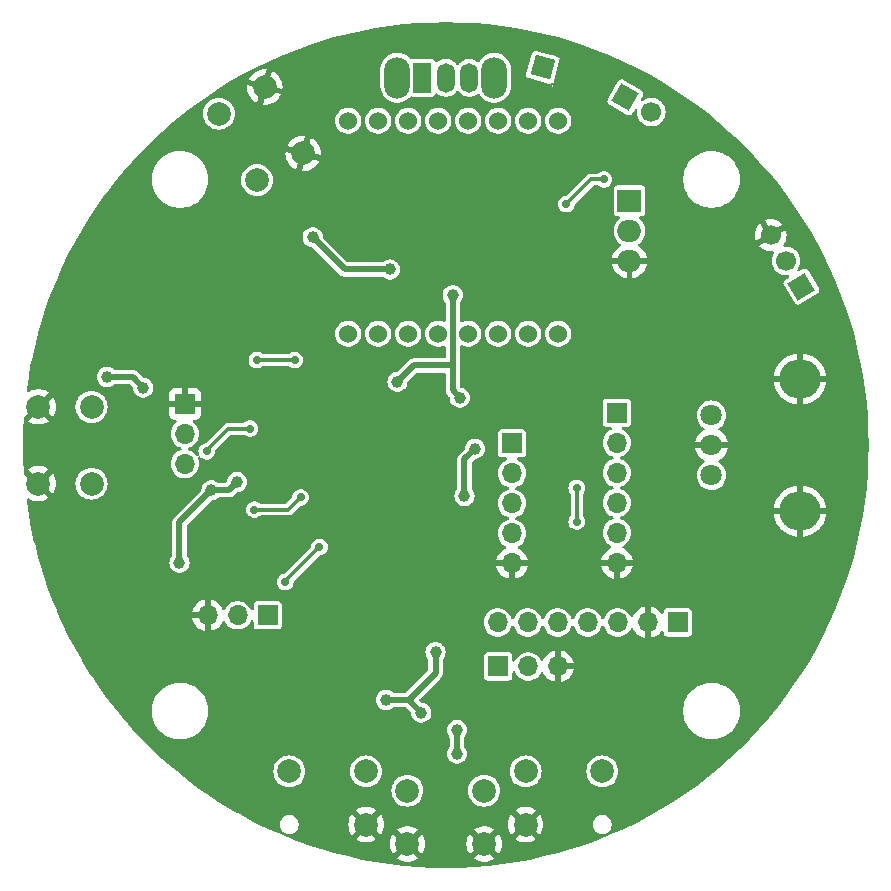
<source format=gbl>
%TF.GenerationSoftware,KiCad,Pcbnew,8.0.4*%
%TF.CreationDate,2024-08-30T00:59:45+02:00*%
%TF.ProjectId,smartEggTimer,736d6172-7445-4676-9754-696d65722e6b,rev?*%
%TF.SameCoordinates,Original*%
%TF.FileFunction,Copper,L2,Bot*%
%TF.FilePolarity,Positive*%
%FSLAX46Y46*%
G04 Gerber Fmt 4.6, Leading zero omitted, Abs format (unit mm)*
G04 Created by KiCad (PCBNEW 8.0.4) date 2024-08-30 00:59:45*
%MOMM*%
%LPD*%
G01*
G04 APERTURE LIST*
G04 Aperture macros list*
%AMHorizOval*
0 Thick line with rounded ends*
0 $1 width*
0 $2 $3 position (X,Y) of the first rounded end (center of the circle)*
0 $4 $5 position (X,Y) of the second rounded end (center of the circle)*
0 Add line between two ends*
20,1,$1,$2,$3,$4,$5,0*
0 Add two circle primitives to create the rounded ends*
1,1,$1,$2,$3*
1,1,$1,$4,$5*%
%AMRotRect*
0 Rectangle, with rotation*
0 The origin of the aperture is its center*
0 $1 length*
0 $2 width*
0 $3 Rotation angle, in degrees counterclockwise*
0 Add horizontal line*
21,1,$1,$2,0,0,$3*%
G04 Aperture macros list end*
%TA.AperFunction,ComponentPad*%
%ADD10C,2.000000*%
%TD*%
%TA.AperFunction,ComponentPad*%
%ADD11R,1.700000X1.700000*%
%TD*%
%TA.AperFunction,ComponentPad*%
%ADD12O,1.700000X1.700000*%
%TD*%
%TA.AperFunction,ComponentPad*%
%ADD13C,1.524000*%
%TD*%
%TA.AperFunction,ComponentPad*%
%ADD14C,1.800000*%
%TD*%
%TA.AperFunction,ComponentPad*%
%ADD15O,3.500000X3.300000*%
%TD*%
%TA.AperFunction,ComponentPad*%
%ADD16RotRect,1.700000X1.700000X60.000000*%
%TD*%
%TA.AperFunction,ComponentPad*%
%ADD17HorizOval,1.700000X0.000000X0.000000X0.000000X0.000000X0*%
%TD*%
%TA.AperFunction,ComponentPad*%
%ADD18RotRect,1.700000X1.700000X211.000000*%
%TD*%
%TA.AperFunction,ComponentPad*%
%ADD19HorizOval,1.700000X0.000000X0.000000X0.000000X0.000000X0*%
%TD*%
%TA.AperFunction,ComponentPad*%
%ADD20R,2.000000X1.905000*%
%TD*%
%TA.AperFunction,ComponentPad*%
%ADD21O,2.000000X1.905000*%
%TD*%
%TA.AperFunction,ComponentPad*%
%ADD22RotRect,1.700000X1.700000X75.000000*%
%TD*%
%TA.AperFunction,ComponentPad*%
%ADD23HorizOval,1.700000X0.000000X0.000000X0.000000X0.000000X0*%
%TD*%
%TA.AperFunction,ComponentPad*%
%ADD24O,2.200000X3.500000*%
%TD*%
%TA.AperFunction,ComponentPad*%
%ADD25R,1.500000X2.500000*%
%TD*%
%TA.AperFunction,ComponentPad*%
%ADD26O,1.500000X2.500000*%
%TD*%
%TA.AperFunction,ViaPad*%
%ADD27C,1.000000*%
%TD*%
%TA.AperFunction,ViaPad*%
%ADD28C,0.700000*%
%TD*%
%TA.AperFunction,Conductor*%
%ADD29C,0.500000*%
%TD*%
%TA.AperFunction,Conductor*%
%ADD30C,0.300000*%
%TD*%
G04 APERTURE END LIST*
D10*
%TO.P,SW6,1,1*%
%TO.N,GND*%
X106750000Y-132120000D03*
%TO.P,SW6,2,2*%
%TO.N,Net-(R20-Pad1)*%
X113250000Y-127620000D03*
X106750000Y-127620000D03*
%TD*%
D11*
%TO.P,J7,1,Pin_1*%
%TO.N,GND*%
X77900000Y-96500000D03*
D12*
%TO.P,J7,2,Pin_2*%
%TO.N,+3.3V*%
X77900000Y-99040000D03*
%TO.P,J7,3,Pin_3*%
%TO.N,/LED*%
X77900000Y-101580000D03*
%TD*%
D11*
%TO.P,J2,1,Pin_1*%
%TO.N,/JTAG_SWD*%
X104425000Y-118725000D03*
D12*
%TO.P,J2,2,Pin_2*%
%TO.N,/JTAG_SWCLK*%
X106965000Y-118725000D03*
%TO.P,J2,3,Pin_3*%
%TO.N,GND*%
X109505000Y-118725000D03*
%TD*%
D10*
%TO.P,SW4,1,1*%
%TO.N,GND*%
X103250000Y-133750000D03*
X96750000Y-133750000D03*
%TO.P,SW4,2,2*%
%TO.N,Net-(R16-Pad1)*%
X103250000Y-129250000D03*
X96750000Y-129250000D03*
%TD*%
%TO.P,SW3,1,1*%
%TO.N,GND*%
X65500000Y-103250000D03*
X65500000Y-96750000D03*
%TO.P,SW3,2,2*%
%TO.N,Net-(R14-Pad1)*%
X70000000Y-103250000D03*
X70000000Y-96750000D03*
%TD*%
D13*
%TO.P,DFPlayerMini1,1,VCC*%
%TO.N,/Battery-SW*%
X91740000Y-90559000D03*
%TO.P,DFPlayerMini1,2,RX*%
%TO.N,/USART2_TX*%
X94280000Y-90559000D03*
%TO.P,DFPlayerMini1,3,TX*%
%TO.N,/USART2_RX*%
X96820000Y-90559000D03*
%TO.P,DFPlayerMini1,4,DAC_R*%
%TO.N,/DAC_R*%
X99360000Y-90559000D03*
%TO.P,DFPlayerMini1,5,DAC_L*%
%TO.N,/DAC_L*%
X101900000Y-90559000D03*
%TO.P,DFPlayerMini1,6,SPK_1*%
%TO.N,/SPK+*%
X104440000Y-90559000D03*
%TO.P,DFPlayerMini1,7,GND*%
%TO.N,/DFPlayer-Minus*%
X106980000Y-90559000D03*
%TO.P,DFPlayerMini1,8,SPK_2*%
%TO.N,/SPK-*%
X109520000Y-90559000D03*
%TO.P,DFPlayerMini1,9,IO_1*%
%TO.N,unconnected-(DFPlayerMini1-IO_1-Pad9)*%
X109520000Y-72525000D03*
%TO.P,DFPlayerMini1,10,GND*%
%TO.N,/DFPlayer-Minus*%
X106980000Y-72525000D03*
%TO.P,DFPlayerMini1,11,IO_2*%
%TO.N,unconnected-(DFPlayerMini1-IO_2-Pad11)*%
X104440000Y-72525000D03*
%TO.P,DFPlayerMini1,12,ADKEY_1*%
%TO.N,unconnected-(DFPlayerMini1-ADKEY_1-Pad12)*%
X101900000Y-72525000D03*
%TO.P,DFPlayerMini1,13,ADKEY_2*%
%TO.N,unconnected-(DFPlayerMini1-ADKEY_2-Pad13)*%
X99360000Y-72525000D03*
%TO.P,DFPlayerMini1,14,USB+*%
%TO.N,unconnected-(DFPlayerMini1-USB+-Pad14)*%
X96820000Y-72525000D03*
%TO.P,DFPlayerMini1,15,USB-*%
%TO.N,unconnected-(DFPlayerMini1-USB--Pad15)*%
X94280000Y-72525000D03*
%TO.P,DFPlayerMini1,16,BUSY*%
%TO.N,unconnected-(DFPlayerMini1-BUSY-Pad16)*%
X91740000Y-72525000D03*
%TD*%
D10*
%TO.P,SW5,1,1*%
%TO.N,GND*%
X93250000Y-132120000D03*
%TO.P,SW5,2,2*%
%TO.N,Net-(R18-Pad1)*%
X93250000Y-127620000D03*
X86750000Y-127620000D03*
%TD*%
D11*
%TO.P,J1,1,Pin_1*%
%TO.N,+3.3V*%
X105600000Y-99840000D03*
D12*
%TO.P,J1,2,Pin_2*%
%TO.N,/I2C1_SDA*%
X105600000Y-102380000D03*
%TO.P,J1,3,Pin_3*%
%TO.N,/I2C1_SCL*%
X105600000Y-104920000D03*
%TO.P,J1,4,Pin_4*%
%TO.N,unconnected-(J1-Pin_4-Pad4)*%
X105600000Y-107460000D03*
%TO.P,J1,5,Pin_5*%
%TO.N,GND*%
X105600000Y-110000000D03*
%TD*%
D14*
%TO.P,SW2,A,A*%
%TO.N,Net-(R8-Pad2)*%
X122489000Y-97460000D03*
%TO.P,SW2,B,B*%
%TO.N,Net-(R10-Pad1)*%
X122489000Y-102540000D03*
D15*
%TO.P,SW2,C,C*%
%TO.N,GND*%
X129989000Y-94400000D03*
D14*
X122489000Y-100000000D03*
D15*
X129989000Y-105600000D03*
%TD*%
D16*
%TO.P,J5,1,Pin_1*%
%TO.N,/SPK-*%
X115200000Y-70530000D03*
D17*
%TO.P,J5,2,Pin_2*%
%TO.N,/SPK+*%
X117399705Y-71800000D03*
%TD*%
D18*
%TO.P,J8,1,Pin_1*%
%TO.N,/DAC_R*%
X130108197Y-86577205D03*
D19*
%TO.P,J8,2,Pin_2*%
%TO.N,/DAC_L*%
X128800000Y-84400000D03*
%TO.P,J8,3,Pin_3*%
%TO.N,GND*%
X127491804Y-82222795D03*
%TD*%
D11*
%TO.P,J3,1,Pin_1*%
%TO.N,/USART3_TX*%
X84925000Y-114400000D03*
D12*
%TO.P,J3,2,Pin_2*%
%TO.N,/USART3_RX*%
X82385000Y-114400000D03*
%TO.P,J3,3,Pin_3*%
%TO.N,GND*%
X79845000Y-114400000D03*
%TD*%
D11*
%TO.P,J4,1,Pin_1*%
%TO.N,+3.3V*%
X114475000Y-97260000D03*
D12*
%TO.P,J4,2,Pin_2*%
X114475000Y-99800000D03*
%TO.P,J4,3,Pin_3*%
%TO.N,/I2C1_SDA*%
X114475000Y-102340000D03*
%TO.P,J4,4,Pin_4*%
%TO.N,/I2C1_SCL*%
X114475000Y-104880000D03*
%TO.P,J4,5,Pin_5*%
%TO.N,+3.3V*%
X114475000Y-107420000D03*
%TO.P,J4,6,Pin_6*%
%TO.N,GND*%
X114475000Y-109960000D03*
%TD*%
D20*
%TO.P,Q1,1,G*%
%TO.N,Net-(Q1-G)*%
X115550000Y-79310000D03*
D21*
%TO.P,Q1,2,D*%
%TO.N,/DFPlayer-Minus*%
X115550000Y-81850000D03*
%TO.P,Q1,3,S*%
%TO.N,GND*%
X115550000Y-84390000D03*
%TD*%
D11*
%TO.P,OLED-15W-C1,1,VCC*%
%TO.N,+3.3V*%
X119640000Y-115000000D03*
D12*
%TO.P,OLED-15W-C1,2,GND*%
%TO.N,GND*%
X117100000Y-115000000D03*
%TO.P,OLED-15W-C1,3,DIN*%
%TO.N,/I2C1_SDA*%
X114560000Y-115000000D03*
%TO.P,OLED-15W-C1,4,CLK*%
%TO.N,/I2C1_SCL*%
X112020000Y-115000000D03*
%TO.P,OLED-15W-C1,5,CS*%
%TO.N,unconnected-(OLED-15W-C1-CS-Pad5)*%
X109480000Y-115000000D03*
%TO.P,OLED-15W-C1,6,D/C*%
%TO.N,unconnected-(OLED-15W-C1-D{slash}C-Pad6)*%
X106940000Y-115000000D03*
%TO.P,OLED-15W-C1,7,RES*%
%TO.N,/display_reset*%
X104400000Y-115000000D03*
%TD*%
D22*
%TO.P,J6,1,Pin_1*%
%TO.N,/Bat+*%
X108200000Y-68000000D03*
D23*
%TO.P,J6,2,Pin_2*%
%TO.N,GND*%
X110653452Y-68657400D03*
%TD*%
D24*
%TO.P,SW7,*%
%TO.N,*%
X95900000Y-68890001D03*
X104100002Y-68889999D03*
D25*
%TO.P,SW7,1,A*%
%TO.N,/Battery-SW*%
X98000001Y-68890000D03*
D26*
%TO.P,SW7,2,B*%
%TO.N,/Bat+*%
X100000000Y-68890000D03*
%TO.P,SW7,3,C*%
%TO.N,unconnected-(SW7-C-Pad3)*%
X102000002Y-68890000D03*
%TD*%
D10*
%TO.P,SW1,1,1*%
%TO.N,GND*%
X87925000Y-75304165D03*
X84675000Y-69675000D03*
%TO.P,SW1,2,2*%
%TO.N,/NRST*%
X84027886Y-77554166D03*
X80777885Y-71925000D03*
%TD*%
D27*
%TO.N,+3.3V*%
X95250000Y-85125000D03*
X99125000Y-117525000D03*
X101575000Y-104300000D03*
X94925000Y-121575000D03*
X100925000Y-124125000D03*
X88725000Y-82400000D03*
X74375000Y-95125000D03*
X95900000Y-94625000D03*
X102475000Y-100300000D03*
X101175000Y-95975000D03*
X100575000Y-87300000D03*
X80150000Y-103825000D03*
X71325000Y-94225000D03*
X100925000Y-126125000D03*
X82300000Y-103125000D03*
X77450000Y-109950000D03*
X97925000Y-122650000D03*
D28*
%TO.N,GND*%
X105000000Y-125800000D03*
X98025000Y-79050000D03*
X103800000Y-78575000D03*
X91225000Y-97325000D03*
X95000000Y-128200000D03*
X103800000Y-79575000D03*
X100600000Y-101200000D03*
X79800000Y-108800000D03*
X83000000Y-101200000D03*
X85215000Y-83985000D03*
X84800000Y-125800000D03*
X101675000Y-79200000D03*
X103800000Y-80575000D03*
X101675000Y-80000000D03*
X109125000Y-79125000D03*
X88200000Y-93600000D03*
X93200000Y-97000000D03*
X88815000Y-89185000D03*
X87600000Y-96800000D03*
X94800000Y-113600000D03*
X98025000Y-80150000D03*
%TO.N,/USART2_RX*%
X84000000Y-92800000D03*
X87200000Y-92800000D03*
%TO.N,/I2C1_SDA*%
X111075000Y-103625000D03*
X111075000Y-106475000D03*
%TO.N,/USART3_TX*%
X89300000Y-108625000D03*
X86400000Y-111600000D03*
%TO.N,/LED*%
X83400000Y-98600000D03*
X79750000Y-100525000D03*
%TO.N,/NRST*%
X83800000Y-105450000D03*
X87700000Y-104425000D03*
%TO.N,Net-(Q1-G)*%
X113400000Y-77500000D03*
X110200000Y-79600000D03*
%TD*%
D29*
%TO.N,+3.3V*%
X100575000Y-87300000D02*
X100575000Y-93250000D01*
X96850000Y-121575000D02*
X99125000Y-119300000D01*
X101575000Y-104300000D02*
X101575000Y-101200000D01*
X77450000Y-106525000D02*
X77450000Y-109950000D01*
X71325000Y-94225000D02*
X73475000Y-94225000D01*
X81600000Y-103825000D02*
X80150000Y-103825000D01*
X96850000Y-121575000D02*
X97925000Y-122650000D01*
X100575000Y-93250000D02*
X100575000Y-95325000D01*
X82300000Y-103125000D02*
X81600000Y-103825000D01*
X101575000Y-101200000D02*
X102475000Y-100300000D01*
X98025000Y-122750000D02*
X97925000Y-122650000D01*
X94925000Y-121575000D02*
X96850000Y-121575000D01*
X97275000Y-93250000D02*
X95900000Y-94625000D01*
X80150000Y-103825000D02*
X77450000Y-106525000D01*
X91450000Y-85125000D02*
X88725000Y-82400000D01*
X73475000Y-94225000D02*
X74375000Y-95125000D01*
X101225000Y-95975000D02*
X101175000Y-95975000D01*
X100925000Y-124125000D02*
X100925000Y-126125000D01*
X95250000Y-85125000D02*
X91450000Y-85125000D01*
X100575000Y-95325000D02*
X101225000Y-95975000D01*
X99125000Y-119300000D02*
X99125000Y-117525000D01*
X100575000Y-93250000D02*
X97275000Y-93250000D01*
D30*
%TO.N,/USART2_RX*%
X84000000Y-92800000D02*
X87200000Y-92800000D01*
%TO.N,/I2C1_SDA*%
X111075000Y-103625000D02*
X111075000Y-106475000D01*
%TO.N,/USART3_TX*%
X86400000Y-111525000D02*
X89300000Y-108625000D01*
X86400000Y-111600000D02*
X86400000Y-111525000D01*
%TO.N,/LED*%
X79750000Y-100525000D02*
X79750000Y-100425000D01*
X79750000Y-100425000D02*
X81575000Y-98600000D01*
X83400000Y-98600000D02*
X81575000Y-98600000D01*
%TO.N,/NRST*%
X86675000Y-105450000D02*
X87700000Y-104425000D01*
X83800000Y-105450000D02*
X86675000Y-105450000D01*
%TO.N,Net-(Q1-G)*%
X110200000Y-79600000D02*
X112300000Y-77500000D01*
X112300000Y-77500000D02*
X113400000Y-77500000D01*
%TD*%
%TA.AperFunction,Conductor*%
%TO.N,GND*%
G36*
X101194218Y-64220458D02*
G01*
X101198287Y-64220594D01*
X102389101Y-64280342D01*
X102393191Y-64280616D01*
X103581296Y-64380117D01*
X103585403Y-64380530D01*
X104769590Y-64519684D01*
X104773651Y-64520230D01*
X105952477Y-64698870D01*
X105956514Y-64699551D01*
X107128759Y-64917489D01*
X107132720Y-64918293D01*
X108297057Y-65175287D01*
X108301036Y-65176236D01*
X109456093Y-65471981D01*
X109460020Y-65473057D01*
X110604573Y-65807240D01*
X110608454Y-65808444D01*
X111741145Y-66180668D01*
X111745060Y-66182027D01*
X112864681Y-66591891D01*
X112868514Y-66593367D01*
X113653073Y-66910688D01*
X113973827Y-67040420D01*
X113977642Y-67042038D01*
X115067375Y-67525765D01*
X115071134Y-67527510D01*
X116144067Y-68047366D01*
X116147766Y-68049235D01*
X117202772Y-68604675D01*
X117206347Y-68606634D01*
X118242230Y-69197033D01*
X118245786Y-69199140D01*
X119019423Y-69675005D01*
X119261317Y-69823794D01*
X119264802Y-69826019D01*
X119489240Y-69974631D01*
X120258881Y-70484251D01*
X120262298Y-70486596D01*
X121233849Y-71177694D01*
X121237185Y-71180152D01*
X122185105Y-71903330D01*
X122188357Y-71905899D01*
X122591739Y-72235538D01*
X123041196Y-72602830D01*
X123111534Y-72660309D01*
X123114699Y-72662984D01*
X124012208Y-73447870D01*
X124015281Y-73450650D01*
X124886026Y-74265055D01*
X124889005Y-74267936D01*
X125732063Y-75110994D01*
X125734944Y-75113973D01*
X126549349Y-75984718D01*
X126552129Y-75987791D01*
X127337015Y-76885300D01*
X127339690Y-76888465D01*
X128094100Y-77811642D01*
X128096669Y-77814894D01*
X128819847Y-78762814D01*
X128822305Y-78766150D01*
X129513403Y-79737701D01*
X129515748Y-79741118D01*
X130173975Y-80735189D01*
X130176205Y-80738682D01*
X130800854Y-81754204D01*
X130802966Y-81757769D01*
X130970759Y-82052170D01*
X131339331Y-82698847D01*
X131393349Y-82793623D01*
X131395335Y-82797249D01*
X131480298Y-82958626D01*
X131950764Y-83852233D01*
X131952633Y-83855932D01*
X132472489Y-84928865D01*
X132474234Y-84932624D01*
X132957961Y-86022357D01*
X132959579Y-86026172D01*
X133406625Y-87131468D01*
X133408114Y-87135335D01*
X133817972Y-88254939D01*
X133819331Y-88258854D01*
X134191543Y-89391507D01*
X134192771Y-89395465D01*
X134526932Y-90539944D01*
X134528027Y-90543941D01*
X134823757Y-91698937D01*
X134824718Y-91702968D01*
X134938676Y-92219266D01*
X135080825Y-92863290D01*
X135081695Y-92867229D01*
X135082520Y-92871290D01*
X135300444Y-94043461D01*
X135301133Y-94047547D01*
X135479765Y-95226325D01*
X135480318Y-95230432D01*
X135619468Y-96414588D01*
X135619882Y-96418711D01*
X135719381Y-97606786D01*
X135719658Y-97610921D01*
X135779403Y-98801675D01*
X135779542Y-98805817D01*
X135799465Y-99997928D01*
X135799465Y-100002072D01*
X135779542Y-101194182D01*
X135779403Y-101198324D01*
X135719658Y-102389078D01*
X135719381Y-102393213D01*
X135619882Y-103581288D01*
X135619468Y-103585411D01*
X135480318Y-104769567D01*
X135479765Y-104773674D01*
X135301133Y-105952452D01*
X135300444Y-105956538D01*
X135082520Y-107128709D01*
X135081695Y-107132770D01*
X134824718Y-108297031D01*
X134823757Y-108301062D01*
X134528027Y-109456058D01*
X134526932Y-109460055D01*
X134192771Y-110604534D01*
X134191543Y-110608492D01*
X133819331Y-111741145D01*
X133817972Y-111745060D01*
X133408114Y-112864664D01*
X133406625Y-112868531D01*
X132959579Y-113973827D01*
X132957961Y-113977642D01*
X132474234Y-115067375D01*
X132472489Y-115071134D01*
X131952633Y-116144067D01*
X131950764Y-116147766D01*
X131395340Y-117202742D01*
X131393349Y-117206376D01*
X130802966Y-118242230D01*
X130800854Y-118245795D01*
X130176205Y-119261317D01*
X130173975Y-119264810D01*
X129515748Y-120258881D01*
X129513403Y-120262298D01*
X128822305Y-121233849D01*
X128819847Y-121237185D01*
X128096669Y-122185105D01*
X128094100Y-122188357D01*
X127339690Y-123111534D01*
X127337015Y-123114699D01*
X126552129Y-124012208D01*
X126549349Y-124015281D01*
X125734944Y-124886026D01*
X125732063Y-124889005D01*
X124889005Y-125732063D01*
X124886026Y-125734944D01*
X124015281Y-126549349D01*
X124012208Y-126552129D01*
X123114699Y-127337015D01*
X123111534Y-127339690D01*
X122188357Y-128094100D01*
X122185105Y-128096669D01*
X121237185Y-128819847D01*
X121233849Y-128822305D01*
X120262298Y-129513403D01*
X120258881Y-129515748D01*
X119264810Y-130173975D01*
X119261317Y-130176205D01*
X118245795Y-130800854D01*
X118242230Y-130802966D01*
X117206376Y-131393349D01*
X117202742Y-131395340D01*
X116147766Y-131950764D01*
X116144067Y-131952633D01*
X115071134Y-132472489D01*
X115067375Y-132474234D01*
X113977642Y-132957961D01*
X113973827Y-132959579D01*
X112868531Y-133406625D01*
X112864664Y-133408114D01*
X111745060Y-133817972D01*
X111741145Y-133819331D01*
X110608492Y-134191543D01*
X110604534Y-134192771D01*
X109460055Y-134526932D01*
X109456058Y-134528027D01*
X108301062Y-134823757D01*
X108297031Y-134824718D01*
X107132770Y-135081695D01*
X107128709Y-135082520D01*
X105956538Y-135300444D01*
X105952452Y-135301133D01*
X104773674Y-135479765D01*
X104769567Y-135480318D01*
X103585411Y-135619468D01*
X103581288Y-135619882D01*
X102393213Y-135719381D01*
X102389078Y-135719658D01*
X101198324Y-135779403D01*
X101194182Y-135779542D01*
X100002072Y-135799465D01*
X99997928Y-135799465D01*
X98805817Y-135779542D01*
X98801675Y-135779403D01*
X97610921Y-135719658D01*
X97606786Y-135719381D01*
X96418711Y-135619882D01*
X96414588Y-135619468D01*
X95230432Y-135480318D01*
X95226325Y-135479765D01*
X94047547Y-135301133D01*
X94043461Y-135300444D01*
X92871290Y-135082520D01*
X92867229Y-135081695D01*
X91702968Y-134824718D01*
X91698937Y-134823757D01*
X90543941Y-134528027D01*
X90539944Y-134526932D01*
X89395465Y-134192771D01*
X89391507Y-134191543D01*
X88258854Y-133819331D01*
X88254939Y-133817972D01*
X88069244Y-133749994D01*
X95244859Y-133749994D01*
X95244859Y-133750005D01*
X95265385Y-133997729D01*
X95265387Y-133997738D01*
X95326412Y-134238717D01*
X95426266Y-134466364D01*
X95526564Y-134619882D01*
X96226212Y-133920234D01*
X96237482Y-133962292D01*
X96309890Y-134087708D01*
X96412292Y-134190110D01*
X96537708Y-134262518D01*
X96579765Y-134273787D01*
X95879942Y-134973609D01*
X95926768Y-135010055D01*
X95926770Y-135010056D01*
X96145385Y-135128364D01*
X96145396Y-135128369D01*
X96380506Y-135209083D01*
X96625707Y-135250000D01*
X96874293Y-135250000D01*
X97119493Y-135209083D01*
X97354603Y-135128369D01*
X97354614Y-135128364D01*
X97573228Y-135010057D01*
X97573231Y-135010055D01*
X97620056Y-134973609D01*
X96920234Y-134273787D01*
X96962292Y-134262518D01*
X97087708Y-134190110D01*
X97190110Y-134087708D01*
X97262518Y-133962292D01*
X97273787Y-133920234D01*
X97973434Y-134619882D01*
X98073731Y-134466369D01*
X98173587Y-134238717D01*
X98234612Y-133997738D01*
X98234614Y-133997729D01*
X98255141Y-133750005D01*
X98255141Y-133749994D01*
X101744859Y-133749994D01*
X101744859Y-133750005D01*
X101765385Y-133997729D01*
X101765387Y-133997738D01*
X101826412Y-134238717D01*
X101926266Y-134466364D01*
X102026564Y-134619882D01*
X102726212Y-133920234D01*
X102737482Y-133962292D01*
X102809890Y-134087708D01*
X102912292Y-134190110D01*
X103037708Y-134262518D01*
X103079765Y-134273787D01*
X102379942Y-134973609D01*
X102426768Y-135010055D01*
X102426770Y-135010056D01*
X102645385Y-135128364D01*
X102645396Y-135128369D01*
X102880506Y-135209083D01*
X103125707Y-135250000D01*
X103374293Y-135250000D01*
X103619493Y-135209083D01*
X103854603Y-135128369D01*
X103854614Y-135128364D01*
X104073228Y-135010057D01*
X104073231Y-135010055D01*
X104120056Y-134973609D01*
X103420234Y-134273787D01*
X103462292Y-134262518D01*
X103587708Y-134190110D01*
X103690110Y-134087708D01*
X103762518Y-133962292D01*
X103773787Y-133920235D01*
X104473434Y-134619882D01*
X104573731Y-134466369D01*
X104673587Y-134238717D01*
X104734612Y-133997738D01*
X104734614Y-133997729D01*
X104755141Y-133750005D01*
X104755141Y-133749994D01*
X104734614Y-133502270D01*
X104734612Y-133502261D01*
X104673587Y-133261282D01*
X104573731Y-133033630D01*
X104473434Y-132880116D01*
X103773787Y-133579764D01*
X103762518Y-133537708D01*
X103690110Y-133412292D01*
X103587708Y-133309890D01*
X103462292Y-133237482D01*
X103420235Y-133226212D01*
X104120057Y-132526390D01*
X104120056Y-132526389D01*
X104073229Y-132489943D01*
X103854614Y-132371635D01*
X103854603Y-132371630D01*
X103619493Y-132290916D01*
X103374293Y-132250000D01*
X103125707Y-132250000D01*
X102880506Y-132290916D01*
X102645396Y-132371630D01*
X102645390Y-132371632D01*
X102426761Y-132489949D01*
X102379942Y-132526388D01*
X102379942Y-132526390D01*
X103079765Y-133226212D01*
X103037708Y-133237482D01*
X102912292Y-133309890D01*
X102809890Y-133412292D01*
X102737482Y-133537708D01*
X102726212Y-133579764D01*
X102026564Y-132880116D01*
X101926267Y-133033632D01*
X101826412Y-133261282D01*
X101765387Y-133502261D01*
X101765385Y-133502270D01*
X101744859Y-133749994D01*
X98255141Y-133749994D01*
X98234614Y-133502270D01*
X98234612Y-133502261D01*
X98173587Y-133261282D01*
X98073731Y-133033630D01*
X97973434Y-132880116D01*
X97273787Y-133579764D01*
X97262518Y-133537708D01*
X97190110Y-133412292D01*
X97087708Y-133309890D01*
X96962292Y-133237482D01*
X96920235Y-133226212D01*
X97620057Y-132526390D01*
X97620056Y-132526389D01*
X97573229Y-132489943D01*
X97354614Y-132371635D01*
X97354603Y-132371630D01*
X97119493Y-132290916D01*
X96874293Y-132250000D01*
X96625707Y-132250000D01*
X96380506Y-132290916D01*
X96145396Y-132371630D01*
X96145390Y-132371632D01*
X95926761Y-132489949D01*
X95879942Y-132526388D01*
X95879942Y-132526390D01*
X96579765Y-133226212D01*
X96537708Y-133237482D01*
X96412292Y-133309890D01*
X96309890Y-133412292D01*
X96237482Y-133537708D01*
X96226212Y-133579764D01*
X95526564Y-132880116D01*
X95426267Y-133033632D01*
X95326412Y-133261282D01*
X95265387Y-133502261D01*
X95265385Y-133502270D01*
X95244859Y-133749994D01*
X88069244Y-133749994D01*
X87135335Y-133408114D01*
X87131468Y-133406625D01*
X86026172Y-132959579D01*
X86022357Y-132957961D01*
X84932624Y-132474234D01*
X84928865Y-132472489D01*
X84038629Y-132041153D01*
X85949500Y-132041153D01*
X85949500Y-132198846D01*
X85980261Y-132353489D01*
X85980264Y-132353501D01*
X86040602Y-132499172D01*
X86040609Y-132499185D01*
X86128210Y-132630288D01*
X86128213Y-132630292D01*
X86239707Y-132741786D01*
X86239711Y-132741789D01*
X86370814Y-132829390D01*
X86370827Y-132829397D01*
X86516498Y-132889735D01*
X86516503Y-132889737D01*
X86671153Y-132920499D01*
X86671156Y-132920500D01*
X86671158Y-132920500D01*
X86828844Y-132920500D01*
X86828845Y-132920499D01*
X86983497Y-132889737D01*
X87129179Y-132829394D01*
X87260289Y-132741789D01*
X87371789Y-132630289D01*
X87459394Y-132499179D01*
X87469727Y-132474234D01*
X87519735Y-132353501D01*
X87519737Y-132353497D01*
X87550500Y-132198842D01*
X87550500Y-132119994D01*
X91744859Y-132119994D01*
X91744859Y-132120005D01*
X91765385Y-132367729D01*
X91765387Y-132367738D01*
X91826412Y-132608717D01*
X91926266Y-132836364D01*
X92026564Y-132989882D01*
X92726212Y-132290234D01*
X92737482Y-132332292D01*
X92809890Y-132457708D01*
X92912292Y-132560110D01*
X93037708Y-132632518D01*
X93079765Y-132643787D01*
X92379942Y-133343609D01*
X92426768Y-133380055D01*
X92426770Y-133380056D01*
X92645385Y-133498364D01*
X92645396Y-133498369D01*
X92880506Y-133579083D01*
X93125707Y-133620000D01*
X93374293Y-133620000D01*
X93619493Y-133579083D01*
X93854603Y-133498369D01*
X93854614Y-133498364D01*
X94073228Y-133380057D01*
X94073231Y-133380055D01*
X94120056Y-133343609D01*
X93420234Y-132643787D01*
X93462292Y-132632518D01*
X93587708Y-132560110D01*
X93690110Y-132457708D01*
X93762518Y-132332292D01*
X93773787Y-132290235D01*
X94473434Y-132989882D01*
X94573731Y-132836369D01*
X94673587Y-132608717D01*
X94734612Y-132367738D01*
X94734614Y-132367729D01*
X94755141Y-132120005D01*
X94755141Y-132119994D01*
X105244859Y-132119994D01*
X105244859Y-132120005D01*
X105265385Y-132367729D01*
X105265387Y-132367738D01*
X105326412Y-132608717D01*
X105426266Y-132836364D01*
X105526564Y-132989882D01*
X106226212Y-132290234D01*
X106237482Y-132332292D01*
X106309890Y-132457708D01*
X106412292Y-132560110D01*
X106537708Y-132632518D01*
X106579765Y-132643787D01*
X105879942Y-133343609D01*
X105926768Y-133380055D01*
X105926770Y-133380056D01*
X106145385Y-133498364D01*
X106145396Y-133498369D01*
X106380506Y-133579083D01*
X106625707Y-133620000D01*
X106874293Y-133620000D01*
X107119493Y-133579083D01*
X107354603Y-133498369D01*
X107354614Y-133498364D01*
X107573228Y-133380057D01*
X107573231Y-133380055D01*
X107620056Y-133343609D01*
X106920234Y-132643787D01*
X106962292Y-132632518D01*
X107087708Y-132560110D01*
X107190110Y-132457708D01*
X107262518Y-132332292D01*
X107273787Y-132290234D01*
X107973434Y-132989882D01*
X108073731Y-132836369D01*
X108173587Y-132608717D01*
X108234612Y-132367738D01*
X108234614Y-132367729D01*
X108255141Y-132120005D01*
X108255141Y-132119994D01*
X108248608Y-132041153D01*
X112449500Y-132041153D01*
X112449500Y-132198846D01*
X112480261Y-132353489D01*
X112480264Y-132353501D01*
X112540602Y-132499172D01*
X112540609Y-132499185D01*
X112628210Y-132630288D01*
X112628213Y-132630292D01*
X112739707Y-132741786D01*
X112739711Y-132741789D01*
X112870814Y-132829390D01*
X112870827Y-132829397D01*
X113016498Y-132889735D01*
X113016503Y-132889737D01*
X113171153Y-132920499D01*
X113171156Y-132920500D01*
X113171158Y-132920500D01*
X113328844Y-132920500D01*
X113328845Y-132920499D01*
X113483497Y-132889737D01*
X113629179Y-132829394D01*
X113760289Y-132741789D01*
X113871789Y-132630289D01*
X113959394Y-132499179D01*
X113969727Y-132474234D01*
X114019735Y-132353501D01*
X114019737Y-132353497D01*
X114050500Y-132198842D01*
X114050500Y-132041158D01*
X114050500Y-132041155D01*
X114050499Y-132041153D01*
X114019738Y-131886510D01*
X114019737Y-131886503D01*
X113970009Y-131766447D01*
X113959397Y-131740827D01*
X113959390Y-131740814D01*
X113871789Y-131609711D01*
X113871786Y-131609707D01*
X113760292Y-131498213D01*
X113760288Y-131498210D01*
X113629185Y-131410609D01*
X113629172Y-131410602D01*
X113483501Y-131350264D01*
X113483489Y-131350261D01*
X113328845Y-131319500D01*
X113328842Y-131319500D01*
X113171158Y-131319500D01*
X113171155Y-131319500D01*
X113016510Y-131350261D01*
X113016498Y-131350264D01*
X112870827Y-131410602D01*
X112870814Y-131410609D01*
X112739711Y-131498210D01*
X112739707Y-131498213D01*
X112628213Y-131609707D01*
X112628210Y-131609711D01*
X112540609Y-131740814D01*
X112540602Y-131740827D01*
X112480264Y-131886498D01*
X112480261Y-131886510D01*
X112449500Y-132041153D01*
X108248608Y-132041153D01*
X108234614Y-131872270D01*
X108234612Y-131872261D01*
X108173587Y-131631282D01*
X108073731Y-131403630D01*
X107973434Y-131250116D01*
X107273787Y-131949764D01*
X107262518Y-131907708D01*
X107190110Y-131782292D01*
X107087708Y-131679890D01*
X106962292Y-131607482D01*
X106920235Y-131596212D01*
X107620057Y-130896390D01*
X107620056Y-130896389D01*
X107573229Y-130859943D01*
X107354614Y-130741635D01*
X107354603Y-130741630D01*
X107119493Y-130660916D01*
X106874293Y-130620000D01*
X106625707Y-130620000D01*
X106380506Y-130660916D01*
X106145396Y-130741630D01*
X106145390Y-130741632D01*
X105926761Y-130859949D01*
X105879942Y-130896388D01*
X105879942Y-130896390D01*
X106579765Y-131596212D01*
X106537708Y-131607482D01*
X106412292Y-131679890D01*
X106309890Y-131782292D01*
X106237482Y-131907708D01*
X106226212Y-131949764D01*
X105526564Y-131250116D01*
X105426267Y-131403632D01*
X105326412Y-131631282D01*
X105265387Y-131872261D01*
X105265385Y-131872270D01*
X105244859Y-132119994D01*
X94755141Y-132119994D01*
X94734614Y-131872270D01*
X94734612Y-131872261D01*
X94673587Y-131631282D01*
X94573731Y-131403630D01*
X94473434Y-131250116D01*
X93773787Y-131949764D01*
X93762518Y-131907708D01*
X93690110Y-131782292D01*
X93587708Y-131679890D01*
X93462292Y-131607482D01*
X93420235Y-131596212D01*
X94120057Y-130896390D01*
X94120056Y-130896389D01*
X94073229Y-130859943D01*
X93854614Y-130741635D01*
X93854603Y-130741630D01*
X93619493Y-130660916D01*
X93374293Y-130620000D01*
X93125707Y-130620000D01*
X92880506Y-130660916D01*
X92645396Y-130741630D01*
X92645390Y-130741632D01*
X92426761Y-130859949D01*
X92379942Y-130896388D01*
X92379942Y-130896390D01*
X93079765Y-131596212D01*
X93037708Y-131607482D01*
X92912292Y-131679890D01*
X92809890Y-131782292D01*
X92737482Y-131907708D01*
X92726212Y-131949764D01*
X92026564Y-131250116D01*
X91926267Y-131403632D01*
X91826412Y-131631282D01*
X91765387Y-131872261D01*
X91765385Y-131872270D01*
X91744859Y-132119994D01*
X87550500Y-132119994D01*
X87550500Y-132041158D01*
X87550500Y-132041155D01*
X87550499Y-132041153D01*
X87519738Y-131886510D01*
X87519737Y-131886503D01*
X87470009Y-131766447D01*
X87459397Y-131740827D01*
X87459390Y-131740814D01*
X87371789Y-131609711D01*
X87371786Y-131609707D01*
X87260292Y-131498213D01*
X87260288Y-131498210D01*
X87129185Y-131410609D01*
X87129172Y-131410602D01*
X86983501Y-131350264D01*
X86983489Y-131350261D01*
X86828845Y-131319500D01*
X86828842Y-131319500D01*
X86671158Y-131319500D01*
X86671155Y-131319500D01*
X86516510Y-131350261D01*
X86516498Y-131350264D01*
X86370827Y-131410602D01*
X86370814Y-131410609D01*
X86239711Y-131498210D01*
X86239707Y-131498213D01*
X86128213Y-131609707D01*
X86128210Y-131609711D01*
X86040609Y-131740814D01*
X86040602Y-131740827D01*
X85980264Y-131886498D01*
X85980261Y-131886510D01*
X85949500Y-132041153D01*
X84038629Y-132041153D01*
X83855932Y-131952633D01*
X83852233Y-131950764D01*
X82826259Y-131410609D01*
X82797249Y-131395335D01*
X82793623Y-131393349D01*
X82718028Y-131350264D01*
X82012508Y-130948154D01*
X81757769Y-130802966D01*
X81754204Y-130800854D01*
X80738682Y-130176205D01*
X80735189Y-130173975D01*
X79741118Y-129515748D01*
X79737701Y-129513403D01*
X79367406Y-129249999D01*
X95394341Y-129249999D01*
X95394341Y-129250000D01*
X95414936Y-129485403D01*
X95414938Y-129485413D01*
X95476094Y-129713655D01*
X95476096Y-129713659D01*
X95476097Y-129713663D01*
X95575965Y-129927830D01*
X95575967Y-129927834D01*
X95684281Y-130082521D01*
X95711505Y-130121401D01*
X95878599Y-130288495D01*
X95975384Y-130356265D01*
X96072165Y-130424032D01*
X96072167Y-130424033D01*
X96072170Y-130424035D01*
X96286337Y-130523903D01*
X96514592Y-130585063D01*
X96702918Y-130601539D01*
X96749999Y-130605659D01*
X96750000Y-130605659D01*
X96750001Y-130605659D01*
X96789234Y-130602226D01*
X96985408Y-130585063D01*
X97213663Y-130523903D01*
X97427830Y-130424035D01*
X97621401Y-130288495D01*
X97788495Y-130121401D01*
X97924035Y-129927830D01*
X98023903Y-129713663D01*
X98085063Y-129485408D01*
X98105659Y-129250000D01*
X98105659Y-129249999D01*
X101894341Y-129249999D01*
X101894341Y-129250000D01*
X101914936Y-129485403D01*
X101914938Y-129485413D01*
X101976094Y-129713655D01*
X101976096Y-129713659D01*
X101976097Y-129713663D01*
X102075965Y-129927830D01*
X102075967Y-129927834D01*
X102184281Y-130082521D01*
X102211505Y-130121401D01*
X102378599Y-130288495D01*
X102475384Y-130356265D01*
X102572165Y-130424032D01*
X102572167Y-130424033D01*
X102572170Y-130424035D01*
X102786337Y-130523903D01*
X103014592Y-130585063D01*
X103202918Y-130601539D01*
X103249999Y-130605659D01*
X103250000Y-130605659D01*
X103250001Y-130605659D01*
X103289234Y-130602226D01*
X103485408Y-130585063D01*
X103713663Y-130523903D01*
X103927830Y-130424035D01*
X104121401Y-130288495D01*
X104288495Y-130121401D01*
X104424035Y-129927830D01*
X104523903Y-129713663D01*
X104585063Y-129485408D01*
X104605659Y-129250000D01*
X104585063Y-129014592D01*
X104538626Y-128841285D01*
X104523905Y-128786344D01*
X104523904Y-128786343D01*
X104523903Y-128786337D01*
X104424035Y-128572171D01*
X104367481Y-128491402D01*
X104288494Y-128378597D01*
X104121402Y-128211506D01*
X104121395Y-128211501D01*
X103927834Y-128075967D01*
X103927830Y-128075965D01*
X103927828Y-128075964D01*
X103713663Y-127976097D01*
X103713659Y-127976096D01*
X103713655Y-127976094D01*
X103485413Y-127914938D01*
X103485403Y-127914936D01*
X103250001Y-127894341D01*
X103249999Y-127894341D01*
X103014596Y-127914936D01*
X103014586Y-127914938D01*
X102786344Y-127976094D01*
X102786335Y-127976098D01*
X102572171Y-128075964D01*
X102572169Y-128075965D01*
X102378597Y-128211505D01*
X102211505Y-128378597D01*
X102075965Y-128572169D01*
X102075964Y-128572171D01*
X101976098Y-128786335D01*
X101976094Y-128786344D01*
X101914938Y-129014586D01*
X101914936Y-129014596D01*
X101894341Y-129249999D01*
X98105659Y-129249999D01*
X98085063Y-129014592D01*
X98038626Y-128841285D01*
X98023905Y-128786344D01*
X98023904Y-128786343D01*
X98023903Y-128786337D01*
X97924035Y-128572171D01*
X97867481Y-128491402D01*
X97788494Y-128378597D01*
X97621402Y-128211506D01*
X97621395Y-128211501D01*
X97427834Y-128075967D01*
X97427830Y-128075965D01*
X97427828Y-128075964D01*
X97213663Y-127976097D01*
X97213659Y-127976096D01*
X97213655Y-127976094D01*
X96985413Y-127914938D01*
X96985403Y-127914936D01*
X96750001Y-127894341D01*
X96749999Y-127894341D01*
X96514596Y-127914936D01*
X96514586Y-127914938D01*
X96286344Y-127976094D01*
X96286335Y-127976098D01*
X96072171Y-128075964D01*
X96072169Y-128075965D01*
X95878597Y-128211505D01*
X95711505Y-128378597D01*
X95575965Y-128572169D01*
X95575964Y-128572171D01*
X95476098Y-128786335D01*
X95476094Y-128786344D01*
X95414938Y-129014586D01*
X95414936Y-129014596D01*
X95394341Y-129249999D01*
X79367406Y-129249999D01*
X78766150Y-128822305D01*
X78762814Y-128819847D01*
X77814894Y-128096669D01*
X77811642Y-128094100D01*
X77231481Y-127619999D01*
X85394341Y-127619999D01*
X85394341Y-127620000D01*
X85414936Y-127855403D01*
X85414938Y-127855413D01*
X85476094Y-128083655D01*
X85476096Y-128083659D01*
X85476097Y-128083663D01*
X85575965Y-128297830D01*
X85575967Y-128297834D01*
X85632520Y-128378599D01*
X85711505Y-128491401D01*
X85878599Y-128658495D01*
X85975384Y-128726265D01*
X86072165Y-128794032D01*
X86072167Y-128794033D01*
X86072170Y-128794035D01*
X86286337Y-128893903D01*
X86514592Y-128955063D01*
X86702918Y-128971539D01*
X86749999Y-128975659D01*
X86750000Y-128975659D01*
X86750001Y-128975659D01*
X86789234Y-128972226D01*
X86985408Y-128955063D01*
X87213663Y-128893903D01*
X87427830Y-128794035D01*
X87621401Y-128658495D01*
X87788495Y-128491401D01*
X87924035Y-128297830D01*
X88023903Y-128083663D01*
X88085063Y-127855408D01*
X88105659Y-127620000D01*
X88105659Y-127619999D01*
X91894341Y-127619999D01*
X91894341Y-127620000D01*
X91914936Y-127855403D01*
X91914938Y-127855413D01*
X91976094Y-128083655D01*
X91976096Y-128083659D01*
X91976097Y-128083663D01*
X92075965Y-128297830D01*
X92075967Y-128297834D01*
X92132520Y-128378599D01*
X92211505Y-128491401D01*
X92378599Y-128658495D01*
X92475384Y-128726265D01*
X92572165Y-128794032D01*
X92572167Y-128794033D01*
X92572170Y-128794035D01*
X92786337Y-128893903D01*
X93014592Y-128955063D01*
X93202918Y-128971539D01*
X93249999Y-128975659D01*
X93250000Y-128975659D01*
X93250001Y-128975659D01*
X93289234Y-128972226D01*
X93485408Y-128955063D01*
X93713663Y-128893903D01*
X93927830Y-128794035D01*
X94121401Y-128658495D01*
X94288495Y-128491401D01*
X94424035Y-128297830D01*
X94523903Y-128083663D01*
X94585063Y-127855408D01*
X94605659Y-127620000D01*
X94605659Y-127619999D01*
X105394341Y-127619999D01*
X105394341Y-127620000D01*
X105414936Y-127855403D01*
X105414938Y-127855413D01*
X105476094Y-128083655D01*
X105476096Y-128083659D01*
X105476097Y-128083663D01*
X105575965Y-128297830D01*
X105575967Y-128297834D01*
X105632520Y-128378599D01*
X105711505Y-128491401D01*
X105878599Y-128658495D01*
X105975384Y-128726265D01*
X106072165Y-128794032D01*
X106072167Y-128794033D01*
X106072170Y-128794035D01*
X106286337Y-128893903D01*
X106514592Y-128955063D01*
X106702918Y-128971539D01*
X106749999Y-128975659D01*
X106750000Y-128975659D01*
X106750001Y-128975659D01*
X106789234Y-128972226D01*
X106985408Y-128955063D01*
X107213663Y-128893903D01*
X107427830Y-128794035D01*
X107621401Y-128658495D01*
X107788495Y-128491401D01*
X107924035Y-128297830D01*
X108023903Y-128083663D01*
X108085063Y-127855408D01*
X108105659Y-127620000D01*
X108105659Y-127619999D01*
X111894341Y-127619999D01*
X111894341Y-127620000D01*
X111914936Y-127855403D01*
X111914938Y-127855413D01*
X111976094Y-128083655D01*
X111976096Y-128083659D01*
X111976097Y-128083663D01*
X112075965Y-128297830D01*
X112075967Y-128297834D01*
X112132520Y-128378599D01*
X112211505Y-128491401D01*
X112378599Y-128658495D01*
X112475384Y-128726265D01*
X112572165Y-128794032D01*
X112572167Y-128794033D01*
X112572170Y-128794035D01*
X112786337Y-128893903D01*
X113014592Y-128955063D01*
X113202918Y-128971539D01*
X113249999Y-128975659D01*
X113250000Y-128975659D01*
X113250001Y-128975659D01*
X113289234Y-128972226D01*
X113485408Y-128955063D01*
X113713663Y-128893903D01*
X113927830Y-128794035D01*
X114121401Y-128658495D01*
X114288495Y-128491401D01*
X114424035Y-128297830D01*
X114523903Y-128083663D01*
X114585063Y-127855408D01*
X114605659Y-127620000D01*
X114585063Y-127384592D01*
X114523903Y-127156337D01*
X114424035Y-126942171D01*
X114296847Y-126760526D01*
X114288494Y-126748597D01*
X114121402Y-126581506D01*
X114121395Y-126581501D01*
X113927834Y-126445967D01*
X113927830Y-126445965D01*
X113927828Y-126445964D01*
X113713663Y-126346097D01*
X113713659Y-126346096D01*
X113713655Y-126346094D01*
X113485413Y-126284938D01*
X113485403Y-126284936D01*
X113250001Y-126264341D01*
X113249999Y-126264341D01*
X113014596Y-126284936D01*
X113014586Y-126284938D01*
X112786344Y-126346094D01*
X112786335Y-126346098D01*
X112572171Y-126445964D01*
X112572169Y-126445965D01*
X112378597Y-126581505D01*
X112211505Y-126748597D01*
X112075965Y-126942169D01*
X112075964Y-126942171D01*
X111976098Y-127156335D01*
X111976094Y-127156344D01*
X111914938Y-127384586D01*
X111914936Y-127384596D01*
X111894341Y-127619999D01*
X108105659Y-127619999D01*
X108085063Y-127384592D01*
X108023903Y-127156337D01*
X107924035Y-126942171D01*
X107796847Y-126760526D01*
X107788494Y-126748597D01*
X107621402Y-126581506D01*
X107621395Y-126581501D01*
X107427834Y-126445967D01*
X107427830Y-126445965D01*
X107427828Y-126445964D01*
X107213663Y-126346097D01*
X107213659Y-126346096D01*
X107213655Y-126346094D01*
X106985413Y-126284938D01*
X106985403Y-126284936D01*
X106750001Y-126264341D01*
X106749999Y-126264341D01*
X106514596Y-126284936D01*
X106514586Y-126284938D01*
X106286344Y-126346094D01*
X106286335Y-126346098D01*
X106072171Y-126445964D01*
X106072169Y-126445965D01*
X105878597Y-126581505D01*
X105711505Y-126748597D01*
X105575965Y-126942169D01*
X105575964Y-126942171D01*
X105476098Y-127156335D01*
X105476094Y-127156344D01*
X105414938Y-127384586D01*
X105414936Y-127384596D01*
X105394341Y-127619999D01*
X94605659Y-127619999D01*
X94585063Y-127384592D01*
X94523903Y-127156337D01*
X94424035Y-126942171D01*
X94296847Y-126760526D01*
X94288494Y-126748597D01*
X94121402Y-126581506D01*
X94121395Y-126581501D01*
X93927834Y-126445967D01*
X93927830Y-126445965D01*
X93927828Y-126445964D01*
X93713663Y-126346097D01*
X93713659Y-126346096D01*
X93713655Y-126346094D01*
X93485413Y-126284938D01*
X93485403Y-126284936D01*
X93250001Y-126264341D01*
X93249999Y-126264341D01*
X93014596Y-126284936D01*
X93014586Y-126284938D01*
X92786344Y-126346094D01*
X92786335Y-126346098D01*
X92572171Y-126445964D01*
X92572169Y-126445965D01*
X92378597Y-126581505D01*
X92211505Y-126748597D01*
X92075965Y-126942169D01*
X92075964Y-126942171D01*
X91976098Y-127156335D01*
X91976094Y-127156344D01*
X91914938Y-127384586D01*
X91914936Y-127384596D01*
X91894341Y-127619999D01*
X88105659Y-127619999D01*
X88085063Y-127384592D01*
X88023903Y-127156337D01*
X87924035Y-126942171D01*
X87796847Y-126760526D01*
X87788494Y-126748597D01*
X87621402Y-126581506D01*
X87621395Y-126581501D01*
X87427834Y-126445967D01*
X87427830Y-126445965D01*
X87427828Y-126445964D01*
X87213663Y-126346097D01*
X87213659Y-126346096D01*
X87213655Y-126346094D01*
X86985413Y-126284938D01*
X86985403Y-126284936D01*
X86750001Y-126264341D01*
X86749999Y-126264341D01*
X86514596Y-126284936D01*
X86514586Y-126284938D01*
X86286344Y-126346094D01*
X86286335Y-126346098D01*
X86072171Y-126445964D01*
X86072169Y-126445965D01*
X85878597Y-126581505D01*
X85711505Y-126748597D01*
X85575965Y-126942169D01*
X85575964Y-126942171D01*
X85476098Y-127156335D01*
X85476094Y-127156344D01*
X85414938Y-127384586D01*
X85414936Y-127384596D01*
X85394341Y-127619999D01*
X77231481Y-127619999D01*
X76888465Y-127339690D01*
X76885300Y-127337015D01*
X75987791Y-126552129D01*
X75984718Y-126549349D01*
X75113973Y-125734944D01*
X75110994Y-125732063D01*
X74267936Y-124889005D01*
X74265055Y-124886026D01*
X73450650Y-124015281D01*
X73447870Y-124012208D01*
X72711650Y-123170348D01*
X72662980Y-123114694D01*
X72660309Y-123111534D01*
X72567395Y-122997835D01*
X72302455Y-122673625D01*
X72050402Y-122365186D01*
X75099500Y-122365186D01*
X75099500Y-122634813D01*
X75129686Y-122902719D01*
X75129688Y-122902731D01*
X75189684Y-123165594D01*
X75189687Y-123165602D01*
X75278734Y-123420082D01*
X75395714Y-123662994D01*
X75395716Y-123662997D01*
X75539162Y-123891289D01*
X75583743Y-123947192D01*
X75687670Y-124077513D01*
X75707266Y-124102085D01*
X75897915Y-124292734D01*
X76108711Y-124460838D01*
X76337003Y-124604284D01*
X76579921Y-124721267D01*
X76738420Y-124776728D01*
X76834397Y-124810312D01*
X76834405Y-124810315D01*
X76834408Y-124810315D01*
X76834409Y-124810316D01*
X77097268Y-124870312D01*
X77365187Y-124900499D01*
X77365188Y-124900500D01*
X77365191Y-124900500D01*
X77634812Y-124900500D01*
X77634812Y-124900499D01*
X77902732Y-124870312D01*
X78165591Y-124810316D01*
X78420079Y-124721267D01*
X78662997Y-124604284D01*
X78891289Y-124460838D01*
X79102085Y-124292734D01*
X79269819Y-124125000D01*
X100069815Y-124125000D01*
X100088503Y-124302805D01*
X100088504Y-124302807D01*
X100143747Y-124472829D01*
X100143750Y-124472835D01*
X100233141Y-124627665D01*
X100292650Y-124693756D01*
X100322880Y-124756747D01*
X100324500Y-124776728D01*
X100324500Y-125473270D01*
X100304815Y-125540309D01*
X100292650Y-125556242D01*
X100233144Y-125622329D01*
X100233139Y-125622336D01*
X100143750Y-125777164D01*
X100143747Y-125777170D01*
X100088504Y-125947192D01*
X100088503Y-125947194D01*
X100069815Y-126125000D01*
X100088503Y-126302805D01*
X100088504Y-126302807D01*
X100143747Y-126472829D01*
X100143750Y-126472835D01*
X100233141Y-126627665D01*
X100274812Y-126673946D01*
X100352764Y-126760521D01*
X100352767Y-126760523D01*
X100352770Y-126760526D01*
X100497407Y-126865612D01*
X100660733Y-126938329D01*
X100835609Y-126975500D01*
X100835610Y-126975500D01*
X101014389Y-126975500D01*
X101014391Y-126975500D01*
X101189267Y-126938329D01*
X101352593Y-126865612D01*
X101497230Y-126760526D01*
X101616859Y-126627665D01*
X101706250Y-126472835D01*
X101761497Y-126302803D01*
X101780185Y-126125000D01*
X101761497Y-125947197D01*
X101706250Y-125777165D01*
X101616859Y-125622335D01*
X101616855Y-125622329D01*
X101557350Y-125556242D01*
X101527120Y-125493250D01*
X101525500Y-125473270D01*
X101525500Y-124776728D01*
X101545185Y-124709689D01*
X101557350Y-124693756D01*
X101616859Y-124627665D01*
X101706250Y-124472835D01*
X101761497Y-124302803D01*
X101780185Y-124125000D01*
X101761497Y-123947197D01*
X101706250Y-123777165D01*
X101616859Y-123622335D01*
X101570003Y-123570296D01*
X101497235Y-123489478D01*
X101497232Y-123489476D01*
X101497231Y-123489475D01*
X101497230Y-123489474D01*
X101352593Y-123384388D01*
X101189267Y-123311671D01*
X101189265Y-123311670D01*
X101061594Y-123284533D01*
X101014391Y-123274500D01*
X100835609Y-123274500D01*
X100804954Y-123281015D01*
X100660733Y-123311670D01*
X100660728Y-123311672D01*
X100497408Y-123384387D01*
X100352768Y-123489475D01*
X100233140Y-123622336D01*
X100143750Y-123777164D01*
X100143747Y-123777170D01*
X100088504Y-123947192D01*
X100088503Y-123947194D01*
X100069815Y-124125000D01*
X79269819Y-124125000D01*
X79292734Y-124102085D01*
X79460838Y-123891289D01*
X79604284Y-123662997D01*
X79721267Y-123420079D01*
X79810316Y-123165591D01*
X79870312Y-122902732D01*
X79900500Y-122634809D01*
X79900500Y-122365191D01*
X79870312Y-122097268D01*
X79810316Y-121834409D01*
X79721267Y-121579921D01*
X79718897Y-121575000D01*
X94069815Y-121575000D01*
X94088503Y-121752805D01*
X94088504Y-121752807D01*
X94143747Y-121922829D01*
X94143750Y-121922835D01*
X94233141Y-122077665D01*
X94274812Y-122123946D01*
X94352764Y-122210521D01*
X94352767Y-122210523D01*
X94352770Y-122210526D01*
X94497407Y-122315612D01*
X94660733Y-122388329D01*
X94835609Y-122425500D01*
X94835610Y-122425500D01*
X95014389Y-122425500D01*
X95014391Y-122425500D01*
X95189267Y-122388329D01*
X95352593Y-122315612D01*
X95497230Y-122210526D01*
X95497238Y-122210517D01*
X95500755Y-122207351D01*
X95563747Y-122177121D01*
X95583729Y-122175500D01*
X96549903Y-122175500D01*
X96616942Y-122195185D01*
X96637584Y-122211819D01*
X97038066Y-122612302D01*
X97071551Y-122673625D01*
X97073706Y-122687021D01*
X97088503Y-122827804D01*
X97088504Y-122827807D01*
X97143747Y-122997829D01*
X97143750Y-122997835D01*
X97233141Y-123152665D01*
X97244790Y-123165602D01*
X97352764Y-123285521D01*
X97352767Y-123285523D01*
X97352770Y-123285526D01*
X97497407Y-123390612D01*
X97660733Y-123463329D01*
X97835609Y-123500500D01*
X97835610Y-123500500D01*
X98014389Y-123500500D01*
X98014391Y-123500500D01*
X98189267Y-123463329D01*
X98352593Y-123390612D01*
X98497230Y-123285526D01*
X98616859Y-123152665D01*
X98706250Y-122997835D01*
X98761497Y-122827803D01*
X98780185Y-122650000D01*
X98761497Y-122472197D01*
X98733873Y-122387181D01*
X98726727Y-122365186D01*
X120099500Y-122365186D01*
X120099500Y-122634813D01*
X120129686Y-122902719D01*
X120129688Y-122902731D01*
X120189684Y-123165594D01*
X120189687Y-123165602D01*
X120278734Y-123420082D01*
X120395714Y-123662994D01*
X120395716Y-123662997D01*
X120539162Y-123891289D01*
X120583743Y-123947192D01*
X120687670Y-124077513D01*
X120707266Y-124102085D01*
X120897915Y-124292734D01*
X121108711Y-124460838D01*
X121337003Y-124604284D01*
X121579921Y-124721267D01*
X121738420Y-124776728D01*
X121834397Y-124810312D01*
X121834405Y-124810315D01*
X121834408Y-124810315D01*
X121834409Y-124810316D01*
X122097268Y-124870312D01*
X122365187Y-124900499D01*
X122365188Y-124900500D01*
X122365191Y-124900500D01*
X122634812Y-124900500D01*
X122634812Y-124900499D01*
X122902732Y-124870312D01*
X123165591Y-124810316D01*
X123420079Y-124721267D01*
X123662997Y-124604284D01*
X123891289Y-124460838D01*
X124102085Y-124292734D01*
X124292734Y-124102085D01*
X124460838Y-123891289D01*
X124604284Y-123662997D01*
X124721267Y-123420079D01*
X124810316Y-123165591D01*
X124870312Y-122902732D01*
X124900500Y-122634809D01*
X124900500Y-122365191D01*
X124870312Y-122097268D01*
X124810316Y-121834409D01*
X124721267Y-121579921D01*
X124604284Y-121337003D01*
X124460838Y-121108711D01*
X124292734Y-120897915D01*
X124102085Y-120707266D01*
X123891289Y-120539162D01*
X123662997Y-120395716D01*
X123662994Y-120395714D01*
X123420082Y-120278734D01*
X123165602Y-120189687D01*
X123165594Y-120189684D01*
X122968446Y-120144687D01*
X122902732Y-120129688D01*
X122902728Y-120129687D01*
X122902719Y-120129686D01*
X122634813Y-120099500D01*
X122634809Y-120099500D01*
X122365191Y-120099500D01*
X122365186Y-120099500D01*
X122097280Y-120129686D01*
X122097268Y-120129688D01*
X121834405Y-120189684D01*
X121834397Y-120189687D01*
X121579917Y-120278734D01*
X121337005Y-120395714D01*
X121108712Y-120539161D01*
X120897915Y-120707265D01*
X120707265Y-120897915D01*
X120539161Y-121108712D01*
X120395714Y-121337005D01*
X120278734Y-121579917D01*
X120189687Y-121834397D01*
X120189684Y-121834405D01*
X120129688Y-122097268D01*
X120129686Y-122097280D01*
X120099500Y-122365186D01*
X98726727Y-122365186D01*
X98706252Y-122302170D01*
X98706249Y-122302164D01*
X98669116Y-122237847D01*
X98616859Y-122147335D01*
X98554126Y-122077663D01*
X98497235Y-122014478D01*
X98497232Y-122014476D01*
X98497231Y-122014475D01*
X98497230Y-122014474D01*
X98352593Y-121909388D01*
X98189267Y-121836671D01*
X98189265Y-121836670D01*
X98061594Y-121809533D01*
X98014391Y-121799500D01*
X98014390Y-121799500D01*
X97975098Y-121799500D01*
X97908059Y-121779815D01*
X97887417Y-121763181D01*
X97786916Y-121662680D01*
X97753431Y-121601357D01*
X97758415Y-121531665D01*
X97786916Y-121487318D01*
X98566969Y-120707265D01*
X99483506Y-119790728D01*
X99483511Y-119790724D01*
X99493714Y-119780520D01*
X99493716Y-119780520D01*
X99605520Y-119668716D01*
X99678207Y-119542818D01*
X99678208Y-119542817D01*
X99680792Y-119538340D01*
X99684577Y-119531785D01*
X99725501Y-119379057D01*
X99725501Y-119220943D01*
X99725501Y-119213348D01*
X99725500Y-119213330D01*
X99725500Y-118176728D01*
X99745185Y-118109689D01*
X99757350Y-118093756D01*
X99816859Y-118027665D01*
X99906250Y-117872835D01*
X99916354Y-117841739D01*
X103224500Y-117841739D01*
X103224500Y-119608260D01*
X103234426Y-119676391D01*
X103285803Y-119781485D01*
X103368514Y-119864196D01*
X103368515Y-119864196D01*
X103368517Y-119864198D01*
X103473607Y-119915573D01*
X103507673Y-119920536D01*
X103541739Y-119925500D01*
X103541740Y-119925500D01*
X105308261Y-119925500D01*
X105330971Y-119922191D01*
X105376393Y-119915573D01*
X105481483Y-119864198D01*
X105564198Y-119781483D01*
X105615573Y-119676393D01*
X105625500Y-119608260D01*
X105625500Y-119255421D01*
X105645185Y-119188382D01*
X105697989Y-119142627D01*
X105767147Y-119132683D01*
X105830703Y-119161708D01*
X105860500Y-119200149D01*
X105939938Y-119359683D01*
X105939943Y-119359691D01*
X106074020Y-119537238D01*
X106238437Y-119687123D01*
X106238439Y-119687125D01*
X106427595Y-119804245D01*
X106427596Y-119804245D01*
X106427599Y-119804247D01*
X106635060Y-119884618D01*
X106853757Y-119925500D01*
X106853759Y-119925500D01*
X107076241Y-119925500D01*
X107076243Y-119925500D01*
X107294940Y-119884618D01*
X107502401Y-119804247D01*
X107691562Y-119687124D01*
X107855981Y-119537236D01*
X107990058Y-119359689D01*
X108020451Y-119298653D01*
X108041335Y-119256712D01*
X108088837Y-119205475D01*
X108156500Y-119188053D01*
X108222841Y-119209978D01*
X108264717Y-119259578D01*
X108331399Y-119402578D01*
X108466894Y-119596082D01*
X108633917Y-119763105D01*
X108827421Y-119898600D01*
X109041507Y-119998429D01*
X109041516Y-119998433D01*
X109255000Y-120055634D01*
X109255000Y-119158012D01*
X109312007Y-119190925D01*
X109439174Y-119225000D01*
X109570826Y-119225000D01*
X109697993Y-119190925D01*
X109755000Y-119158012D01*
X109755000Y-120055633D01*
X109968483Y-119998433D01*
X109968492Y-119998429D01*
X110182578Y-119898600D01*
X110376082Y-119763105D01*
X110543105Y-119596082D01*
X110678600Y-119402578D01*
X110778429Y-119188492D01*
X110778432Y-119188486D01*
X110835636Y-118975000D01*
X109938012Y-118975000D01*
X109970925Y-118917993D01*
X110005000Y-118790826D01*
X110005000Y-118659174D01*
X109970925Y-118532007D01*
X109938012Y-118475000D01*
X110835636Y-118475000D01*
X110835635Y-118474999D01*
X110778432Y-118261513D01*
X110778429Y-118261507D01*
X110678600Y-118047422D01*
X110678599Y-118047420D01*
X110543113Y-117853926D01*
X110543108Y-117853920D01*
X110376082Y-117686894D01*
X110182578Y-117551399D01*
X109968492Y-117451570D01*
X109968486Y-117451567D01*
X109755000Y-117394364D01*
X109755000Y-118291988D01*
X109697993Y-118259075D01*
X109570826Y-118225000D01*
X109439174Y-118225000D01*
X109312007Y-118259075D01*
X109255000Y-118291988D01*
X109255000Y-117394364D01*
X109254999Y-117394364D01*
X109041513Y-117451567D01*
X109041507Y-117451570D01*
X108827422Y-117551399D01*
X108827420Y-117551400D01*
X108633926Y-117686886D01*
X108633920Y-117686891D01*
X108466891Y-117853920D01*
X108466886Y-117853926D01*
X108331400Y-118047420D01*
X108331399Y-118047422D01*
X108264717Y-118190421D01*
X108218544Y-118242860D01*
X108151350Y-118262012D01*
X108084469Y-118241796D01*
X108041335Y-118193288D01*
X107990061Y-118090316D01*
X107990056Y-118090308D01*
X107855979Y-117912761D01*
X107691562Y-117762876D01*
X107691560Y-117762874D01*
X107502404Y-117645754D01*
X107502398Y-117645752D01*
X107294940Y-117565382D01*
X107076243Y-117524500D01*
X106853757Y-117524500D01*
X106635060Y-117565382D01*
X106503864Y-117616207D01*
X106427601Y-117645752D01*
X106427595Y-117645754D01*
X106238439Y-117762874D01*
X106238437Y-117762876D01*
X106074020Y-117912761D01*
X105939943Y-118090308D01*
X105939938Y-118090316D01*
X105860500Y-118249850D01*
X105812997Y-118301087D01*
X105745334Y-118318508D01*
X105678994Y-118296582D01*
X105635039Y-118242271D01*
X105625500Y-118194578D01*
X105625500Y-117841739D01*
X105615573Y-117773608D01*
X105615573Y-117773607D01*
X105564198Y-117668517D01*
X105564196Y-117668515D01*
X105564196Y-117668514D01*
X105481485Y-117585803D01*
X105376391Y-117534426D01*
X105308261Y-117524500D01*
X105308260Y-117524500D01*
X103541740Y-117524500D01*
X103541739Y-117524500D01*
X103473608Y-117534426D01*
X103368514Y-117585803D01*
X103285803Y-117668514D01*
X103234426Y-117773608D01*
X103224500Y-117841739D01*
X99916354Y-117841739D01*
X99961497Y-117702803D01*
X99980185Y-117525000D01*
X99961497Y-117347197D01*
X99924031Y-117231889D01*
X99906252Y-117177170D01*
X99906249Y-117177164D01*
X99816859Y-117022335D01*
X99770003Y-116970296D01*
X99697235Y-116889478D01*
X99697232Y-116889476D01*
X99697231Y-116889475D01*
X99697230Y-116889474D01*
X99552593Y-116784388D01*
X99389267Y-116711671D01*
X99389265Y-116711670D01*
X99261594Y-116684533D01*
X99214391Y-116674500D01*
X99035609Y-116674500D01*
X99004954Y-116681015D01*
X98860733Y-116711670D01*
X98860728Y-116711672D01*
X98697408Y-116784387D01*
X98552768Y-116889475D01*
X98433140Y-117022336D01*
X98343750Y-117177164D01*
X98343747Y-117177170D01*
X98288504Y-117347192D01*
X98288503Y-117347194D01*
X98269815Y-117525000D01*
X98288503Y-117702805D01*
X98288504Y-117702807D01*
X98343747Y-117872829D01*
X98343750Y-117872835D01*
X98433141Y-118027665D01*
X98492650Y-118093756D01*
X98522880Y-118156747D01*
X98524500Y-118176728D01*
X98524500Y-118999903D01*
X98504815Y-119066942D01*
X98488181Y-119087584D01*
X96637584Y-120938181D01*
X96576261Y-120971666D01*
X96549903Y-120974500D01*
X95583729Y-120974500D01*
X95516690Y-120954815D01*
X95500755Y-120942649D01*
X95497233Y-120939477D01*
X95497230Y-120939474D01*
X95352593Y-120834388D01*
X95189267Y-120761671D01*
X95189265Y-120761670D01*
X95061594Y-120734533D01*
X95014391Y-120724500D01*
X94835609Y-120724500D01*
X94804954Y-120731015D01*
X94660733Y-120761670D01*
X94660728Y-120761672D01*
X94497408Y-120834387D01*
X94352768Y-120939475D01*
X94233140Y-121072336D01*
X94143750Y-121227164D01*
X94143747Y-121227170D01*
X94088504Y-121397192D01*
X94088503Y-121397194D01*
X94069815Y-121575000D01*
X79718897Y-121575000D01*
X79604284Y-121337003D01*
X79460838Y-121108711D01*
X79292734Y-120897915D01*
X79102085Y-120707266D01*
X78891289Y-120539162D01*
X78662997Y-120395716D01*
X78662994Y-120395714D01*
X78420082Y-120278734D01*
X78165602Y-120189687D01*
X78165594Y-120189684D01*
X77968446Y-120144687D01*
X77902732Y-120129688D01*
X77902728Y-120129687D01*
X77902719Y-120129686D01*
X77634813Y-120099500D01*
X77634809Y-120099500D01*
X77365191Y-120099500D01*
X77365186Y-120099500D01*
X77097280Y-120129686D01*
X77097268Y-120129688D01*
X76834405Y-120189684D01*
X76834397Y-120189687D01*
X76579917Y-120278734D01*
X76337005Y-120395714D01*
X76108712Y-120539161D01*
X75897915Y-120707265D01*
X75707265Y-120897915D01*
X75539161Y-121108712D01*
X75395714Y-121337005D01*
X75278734Y-121579917D01*
X75189687Y-121834397D01*
X75189684Y-121834405D01*
X75129688Y-122097268D01*
X75129686Y-122097280D01*
X75099500Y-122365186D01*
X72050402Y-122365186D01*
X71905899Y-122188357D01*
X71903330Y-122185105D01*
X71180152Y-121237185D01*
X71177694Y-121233849D01*
X70486596Y-120262298D01*
X70484251Y-120258881D01*
X70002802Y-119531785D01*
X69826019Y-119264802D01*
X69823794Y-119261317D01*
X69822724Y-119259578D01*
X69199140Y-118245786D01*
X69197033Y-118242230D01*
X69167505Y-118190421D01*
X68606634Y-117206347D01*
X68604675Y-117202772D01*
X68049235Y-116147766D01*
X68047366Y-116144067D01*
X67527510Y-115071134D01*
X67525765Y-115067375D01*
X67118546Y-114149999D01*
X78514364Y-114149999D01*
X78514364Y-114150000D01*
X79411988Y-114150000D01*
X79379075Y-114207007D01*
X79345000Y-114334174D01*
X79345000Y-114465826D01*
X79379075Y-114592993D01*
X79411988Y-114650000D01*
X78514364Y-114650000D01*
X78571567Y-114863486D01*
X78571570Y-114863492D01*
X78671399Y-115077578D01*
X78806894Y-115271082D01*
X78973917Y-115438105D01*
X79167421Y-115573600D01*
X79381507Y-115673429D01*
X79381516Y-115673433D01*
X79595000Y-115730634D01*
X79595000Y-114833012D01*
X79652007Y-114865925D01*
X79779174Y-114900000D01*
X79910826Y-114900000D01*
X80037993Y-114865925D01*
X80095000Y-114833012D01*
X80095000Y-115730633D01*
X80308483Y-115673433D01*
X80308492Y-115673429D01*
X80522578Y-115573600D01*
X80716082Y-115438105D01*
X80883105Y-115271082D01*
X81018600Y-115077578D01*
X81085282Y-114934578D01*
X81131454Y-114882139D01*
X81198648Y-114862987D01*
X81265529Y-114883203D01*
X81308664Y-114931711D01*
X81359938Y-115034683D01*
X81359943Y-115034691D01*
X81494020Y-115212238D01*
X81658437Y-115362123D01*
X81658439Y-115362125D01*
X81847595Y-115479245D01*
X81847596Y-115479245D01*
X81847599Y-115479247D01*
X82055060Y-115559618D01*
X82273757Y-115600500D01*
X82273759Y-115600500D01*
X82496241Y-115600500D01*
X82496243Y-115600500D01*
X82714940Y-115559618D01*
X82922401Y-115479247D01*
X83111562Y-115362124D01*
X83265778Y-115221537D01*
X83275979Y-115212238D01*
X83290513Y-115192993D01*
X83410058Y-115034689D01*
X83489500Y-114875149D01*
X83537003Y-114823912D01*
X83604666Y-114806491D01*
X83671006Y-114828417D01*
X83714961Y-114882728D01*
X83724500Y-114930421D01*
X83724500Y-115283260D01*
X83734426Y-115351391D01*
X83785803Y-115456485D01*
X83868514Y-115539196D01*
X83868515Y-115539196D01*
X83868517Y-115539198D01*
X83973607Y-115590573D01*
X84007673Y-115595536D01*
X84041739Y-115600500D01*
X84041740Y-115600500D01*
X85808261Y-115600500D01*
X85830971Y-115597191D01*
X85876393Y-115590573D01*
X85981483Y-115539198D01*
X86064198Y-115456483D01*
X86115573Y-115351393D01*
X86125500Y-115283260D01*
X86125500Y-114999999D01*
X103194357Y-114999999D01*
X103194357Y-115000000D01*
X103214884Y-115221535D01*
X103214885Y-115221537D01*
X103275769Y-115435523D01*
X103275775Y-115435538D01*
X103374938Y-115634683D01*
X103374943Y-115634691D01*
X103509020Y-115812238D01*
X103673437Y-115962123D01*
X103673439Y-115962125D01*
X103862595Y-116079245D01*
X103862596Y-116079245D01*
X103862599Y-116079247D01*
X104070060Y-116159618D01*
X104288757Y-116200500D01*
X104288759Y-116200500D01*
X104511241Y-116200500D01*
X104511243Y-116200500D01*
X104729940Y-116159618D01*
X104937401Y-116079247D01*
X105126562Y-115962124D01*
X105290981Y-115812236D01*
X105425058Y-115634689D01*
X105524229Y-115435528D01*
X105550734Y-115342371D01*
X105588013Y-115283278D01*
X105651323Y-115253721D01*
X105720562Y-115263083D01*
X105773749Y-115308393D01*
X105789266Y-115342372D01*
X105815769Y-115435523D01*
X105815775Y-115435538D01*
X105914938Y-115634683D01*
X105914943Y-115634691D01*
X106049020Y-115812238D01*
X106213437Y-115962123D01*
X106213439Y-115962125D01*
X106402595Y-116079245D01*
X106402596Y-116079245D01*
X106402599Y-116079247D01*
X106610060Y-116159618D01*
X106828757Y-116200500D01*
X106828759Y-116200500D01*
X107051241Y-116200500D01*
X107051243Y-116200500D01*
X107269940Y-116159618D01*
X107477401Y-116079247D01*
X107666562Y-115962124D01*
X107830981Y-115812236D01*
X107965058Y-115634689D01*
X108064229Y-115435528D01*
X108090734Y-115342371D01*
X108128013Y-115283278D01*
X108191323Y-115253721D01*
X108260562Y-115263083D01*
X108313749Y-115308393D01*
X108329266Y-115342372D01*
X108355769Y-115435523D01*
X108355775Y-115435538D01*
X108454938Y-115634683D01*
X108454943Y-115634691D01*
X108589020Y-115812238D01*
X108753437Y-115962123D01*
X108753439Y-115962125D01*
X108942595Y-116079245D01*
X108942596Y-116079245D01*
X108942599Y-116079247D01*
X109150060Y-116159618D01*
X109368757Y-116200500D01*
X109368759Y-116200500D01*
X109591241Y-116200500D01*
X109591243Y-116200500D01*
X109809940Y-116159618D01*
X110017401Y-116079247D01*
X110206562Y-115962124D01*
X110370981Y-115812236D01*
X110505058Y-115634689D01*
X110604229Y-115435528D01*
X110630734Y-115342371D01*
X110668013Y-115283278D01*
X110731323Y-115253721D01*
X110800562Y-115263083D01*
X110853749Y-115308393D01*
X110869266Y-115342372D01*
X110895769Y-115435523D01*
X110895775Y-115435538D01*
X110994938Y-115634683D01*
X110994943Y-115634691D01*
X111129020Y-115812238D01*
X111293437Y-115962123D01*
X111293439Y-115962125D01*
X111482595Y-116079245D01*
X111482596Y-116079245D01*
X111482599Y-116079247D01*
X111690060Y-116159618D01*
X111908757Y-116200500D01*
X111908759Y-116200500D01*
X112131241Y-116200500D01*
X112131243Y-116200500D01*
X112349940Y-116159618D01*
X112557401Y-116079247D01*
X112746562Y-115962124D01*
X112910981Y-115812236D01*
X113045058Y-115634689D01*
X113144229Y-115435528D01*
X113170734Y-115342371D01*
X113208013Y-115283278D01*
X113271323Y-115253721D01*
X113340562Y-115263083D01*
X113393749Y-115308393D01*
X113409266Y-115342372D01*
X113435769Y-115435523D01*
X113435775Y-115435538D01*
X113534938Y-115634683D01*
X113534943Y-115634691D01*
X113669020Y-115812238D01*
X113833437Y-115962123D01*
X113833439Y-115962125D01*
X114022595Y-116079245D01*
X114022596Y-116079245D01*
X114022599Y-116079247D01*
X114230060Y-116159618D01*
X114448757Y-116200500D01*
X114448759Y-116200500D01*
X114671241Y-116200500D01*
X114671243Y-116200500D01*
X114889940Y-116159618D01*
X115097401Y-116079247D01*
X115286562Y-115962124D01*
X115450981Y-115812236D01*
X115585058Y-115634689D01*
X115636335Y-115531712D01*
X115683837Y-115480475D01*
X115751500Y-115463053D01*
X115817841Y-115484978D01*
X115859717Y-115534578D01*
X115926399Y-115677578D01*
X116061894Y-115871082D01*
X116228917Y-116038105D01*
X116422421Y-116173600D01*
X116636507Y-116273429D01*
X116636516Y-116273433D01*
X116850000Y-116330634D01*
X116850000Y-115433012D01*
X116907007Y-115465925D01*
X117034174Y-115500000D01*
X117165826Y-115500000D01*
X117292993Y-115465925D01*
X117350000Y-115433012D01*
X117350000Y-116330633D01*
X117563483Y-116273433D01*
X117563492Y-116273429D01*
X117777578Y-116173600D01*
X117971082Y-116038105D01*
X118138105Y-115871082D01*
X118213925Y-115762802D01*
X118268502Y-115719177D01*
X118338001Y-115711985D01*
X118400355Y-115743507D01*
X118435769Y-115803737D01*
X118439500Y-115833926D01*
X118439500Y-115883260D01*
X118449426Y-115951391D01*
X118500803Y-116056485D01*
X118583514Y-116139196D01*
X118583515Y-116139196D01*
X118583517Y-116139198D01*
X118688607Y-116190573D01*
X118722673Y-116195536D01*
X118756739Y-116200500D01*
X118756740Y-116200500D01*
X120523261Y-116200500D01*
X120545971Y-116197191D01*
X120591393Y-116190573D01*
X120696483Y-116139198D01*
X120779198Y-116056483D01*
X120830573Y-115951393D01*
X120840500Y-115883260D01*
X120840500Y-114116740D01*
X120830573Y-114048607D01*
X120779198Y-113943517D01*
X120779196Y-113943515D01*
X120779196Y-113943514D01*
X120696485Y-113860803D01*
X120591391Y-113809426D01*
X120523261Y-113799500D01*
X120523260Y-113799500D01*
X118756740Y-113799500D01*
X118756739Y-113799500D01*
X118688608Y-113809426D01*
X118583514Y-113860803D01*
X118500803Y-113943514D01*
X118449426Y-114048608D01*
X118439500Y-114116739D01*
X118439500Y-114166073D01*
X118419815Y-114233112D01*
X118367011Y-114278867D01*
X118297853Y-114288811D01*
X118234297Y-114259786D01*
X118213925Y-114237197D01*
X118138109Y-114128922D01*
X118138108Y-114128920D01*
X117971082Y-113961894D01*
X117777578Y-113826399D01*
X117563492Y-113726570D01*
X117563486Y-113726567D01*
X117350000Y-113669364D01*
X117350000Y-114566988D01*
X117292993Y-114534075D01*
X117165826Y-114500000D01*
X117034174Y-114500000D01*
X116907007Y-114534075D01*
X116850000Y-114566988D01*
X116850000Y-113669364D01*
X116849999Y-113669364D01*
X116636513Y-113726567D01*
X116636507Y-113726570D01*
X116422422Y-113826399D01*
X116422420Y-113826400D01*
X116228926Y-113961886D01*
X116228920Y-113961891D01*
X116061891Y-114128920D01*
X116061886Y-114128926D01*
X115926400Y-114322420D01*
X115926399Y-114322422D01*
X115859717Y-114465421D01*
X115813544Y-114517860D01*
X115746350Y-114537012D01*
X115679469Y-114516796D01*
X115636335Y-114468288D01*
X115585061Y-114365316D01*
X115585056Y-114365308D01*
X115450979Y-114187761D01*
X115286562Y-114037876D01*
X115286560Y-114037874D01*
X115097404Y-113920754D01*
X115097398Y-113920752D01*
X115082602Y-113915020D01*
X114889940Y-113840382D01*
X114671243Y-113799500D01*
X114448757Y-113799500D01*
X114230060Y-113840382D01*
X114154697Y-113869578D01*
X114022601Y-113920752D01*
X114022595Y-113920754D01*
X113833439Y-114037874D01*
X113833437Y-114037876D01*
X113669020Y-114187761D01*
X113534943Y-114365308D01*
X113534938Y-114365316D01*
X113435775Y-114564461D01*
X113435769Y-114564476D01*
X113409266Y-114657627D01*
X113371987Y-114716721D01*
X113308677Y-114746278D01*
X113239438Y-114736916D01*
X113186251Y-114691606D01*
X113170734Y-114657627D01*
X113144230Y-114564476D01*
X113144229Y-114564472D01*
X113144224Y-114564461D01*
X113045061Y-114365316D01*
X113045056Y-114365308D01*
X112910979Y-114187761D01*
X112746562Y-114037876D01*
X112746560Y-114037874D01*
X112557404Y-113920754D01*
X112557398Y-113920752D01*
X112542602Y-113915020D01*
X112349940Y-113840382D01*
X112131243Y-113799500D01*
X111908757Y-113799500D01*
X111690060Y-113840382D01*
X111614697Y-113869578D01*
X111482601Y-113920752D01*
X111482595Y-113920754D01*
X111293439Y-114037874D01*
X111293437Y-114037876D01*
X111129020Y-114187761D01*
X110994943Y-114365308D01*
X110994938Y-114365316D01*
X110895775Y-114564461D01*
X110895769Y-114564476D01*
X110869266Y-114657627D01*
X110831987Y-114716721D01*
X110768677Y-114746278D01*
X110699438Y-114736916D01*
X110646251Y-114691606D01*
X110630734Y-114657627D01*
X110604230Y-114564476D01*
X110604229Y-114564472D01*
X110604224Y-114564461D01*
X110505061Y-114365316D01*
X110505056Y-114365308D01*
X110370979Y-114187761D01*
X110206562Y-114037876D01*
X110206560Y-114037874D01*
X110017404Y-113920754D01*
X110017398Y-113920752D01*
X110002602Y-113915020D01*
X109809940Y-113840382D01*
X109591243Y-113799500D01*
X109368757Y-113799500D01*
X109150060Y-113840382D01*
X109074697Y-113869578D01*
X108942601Y-113920752D01*
X108942595Y-113920754D01*
X108753439Y-114037874D01*
X108753437Y-114037876D01*
X108589020Y-114187761D01*
X108454943Y-114365308D01*
X108454938Y-114365316D01*
X108355775Y-114564461D01*
X108355769Y-114564476D01*
X108329266Y-114657627D01*
X108291987Y-114716721D01*
X108228677Y-114746278D01*
X108159438Y-114736916D01*
X108106251Y-114691606D01*
X108090734Y-114657627D01*
X108064230Y-114564476D01*
X108064229Y-114564472D01*
X108064224Y-114564461D01*
X107965061Y-114365316D01*
X107965056Y-114365308D01*
X107830979Y-114187761D01*
X107666562Y-114037876D01*
X107666560Y-114037874D01*
X107477404Y-113920754D01*
X107477398Y-113920752D01*
X107462602Y-113915020D01*
X107269940Y-113840382D01*
X107051243Y-113799500D01*
X106828757Y-113799500D01*
X106610060Y-113840382D01*
X106534697Y-113869578D01*
X106402601Y-113920752D01*
X106402595Y-113920754D01*
X106213439Y-114037874D01*
X106213437Y-114037876D01*
X106049020Y-114187761D01*
X105914943Y-114365308D01*
X105914938Y-114365316D01*
X105815775Y-114564461D01*
X105815769Y-114564476D01*
X105789266Y-114657627D01*
X105751987Y-114716721D01*
X105688677Y-114746278D01*
X105619438Y-114736916D01*
X105566251Y-114691606D01*
X105550734Y-114657627D01*
X105524230Y-114564476D01*
X105524229Y-114564472D01*
X105524224Y-114564461D01*
X105425061Y-114365316D01*
X105425056Y-114365308D01*
X105290979Y-114187761D01*
X105126562Y-114037876D01*
X105126560Y-114037874D01*
X104937404Y-113920754D01*
X104937398Y-113920752D01*
X104922602Y-113915020D01*
X104729940Y-113840382D01*
X104511243Y-113799500D01*
X104288757Y-113799500D01*
X104070060Y-113840382D01*
X103994697Y-113869578D01*
X103862601Y-113920752D01*
X103862595Y-113920754D01*
X103673439Y-114037874D01*
X103673437Y-114037876D01*
X103509020Y-114187761D01*
X103374943Y-114365308D01*
X103374938Y-114365316D01*
X103275775Y-114564461D01*
X103275769Y-114564476D01*
X103214885Y-114778462D01*
X103214884Y-114778464D01*
X103194357Y-114999999D01*
X86125500Y-114999999D01*
X86125500Y-113516740D01*
X86115573Y-113448607D01*
X86064198Y-113343517D01*
X86064196Y-113343515D01*
X86064196Y-113343514D01*
X85981485Y-113260803D01*
X85876391Y-113209426D01*
X85808261Y-113199500D01*
X85808260Y-113199500D01*
X84041740Y-113199500D01*
X84041739Y-113199500D01*
X83973608Y-113209426D01*
X83868514Y-113260803D01*
X83785803Y-113343514D01*
X83734426Y-113448608D01*
X83724500Y-113516739D01*
X83724500Y-113869578D01*
X83704815Y-113936617D01*
X83652011Y-113982372D01*
X83582853Y-113992316D01*
X83519297Y-113963291D01*
X83489500Y-113924850D01*
X83410061Y-113765316D01*
X83410056Y-113765308D01*
X83275979Y-113587761D01*
X83111562Y-113437876D01*
X83111560Y-113437874D01*
X82922404Y-113320754D01*
X82922398Y-113320752D01*
X82714940Y-113240382D01*
X82496243Y-113199500D01*
X82273757Y-113199500D01*
X82055060Y-113240382D01*
X81923864Y-113291207D01*
X81847601Y-113320752D01*
X81847595Y-113320754D01*
X81658439Y-113437874D01*
X81658437Y-113437876D01*
X81494020Y-113587761D01*
X81359943Y-113765308D01*
X81359938Y-113765316D01*
X81308664Y-113868288D01*
X81261160Y-113919525D01*
X81193497Y-113936946D01*
X81127157Y-113915020D01*
X81085282Y-113865421D01*
X81018600Y-113722422D01*
X81018599Y-113722420D01*
X80883113Y-113528926D01*
X80883108Y-113528920D01*
X80716082Y-113361894D01*
X80522578Y-113226399D01*
X80308492Y-113126570D01*
X80308486Y-113126567D01*
X80095000Y-113069364D01*
X80095000Y-113966988D01*
X80037993Y-113934075D01*
X79910826Y-113900000D01*
X79779174Y-113900000D01*
X79652007Y-113934075D01*
X79595000Y-113966988D01*
X79595000Y-113069364D01*
X79594999Y-113069364D01*
X79381513Y-113126567D01*
X79381507Y-113126570D01*
X79167422Y-113226399D01*
X79167420Y-113226400D01*
X78973926Y-113361886D01*
X78973920Y-113361891D01*
X78806891Y-113528920D01*
X78806886Y-113528926D01*
X78671400Y-113722420D01*
X78671399Y-113722422D01*
X78571570Y-113936507D01*
X78571567Y-113936513D01*
X78514364Y-114149999D01*
X67118546Y-114149999D01*
X67042038Y-113977642D01*
X67040420Y-113973827D01*
X66827991Y-113448608D01*
X66593367Y-112868514D01*
X66591885Y-112864664D01*
X66182027Y-111745060D01*
X66180668Y-111741145D01*
X66134285Y-111600000D01*
X85694355Y-111600000D01*
X85714859Y-111768869D01*
X85714860Y-111768874D01*
X85775182Y-111927931D01*
X85837475Y-112018177D01*
X85871817Y-112067929D01*
X85977505Y-112161560D01*
X85999150Y-112180736D01*
X86149773Y-112259789D01*
X86149775Y-112259790D01*
X86314944Y-112300500D01*
X86485056Y-112300500D01*
X86650225Y-112259790D01*
X86729692Y-112218081D01*
X86800849Y-112180736D01*
X86800850Y-112180734D01*
X86800852Y-112180734D01*
X86928183Y-112067929D01*
X87024818Y-111927930D01*
X87085140Y-111768872D01*
X87105645Y-111600000D01*
X87105037Y-111594992D01*
X87116495Y-111526069D01*
X87140448Y-111492364D01*
X88882814Y-109749999D01*
X104269364Y-109749999D01*
X104269364Y-109750000D01*
X105166988Y-109750000D01*
X105134075Y-109807007D01*
X105100000Y-109934174D01*
X105100000Y-110065826D01*
X105134075Y-110192993D01*
X105166988Y-110250000D01*
X104269364Y-110250000D01*
X104326567Y-110463486D01*
X104326570Y-110463492D01*
X104426399Y-110677578D01*
X104561894Y-110871082D01*
X104728917Y-111038105D01*
X104922421Y-111173600D01*
X105136507Y-111273429D01*
X105136516Y-111273433D01*
X105350000Y-111330634D01*
X105350000Y-110433012D01*
X105407007Y-110465925D01*
X105534174Y-110500000D01*
X105665826Y-110500000D01*
X105792993Y-110465925D01*
X105850000Y-110433012D01*
X105850000Y-111330633D01*
X106063483Y-111273433D01*
X106063492Y-111273429D01*
X106277578Y-111173600D01*
X106471082Y-111038105D01*
X106638105Y-110871082D01*
X106773600Y-110677578D01*
X106873429Y-110463492D01*
X106873432Y-110463486D01*
X106930636Y-110250000D01*
X106033012Y-110250000D01*
X106065925Y-110192993D01*
X106100000Y-110065826D01*
X106100000Y-109934174D01*
X106065925Y-109807007D01*
X106033012Y-109750000D01*
X106930636Y-109750000D01*
X106930635Y-109749999D01*
X106919917Y-109709999D01*
X113144364Y-109709999D01*
X113144364Y-109710000D01*
X114041988Y-109710000D01*
X114009075Y-109767007D01*
X113975000Y-109894174D01*
X113975000Y-110025826D01*
X114009075Y-110152993D01*
X114041988Y-110210000D01*
X113144364Y-110210000D01*
X113201567Y-110423486D01*
X113201570Y-110423492D01*
X113301399Y-110637578D01*
X113436894Y-110831082D01*
X113603917Y-110998105D01*
X113797421Y-111133600D01*
X114011507Y-111233429D01*
X114011516Y-111233433D01*
X114225000Y-111290634D01*
X114225000Y-110393012D01*
X114282007Y-110425925D01*
X114409174Y-110460000D01*
X114540826Y-110460000D01*
X114667993Y-110425925D01*
X114725000Y-110393012D01*
X114725000Y-111290633D01*
X114938483Y-111233433D01*
X114938492Y-111233429D01*
X115152578Y-111133600D01*
X115346082Y-110998105D01*
X115513105Y-110831082D01*
X115648600Y-110637578D01*
X115748429Y-110423492D01*
X115748432Y-110423486D01*
X115805636Y-110210000D01*
X114908012Y-110210000D01*
X114940925Y-110152993D01*
X114975000Y-110025826D01*
X114975000Y-109894174D01*
X114940925Y-109767007D01*
X114908012Y-109710000D01*
X115805636Y-109710000D01*
X115805635Y-109709999D01*
X115748432Y-109496513D01*
X115748429Y-109496507D01*
X115648600Y-109282422D01*
X115648599Y-109282420D01*
X115513113Y-109088926D01*
X115513108Y-109088920D01*
X115346082Y-108921894D01*
X115152578Y-108786399D01*
X115015535Y-108722495D01*
X114963096Y-108676322D01*
X114943944Y-108609129D01*
X114964160Y-108542248D01*
X115008096Y-108503184D01*
X115007527Y-108502265D01*
X115201560Y-108382125D01*
X115201559Y-108382125D01*
X115201562Y-108382124D01*
X115365981Y-108232236D01*
X115500058Y-108054689D01*
X115599229Y-107855528D01*
X115660115Y-107641536D01*
X115680643Y-107420000D01*
X115663821Y-107238464D01*
X115660115Y-107198464D01*
X115660114Y-107198462D01*
X115599230Y-106984476D01*
X115599229Y-106984472D01*
X115578542Y-106942927D01*
X115500061Y-106785316D01*
X115500056Y-106785308D01*
X115365979Y-106607761D01*
X115201562Y-106457876D01*
X115201560Y-106457874D01*
X115012404Y-106340754D01*
X115012395Y-106340750D01*
X114918956Y-106304552D01*
X114818475Y-106265625D01*
X114763075Y-106223054D01*
X114739484Y-106157288D01*
X114755195Y-106089207D01*
X114805219Y-106040428D01*
X114818466Y-106034377D01*
X115012401Y-105959247D01*
X115201562Y-105842124D01*
X115365981Y-105692236D01*
X115500058Y-105514689D01*
X115582064Y-105350000D01*
X127753360Y-105350000D01*
X128765261Y-105350000D01*
X128740000Y-105509493D01*
X128740000Y-105690507D01*
X128765261Y-105850000D01*
X127753361Y-105850000D01*
X127775786Y-106020340D01*
X127848733Y-106292582D01*
X127956584Y-106552957D01*
X127956589Y-106552968D01*
X128097500Y-106797031D01*
X128097511Y-106797047D01*
X128269074Y-107020633D01*
X128269080Y-107020640D01*
X128468359Y-107219919D01*
X128468366Y-107219925D01*
X128691952Y-107391488D01*
X128691968Y-107391499D01*
X128936031Y-107532410D01*
X128936042Y-107532415D01*
X129196417Y-107640266D01*
X129468659Y-107713213D01*
X129738999Y-107748804D01*
X129739000Y-107748804D01*
X129739000Y-106740418D01*
X129799493Y-106750000D01*
X130178507Y-106750000D01*
X130239000Y-106740418D01*
X130239000Y-107748804D01*
X130509340Y-107713213D01*
X130781582Y-107640266D01*
X131041957Y-107532415D01*
X131041968Y-107532410D01*
X131286031Y-107391499D01*
X131286047Y-107391488D01*
X131509633Y-107219925D01*
X131509640Y-107219919D01*
X131708919Y-107020640D01*
X131708925Y-107020633D01*
X131880488Y-106797047D01*
X131880499Y-106797031D01*
X132021410Y-106552968D01*
X132021415Y-106552957D01*
X132129266Y-106292582D01*
X132202213Y-106020340D01*
X132224639Y-105850000D01*
X131212739Y-105850000D01*
X131238000Y-105690507D01*
X131238000Y-105509493D01*
X131212739Y-105350000D01*
X132224639Y-105350000D01*
X132202213Y-105179659D01*
X132129266Y-104907417D01*
X132021415Y-104647042D01*
X132021410Y-104647031D01*
X131880499Y-104402968D01*
X131880488Y-104402952D01*
X131708925Y-104179366D01*
X131708919Y-104179359D01*
X131509640Y-103980080D01*
X131509633Y-103980074D01*
X131286047Y-103808511D01*
X131286031Y-103808500D01*
X131041968Y-103667589D01*
X131041957Y-103667584D01*
X130781582Y-103559733D01*
X130509340Y-103486786D01*
X130239000Y-103451194D01*
X130239000Y-104459581D01*
X130178507Y-104450000D01*
X129799493Y-104450000D01*
X129739000Y-104459581D01*
X129739000Y-103451194D01*
X129468659Y-103486786D01*
X129196417Y-103559733D01*
X128936042Y-103667584D01*
X128936031Y-103667589D01*
X128691968Y-103808500D01*
X128691952Y-103808511D01*
X128468366Y-103980074D01*
X128468359Y-103980080D01*
X128269080Y-104179359D01*
X128269074Y-104179366D01*
X128097511Y-104402952D01*
X128097500Y-104402968D01*
X127956589Y-104647031D01*
X127956584Y-104647042D01*
X127848733Y-104907417D01*
X127775786Y-105179659D01*
X127753360Y-105350000D01*
X115582064Y-105350000D01*
X115599229Y-105315528D01*
X115660115Y-105101536D01*
X115680643Y-104880000D01*
X115663821Y-104698464D01*
X115660115Y-104658464D01*
X115660114Y-104658462D01*
X115657090Y-104647835D01*
X115599229Y-104444472D01*
X115599110Y-104444233D01*
X115500061Y-104245316D01*
X115500056Y-104245308D01*
X115365979Y-104067761D01*
X115201562Y-103917876D01*
X115201560Y-103917874D01*
X115012404Y-103800754D01*
X115012395Y-103800750D01*
X114908563Y-103760526D01*
X114818475Y-103725625D01*
X114763075Y-103683054D01*
X114739484Y-103617288D01*
X114755195Y-103549207D01*
X114805219Y-103500428D01*
X114818466Y-103494377D01*
X115012401Y-103419247D01*
X115201562Y-103302124D01*
X115365981Y-103152236D01*
X115500058Y-102974689D01*
X115599229Y-102775528D01*
X115660115Y-102561536D01*
X115680643Y-102340000D01*
X115668736Y-102211506D01*
X115660115Y-102118464D01*
X115660114Y-102118462D01*
X115657896Y-102110668D01*
X115599229Y-101904472D01*
X115599224Y-101904461D01*
X115500061Y-101705316D01*
X115500056Y-101705308D01*
X115365979Y-101527761D01*
X115201562Y-101377876D01*
X115201560Y-101377874D01*
X115012404Y-101260754D01*
X115012395Y-101260750D01*
X114918956Y-101224552D01*
X114818475Y-101185625D01*
X114763075Y-101143054D01*
X114739484Y-101077288D01*
X114755195Y-101009207D01*
X114805219Y-100960428D01*
X114818466Y-100954377D01*
X115011508Y-100879593D01*
X115012399Y-100879248D01*
X115012403Y-100879246D01*
X115201562Y-100762124D01*
X115359794Y-100617876D01*
X115365979Y-100612238D01*
X115431858Y-100525001D01*
X115500058Y-100434689D01*
X115599229Y-100235528D01*
X115660115Y-100021536D01*
X115680643Y-99800000D01*
X115676010Y-99750000D01*
X121108117Y-99750000D01*
X121940518Y-99750000D01*
X121929889Y-99768409D01*
X121889000Y-99921009D01*
X121889000Y-100078991D01*
X121929889Y-100231591D01*
X121940518Y-100250000D01*
X121108117Y-100250000D01*
X121160317Y-100456135D01*
X121253516Y-100668609D01*
X121380414Y-100862842D01*
X121537558Y-101033545D01*
X121537562Y-101033548D01*
X121720644Y-101176047D01*
X121720648Y-101176050D01*
X121846532Y-101244175D01*
X121896122Y-101293395D01*
X121911230Y-101361611D01*
X121887060Y-101427167D01*
X121858638Y-101454805D01*
X121682118Y-101578405D01*
X121527402Y-101733121D01*
X121401900Y-101912357D01*
X121401898Y-101912361D01*
X121309426Y-102110668D01*
X121309422Y-102110677D01*
X121252793Y-102322020D01*
X121252793Y-102322024D01*
X121233723Y-102539997D01*
X121233723Y-102540002D01*
X121252793Y-102757975D01*
X121252793Y-102757979D01*
X121309422Y-102969322D01*
X121309424Y-102969326D01*
X121309425Y-102969330D01*
X121330577Y-103014691D01*
X121401897Y-103167638D01*
X121401898Y-103167639D01*
X121527402Y-103346877D01*
X121682123Y-103501598D01*
X121861361Y-103627102D01*
X122059670Y-103719575D01*
X122059676Y-103719576D01*
X122059677Y-103719577D01*
X122072654Y-103723054D01*
X122271023Y-103776207D01*
X122453926Y-103792208D01*
X122488998Y-103795277D01*
X122489000Y-103795277D01*
X122489002Y-103795277D01*
X122517254Y-103792805D01*
X122706977Y-103776207D01*
X122918330Y-103719575D01*
X123116639Y-103627102D01*
X123295877Y-103501598D01*
X123450598Y-103346877D01*
X123576102Y-103167639D01*
X123668575Y-102969330D01*
X123725207Y-102757977D01*
X123744277Y-102540000D01*
X123725207Y-102322023D01*
X123681381Y-102158462D01*
X123668577Y-102110677D01*
X123668576Y-102110676D01*
X123668575Y-102110670D01*
X123576102Y-101912362D01*
X123576100Y-101912359D01*
X123576099Y-101912357D01*
X123450599Y-101733124D01*
X123422783Y-101705308D01*
X123295877Y-101578402D01*
X123223559Y-101527764D01*
X123119361Y-101454803D01*
X123075736Y-101400226D01*
X123068544Y-101330728D01*
X123100066Y-101268373D01*
X123131468Y-101244174D01*
X123257346Y-101176053D01*
X123257355Y-101176047D01*
X123440437Y-101033548D01*
X123440441Y-101033545D01*
X123597585Y-100862842D01*
X123724483Y-100668609D01*
X123817682Y-100456135D01*
X123869883Y-100250000D01*
X123037482Y-100250000D01*
X123048111Y-100231591D01*
X123089000Y-100078991D01*
X123089000Y-99921009D01*
X123048111Y-99768409D01*
X123037482Y-99750000D01*
X123869883Y-99750000D01*
X123817682Y-99543864D01*
X123724483Y-99331390D01*
X123597585Y-99137157D01*
X123440441Y-98966454D01*
X123440437Y-98966451D01*
X123257355Y-98823952D01*
X123257346Y-98823946D01*
X123131468Y-98755825D01*
X123081877Y-98706606D01*
X123066769Y-98638389D01*
X123090939Y-98572833D01*
X123119357Y-98545198D01*
X123295877Y-98421598D01*
X123450598Y-98266877D01*
X123576102Y-98087639D01*
X123668575Y-97889330D01*
X123725207Y-97677977D01*
X123744277Y-97460000D01*
X123725207Y-97242023D01*
X123668575Y-97030670D01*
X123576102Y-96832362D01*
X123576100Y-96832359D01*
X123576099Y-96832357D01*
X123450599Y-96653124D01*
X123407996Y-96610521D01*
X123295877Y-96498402D01*
X123116639Y-96372898D01*
X123116640Y-96372898D01*
X123116638Y-96372897D01*
X123017484Y-96326661D01*
X122918330Y-96280425D01*
X122918326Y-96280424D01*
X122918322Y-96280422D01*
X122706977Y-96223793D01*
X122489002Y-96204723D01*
X122488998Y-96204723D01*
X122343682Y-96217436D01*
X122271023Y-96223793D01*
X122271020Y-96223793D01*
X122059677Y-96280422D01*
X122059668Y-96280426D01*
X121861361Y-96372898D01*
X121861357Y-96372900D01*
X121682121Y-96498402D01*
X121527402Y-96653121D01*
X121401900Y-96832357D01*
X121401898Y-96832361D01*
X121309426Y-97030668D01*
X121309422Y-97030677D01*
X121252793Y-97242020D01*
X121252793Y-97242023D01*
X121233723Y-97460000D01*
X121247843Y-97621402D01*
X121252793Y-97677975D01*
X121252793Y-97677979D01*
X121309422Y-97889322D01*
X121309424Y-97889326D01*
X121309425Y-97889330D01*
X121333151Y-97940210D01*
X121401897Y-98087638D01*
X121401898Y-98087639D01*
X121527402Y-98266877D01*
X121682123Y-98421598D01*
X121827950Y-98523707D01*
X121858638Y-98545195D01*
X121902263Y-98599773D01*
X121909455Y-98669271D01*
X121877933Y-98731626D01*
X121846532Y-98755825D01*
X121720648Y-98823949D01*
X121720644Y-98823952D01*
X121537562Y-98966451D01*
X121537558Y-98966454D01*
X121380414Y-99137157D01*
X121253516Y-99331390D01*
X121160317Y-99543864D01*
X121108117Y-99750000D01*
X115676010Y-99750000D01*
X115660115Y-99578464D01*
X115599229Y-99364472D01*
X115599224Y-99364461D01*
X115500061Y-99165316D01*
X115500056Y-99165308D01*
X115365979Y-98987761D01*
X115201562Y-98837876D01*
X115201560Y-98837874D01*
X115012404Y-98720754D01*
X115012398Y-98720751D01*
X114960904Y-98700803D01*
X114959158Y-98700126D01*
X114903758Y-98657554D01*
X114880167Y-98591787D01*
X114895878Y-98523707D01*
X114945902Y-98474928D01*
X115003953Y-98460500D01*
X115358261Y-98460500D01*
X115380971Y-98457191D01*
X115426393Y-98450573D01*
X115531483Y-98399198D01*
X115614198Y-98316483D01*
X115665573Y-98211393D01*
X115675500Y-98143260D01*
X115675500Y-96376740D01*
X115665573Y-96308607D01*
X115614198Y-96203517D01*
X115614196Y-96203515D01*
X115614196Y-96203514D01*
X115531485Y-96120803D01*
X115426391Y-96069426D01*
X115358261Y-96059500D01*
X115358260Y-96059500D01*
X113591740Y-96059500D01*
X113591739Y-96059500D01*
X113523608Y-96069426D01*
X113418514Y-96120803D01*
X113335803Y-96203514D01*
X113284426Y-96308608D01*
X113274500Y-96376739D01*
X113274500Y-98143260D01*
X113284426Y-98211391D01*
X113335803Y-98316485D01*
X113418514Y-98399196D01*
X113418515Y-98399196D01*
X113418517Y-98399198D01*
X113523607Y-98450573D01*
X113557673Y-98455536D01*
X113591739Y-98460500D01*
X113946047Y-98460500D01*
X114013086Y-98480185D01*
X114058841Y-98532989D01*
X114068785Y-98602147D01*
X114039760Y-98665703D01*
X113990841Y-98700126D01*
X113989096Y-98700803D01*
X113937601Y-98720751D01*
X113937595Y-98720754D01*
X113748439Y-98837874D01*
X113748437Y-98837876D01*
X113584020Y-98987761D01*
X113449943Y-99165308D01*
X113449938Y-99165316D01*
X113350775Y-99364461D01*
X113350769Y-99364476D01*
X113289885Y-99578462D01*
X113289884Y-99578464D01*
X113269357Y-99799999D01*
X113269357Y-99800000D01*
X113289884Y-100021535D01*
X113289885Y-100021537D01*
X113350769Y-100235523D01*
X113350775Y-100235538D01*
X113449938Y-100434683D01*
X113449943Y-100434691D01*
X113584020Y-100612238D01*
X113701660Y-100719480D01*
X113746949Y-100760767D01*
X113748437Y-100762123D01*
X113748439Y-100762125D01*
X113937595Y-100879245D01*
X113937596Y-100879245D01*
X113937599Y-100879247D01*
X114131524Y-100954374D01*
X114186924Y-100996946D01*
X114210515Y-101062713D01*
X114194804Y-101130793D01*
X114144780Y-101179572D01*
X114131533Y-101185622D01*
X113983488Y-101242975D01*
X113937601Y-101260752D01*
X113937595Y-101260754D01*
X113748439Y-101377874D01*
X113748437Y-101377876D01*
X113584020Y-101527761D01*
X113449943Y-101705308D01*
X113449938Y-101705316D01*
X113350775Y-101904461D01*
X113350769Y-101904476D01*
X113289885Y-102118462D01*
X113289884Y-102118464D01*
X113269357Y-102339999D01*
X113269357Y-102340000D01*
X113289884Y-102561535D01*
X113289885Y-102561537D01*
X113350769Y-102775523D01*
X113350775Y-102775538D01*
X113449938Y-102974683D01*
X113449943Y-102974691D01*
X113584020Y-103152238D01*
X113748437Y-103302123D01*
X113748439Y-103302125D01*
X113937595Y-103419245D01*
X113937596Y-103419245D01*
X113937599Y-103419247D01*
X114131524Y-103494374D01*
X114186924Y-103536946D01*
X114210515Y-103602713D01*
X114194804Y-103670793D01*
X114144780Y-103719572D01*
X114131533Y-103725622D01*
X113983488Y-103782975D01*
X113937601Y-103800752D01*
X113937595Y-103800754D01*
X113748439Y-103917874D01*
X113748437Y-103917876D01*
X113584020Y-104067761D01*
X113449943Y-104245308D01*
X113449938Y-104245316D01*
X113350775Y-104444461D01*
X113350769Y-104444476D01*
X113289885Y-104658462D01*
X113289884Y-104658464D01*
X113269357Y-104879999D01*
X113269357Y-104880000D01*
X113289884Y-105101535D01*
X113289885Y-105101537D01*
X113350769Y-105315523D01*
X113350775Y-105315538D01*
X113449938Y-105514683D01*
X113449943Y-105514691D01*
X113584020Y-105692238D01*
X113748437Y-105842123D01*
X113748439Y-105842125D01*
X113937595Y-105959245D01*
X113937596Y-105959245D01*
X113937599Y-105959247D01*
X114131524Y-106034374D01*
X114186924Y-106076946D01*
X114210515Y-106142713D01*
X114194804Y-106210793D01*
X114144780Y-106259572D01*
X114131533Y-106265622D01*
X113983488Y-106322975D01*
X113937601Y-106340752D01*
X113937595Y-106340754D01*
X113748439Y-106457874D01*
X113748437Y-106457876D01*
X113584020Y-106607761D01*
X113449943Y-106785308D01*
X113449938Y-106785316D01*
X113350775Y-106984461D01*
X113350769Y-106984476D01*
X113289885Y-107198462D01*
X113289884Y-107198464D01*
X113269357Y-107419999D01*
X113269357Y-107420000D01*
X113289884Y-107641535D01*
X113289885Y-107641537D01*
X113350769Y-107855523D01*
X113350775Y-107855538D01*
X113449938Y-108054683D01*
X113449943Y-108054691D01*
X113584020Y-108232238D01*
X113748437Y-108382123D01*
X113748439Y-108382125D01*
X113942473Y-108502265D01*
X113941836Y-108503292D01*
X113988563Y-108546607D01*
X114005989Y-108614269D01*
X113984069Y-108680611D01*
X113934464Y-108722495D01*
X113797422Y-108786399D01*
X113797420Y-108786400D01*
X113603926Y-108921886D01*
X113603920Y-108921891D01*
X113436891Y-109088920D01*
X113436886Y-109088926D01*
X113301400Y-109282420D01*
X113301399Y-109282422D01*
X113201570Y-109496507D01*
X113201567Y-109496513D01*
X113144364Y-109709999D01*
X106919917Y-109709999D01*
X106873432Y-109536513D01*
X106873429Y-109536507D01*
X106773600Y-109322422D01*
X106773599Y-109322420D01*
X106638113Y-109128926D01*
X106638108Y-109128920D01*
X106471082Y-108961894D01*
X106277578Y-108826399D01*
X106140535Y-108762495D01*
X106088096Y-108716322D01*
X106068944Y-108649129D01*
X106089160Y-108582248D01*
X106133096Y-108543184D01*
X106132527Y-108542265D01*
X106326560Y-108422125D01*
X106326559Y-108422125D01*
X106326562Y-108422124D01*
X106490981Y-108272236D01*
X106625058Y-108094689D01*
X106724229Y-107895528D01*
X106785115Y-107681536D01*
X106805643Y-107460000D01*
X106785115Y-107238464D01*
X106724229Y-107024472D01*
X106722321Y-107020640D01*
X106625061Y-106825316D01*
X106625056Y-106825308D01*
X106490979Y-106647761D01*
X106326562Y-106497876D01*
X106326560Y-106497874D01*
X106137404Y-106380754D01*
X106137395Y-106380750D01*
X106034147Y-106340752D01*
X105943475Y-106305625D01*
X105888075Y-106263054D01*
X105864484Y-106197288D01*
X105880195Y-106129207D01*
X105930219Y-106080428D01*
X105943466Y-106074377D01*
X106137401Y-105999247D01*
X106326562Y-105882124D01*
X106490981Y-105732236D01*
X106625058Y-105554689D01*
X106724229Y-105355528D01*
X106785115Y-105141536D01*
X106805643Y-104920000D01*
X106794770Y-104802665D01*
X106785115Y-104698464D01*
X106785114Y-104698462D01*
X106779387Y-104678334D01*
X106724229Y-104484472D01*
X106724224Y-104484461D01*
X106625061Y-104285316D01*
X106625056Y-104285308D01*
X106490979Y-104107761D01*
X106326562Y-103957876D01*
X106326560Y-103957874D01*
X106137404Y-103840754D01*
X106137395Y-103840750D01*
X106034147Y-103800752D01*
X105943475Y-103765625D01*
X105888075Y-103723054D01*
X105864484Y-103657288D01*
X105871935Y-103625000D01*
X110369355Y-103625000D01*
X110389859Y-103793869D01*
X110389860Y-103793874D01*
X110450182Y-103952931D01*
X110551078Y-104099103D01*
X110548807Y-104100670D01*
X110573034Y-104152190D01*
X110574500Y-104171204D01*
X110574500Y-105928796D01*
X110554815Y-105995835D01*
X110551015Y-106000854D01*
X110551078Y-106000898D01*
X110450182Y-106147068D01*
X110389860Y-106306125D01*
X110389859Y-106306130D01*
X110369355Y-106475000D01*
X110389859Y-106643869D01*
X110389860Y-106643874D01*
X110450182Y-106802931D01*
X110465634Y-106825316D01*
X110546817Y-106942929D01*
X110638865Y-107024476D01*
X110674150Y-107055736D01*
X110820926Y-107132770D01*
X110824775Y-107134790D01*
X110989944Y-107175500D01*
X111160056Y-107175500D01*
X111325225Y-107134790D01*
X111404692Y-107093081D01*
X111475849Y-107055736D01*
X111475850Y-107055734D01*
X111475852Y-107055734D01*
X111603183Y-106942929D01*
X111699818Y-106802930D01*
X111760140Y-106643872D01*
X111780645Y-106475000D01*
X111760140Y-106306128D01*
X111755242Y-106293214D01*
X111703312Y-106156284D01*
X111699818Y-106147070D01*
X111674085Y-106109790D01*
X111598922Y-106000898D01*
X111601186Y-105999334D01*
X111576961Y-105947774D01*
X111575500Y-105928796D01*
X111575500Y-104171204D01*
X111595185Y-104104165D01*
X111598985Y-104099146D01*
X111598922Y-104099103D01*
X111659170Y-104011818D01*
X111699818Y-103952930D01*
X111760140Y-103793872D01*
X111780645Y-103625000D01*
X111760140Y-103456128D01*
X111699818Y-103297070D01*
X111603183Y-103157071D01*
X111475852Y-103044266D01*
X111475849Y-103044263D01*
X111325226Y-102965210D01*
X111160056Y-102924500D01*
X110989944Y-102924500D01*
X110824773Y-102965210D01*
X110674150Y-103044263D01*
X110546816Y-103157072D01*
X110450182Y-103297068D01*
X110389860Y-103456125D01*
X110389859Y-103456130D01*
X110369355Y-103625000D01*
X105871935Y-103625000D01*
X105880195Y-103589207D01*
X105930219Y-103540428D01*
X105943466Y-103534377D01*
X106137401Y-103459247D01*
X106326562Y-103342124D01*
X106490981Y-103192236D01*
X106625058Y-103014689D01*
X106724229Y-102815528D01*
X106785115Y-102601536D01*
X106805643Y-102380000D01*
X106800270Y-102322020D01*
X106785115Y-102158464D01*
X106785114Y-102158462D01*
X106771515Y-102110668D01*
X106724229Y-101944472D01*
X106709523Y-101914938D01*
X106625061Y-101745316D01*
X106625056Y-101745308D01*
X106490979Y-101567761D01*
X106326562Y-101417876D01*
X106326560Y-101417874D01*
X106137404Y-101300754D01*
X106137398Y-101300751D01*
X106084159Y-101280127D01*
X106028758Y-101237554D01*
X106005167Y-101171787D01*
X106020878Y-101103707D01*
X106070902Y-101054928D01*
X106128953Y-101040500D01*
X106483261Y-101040500D01*
X106505971Y-101037191D01*
X106551393Y-101030573D01*
X106656483Y-100979198D01*
X106739198Y-100896483D01*
X106790573Y-100791393D01*
X106800500Y-100723260D01*
X106800500Y-98956740D01*
X106790573Y-98888607D01*
X106739198Y-98783517D01*
X106739196Y-98783515D01*
X106739196Y-98783514D01*
X106656485Y-98700803D01*
X106551391Y-98649426D01*
X106483261Y-98639500D01*
X106483260Y-98639500D01*
X104716740Y-98639500D01*
X104716739Y-98639500D01*
X104648608Y-98649426D01*
X104543514Y-98700803D01*
X104460803Y-98783514D01*
X104409426Y-98888608D01*
X104399500Y-98956739D01*
X104399500Y-100723260D01*
X104409426Y-100791391D01*
X104460803Y-100896485D01*
X104543514Y-100979196D01*
X104543515Y-100979196D01*
X104543517Y-100979198D01*
X104648607Y-101030573D01*
X104669005Y-101033545D01*
X104716739Y-101040500D01*
X105071047Y-101040500D01*
X105138086Y-101060185D01*
X105183841Y-101112989D01*
X105193785Y-101182147D01*
X105164760Y-101245703D01*
X105115841Y-101280127D01*
X105062601Y-101300751D01*
X105062595Y-101300754D01*
X104873439Y-101417874D01*
X104873437Y-101417876D01*
X104709020Y-101567761D01*
X104574943Y-101745308D01*
X104574938Y-101745316D01*
X104475775Y-101944461D01*
X104475769Y-101944476D01*
X104414885Y-102158462D01*
X104414884Y-102158464D01*
X104394357Y-102379999D01*
X104394357Y-102380000D01*
X104414884Y-102601535D01*
X104414885Y-102601537D01*
X104475769Y-102815523D01*
X104475775Y-102815538D01*
X104574938Y-103014683D01*
X104574943Y-103014691D01*
X104709020Y-103192238D01*
X104873437Y-103342123D01*
X104873439Y-103342125D01*
X105062595Y-103459245D01*
X105062596Y-103459245D01*
X105062599Y-103459247D01*
X105256524Y-103534374D01*
X105311924Y-103576946D01*
X105335515Y-103642713D01*
X105319804Y-103710793D01*
X105269780Y-103759572D01*
X105256533Y-103765622D01*
X105145825Y-103808511D01*
X105062601Y-103840752D01*
X105062595Y-103840754D01*
X104873439Y-103957874D01*
X104873437Y-103957876D01*
X104709020Y-104107761D01*
X104574943Y-104285308D01*
X104574938Y-104285316D01*
X104475775Y-104484461D01*
X104475769Y-104484476D01*
X104414885Y-104698462D01*
X104414884Y-104698464D01*
X104394357Y-104919999D01*
X104394357Y-104920000D01*
X104414884Y-105141535D01*
X104414885Y-105141537D01*
X104475769Y-105355523D01*
X104475775Y-105355538D01*
X104574938Y-105554683D01*
X104574943Y-105554691D01*
X104709020Y-105732238D01*
X104873437Y-105882123D01*
X104873439Y-105882125D01*
X105062595Y-105999245D01*
X105062596Y-105999245D01*
X105062599Y-105999247D01*
X105256524Y-106074374D01*
X105311924Y-106116946D01*
X105335515Y-106182713D01*
X105319804Y-106250793D01*
X105269780Y-106299572D01*
X105256533Y-106305622D01*
X105144111Y-106349175D01*
X105062601Y-106380752D01*
X105062595Y-106380754D01*
X104873439Y-106497874D01*
X104873437Y-106497876D01*
X104709020Y-106647761D01*
X104574943Y-106825308D01*
X104574938Y-106825316D01*
X104475775Y-107024461D01*
X104475769Y-107024476D01*
X104414885Y-107238462D01*
X104414884Y-107238464D01*
X104394357Y-107459999D01*
X104394357Y-107460000D01*
X104414884Y-107681535D01*
X104414885Y-107681537D01*
X104475769Y-107895523D01*
X104475775Y-107895538D01*
X104574938Y-108094683D01*
X104574943Y-108094691D01*
X104709020Y-108272238D01*
X104873437Y-108422123D01*
X104873439Y-108422125D01*
X105067473Y-108542265D01*
X105066836Y-108543292D01*
X105113563Y-108586607D01*
X105130989Y-108654269D01*
X105109069Y-108720611D01*
X105059464Y-108762495D01*
X104922422Y-108826399D01*
X104922420Y-108826400D01*
X104728926Y-108961886D01*
X104728920Y-108961891D01*
X104561891Y-109128920D01*
X104561886Y-109128926D01*
X104426400Y-109322420D01*
X104426399Y-109322422D01*
X104326570Y-109536507D01*
X104326567Y-109536513D01*
X104269364Y-109749999D01*
X88882814Y-109749999D01*
X89270994Y-109361819D01*
X89332317Y-109328334D01*
X89358675Y-109325500D01*
X89385056Y-109325500D01*
X89550225Y-109284790D01*
X89629692Y-109243081D01*
X89700849Y-109205736D01*
X89700850Y-109205734D01*
X89700852Y-109205734D01*
X89828183Y-109092929D01*
X89924818Y-108952930D01*
X89985140Y-108793872D01*
X90005645Y-108625000D01*
X89985140Y-108456128D01*
X89985138Y-108456124D01*
X89924817Y-108297068D01*
X89880066Y-108232236D01*
X89828183Y-108157071D01*
X89733316Y-108073026D01*
X89700849Y-108044263D01*
X89550226Y-107965210D01*
X89385056Y-107924500D01*
X89214944Y-107924500D01*
X89049773Y-107965210D01*
X88899150Y-108044263D01*
X88771816Y-108157072D01*
X88675182Y-108297068D01*
X88675182Y-108297069D01*
X88614860Y-108456124D01*
X88614859Y-108456129D01*
X88599811Y-108580056D01*
X88572188Y-108644234D01*
X88564396Y-108652789D01*
X86343026Y-110874159D01*
X86285020Y-110906875D01*
X86149773Y-110940210D01*
X85999150Y-111019263D01*
X85871816Y-111132072D01*
X85775182Y-111272068D01*
X85714860Y-111431125D01*
X85714859Y-111431130D01*
X85694355Y-111600000D01*
X66134285Y-111600000D01*
X66132640Y-111594993D01*
X65808444Y-110608454D01*
X65807240Y-110604573D01*
X65616120Y-109950000D01*
X76594815Y-109950000D01*
X76613503Y-110127805D01*
X76613504Y-110127807D01*
X76668747Y-110297829D01*
X76668750Y-110297835D01*
X76758141Y-110452665D01*
X76799812Y-110498946D01*
X76877764Y-110585521D01*
X76877767Y-110585523D01*
X76877770Y-110585526D01*
X77022407Y-110690612D01*
X77185733Y-110763329D01*
X77360609Y-110800500D01*
X77360610Y-110800500D01*
X77539389Y-110800500D01*
X77539391Y-110800500D01*
X77714267Y-110763329D01*
X77877593Y-110690612D01*
X78022230Y-110585526D01*
X78141859Y-110452665D01*
X78231250Y-110297835D01*
X78286497Y-110127803D01*
X78305185Y-109950000D01*
X78286497Y-109772197D01*
X78231250Y-109602165D01*
X78170252Y-109496513D01*
X78141860Y-109447336D01*
X78141855Y-109447329D01*
X78082350Y-109381242D01*
X78052120Y-109318250D01*
X78050500Y-109298270D01*
X78050500Y-106825097D01*
X78070185Y-106758058D01*
X78086819Y-106737416D01*
X79374236Y-105450000D01*
X83094355Y-105450000D01*
X83114859Y-105618869D01*
X83114860Y-105618874D01*
X83175182Y-105777931D01*
X83219492Y-105842124D01*
X83271817Y-105917929D01*
X83363609Y-105999249D01*
X83399150Y-106030736D01*
X83549773Y-106109789D01*
X83549775Y-106109790D01*
X83714944Y-106150500D01*
X83885056Y-106150500D01*
X84050225Y-106109790D01*
X84200852Y-106030734D01*
X84256218Y-105981683D01*
X84319451Y-105951963D01*
X84338445Y-105950500D01*
X86740890Y-105950500D01*
X86740892Y-105950500D01*
X86868186Y-105916392D01*
X86982314Y-105850500D01*
X87670995Y-105161819D01*
X87732318Y-105128334D01*
X87758676Y-105125500D01*
X87785056Y-105125500D01*
X87950225Y-105084790D01*
X88034402Y-105040610D01*
X88100849Y-105005736D01*
X88100850Y-105005734D01*
X88100852Y-105005734D01*
X88228183Y-104892929D01*
X88324818Y-104752930D01*
X88385140Y-104593872D01*
X88405645Y-104425000D01*
X88390467Y-104300000D01*
X100719815Y-104300000D01*
X100738503Y-104477805D01*
X100738504Y-104477807D01*
X100793747Y-104647829D01*
X100793750Y-104647835D01*
X100883141Y-104802665D01*
X100924812Y-104848946D01*
X101002764Y-104935521D01*
X101002767Y-104935523D01*
X101002770Y-104935526D01*
X101147407Y-105040612D01*
X101310733Y-105113329D01*
X101485609Y-105150500D01*
X101485610Y-105150500D01*
X101664389Y-105150500D01*
X101664391Y-105150500D01*
X101839267Y-105113329D01*
X102002593Y-105040612D01*
X102147230Y-104935526D01*
X102152373Y-104929815D01*
X102173148Y-104906741D01*
X102266859Y-104802665D01*
X102356250Y-104647835D01*
X102411497Y-104477803D01*
X102430185Y-104300000D01*
X102411497Y-104122197D01*
X102358105Y-103957874D01*
X102356252Y-103952170D01*
X102356249Y-103952164D01*
X102348261Y-103938329D01*
X102291927Y-103840754D01*
X102266860Y-103797336D01*
X102266855Y-103797329D01*
X102207350Y-103731242D01*
X102177120Y-103668250D01*
X102175500Y-103648270D01*
X102175500Y-101500097D01*
X102195185Y-101433058D01*
X102211819Y-101412416D01*
X102437416Y-101186819D01*
X102498739Y-101153334D01*
X102525097Y-101150500D01*
X102564389Y-101150500D01*
X102564391Y-101150500D01*
X102739267Y-101113329D01*
X102902593Y-101040612D01*
X103047230Y-100935526D01*
X103056026Y-100925758D01*
X103082383Y-100896485D01*
X103166859Y-100802665D01*
X103256250Y-100647835D01*
X103311497Y-100477803D01*
X103330185Y-100300000D01*
X103311497Y-100122197D01*
X103283873Y-100037181D01*
X103256252Y-99952170D01*
X103256249Y-99952164D01*
X103166859Y-99797335D01*
X103120003Y-99745296D01*
X103047235Y-99664478D01*
X103047232Y-99664476D01*
X103047231Y-99664475D01*
X103047230Y-99664474D01*
X102902593Y-99559388D01*
X102739267Y-99486671D01*
X102739265Y-99486670D01*
X102611594Y-99459533D01*
X102564391Y-99449500D01*
X102385609Y-99449500D01*
X102354954Y-99456015D01*
X102210733Y-99486670D01*
X102210728Y-99486672D01*
X102047408Y-99559387D01*
X101902768Y-99664475D01*
X101783140Y-99797336D01*
X101693750Y-99952164D01*
X101693747Y-99952170D01*
X101638504Y-100122192D01*
X101638503Y-100122195D01*
X101623706Y-100262978D01*
X101597121Y-100327593D01*
X101588066Y-100337697D01*
X101206286Y-100719478D01*
X101094481Y-100831282D01*
X101094479Y-100831284D01*
X101081983Y-100852930D01*
X101066789Y-100879247D01*
X101059463Y-100891936D01*
X101020387Y-100959618D01*
X101015423Y-100968215D01*
X100974499Y-101120943D01*
X100974499Y-101120945D01*
X100974499Y-101289046D01*
X100974500Y-101289059D01*
X100974500Y-103648270D01*
X100954815Y-103715309D01*
X100942650Y-103731242D01*
X100883144Y-103797329D01*
X100883139Y-103797336D01*
X100793750Y-103952164D01*
X100793747Y-103952170D01*
X100738504Y-104122192D01*
X100738503Y-104122194D01*
X100719815Y-104300000D01*
X88390467Y-104300000D01*
X88385140Y-104256128D01*
X88385138Y-104256124D01*
X88332548Y-104117453D01*
X88324818Y-104097070D01*
X88304589Y-104067764D01*
X88244065Y-103980080D01*
X88228183Y-103957071D01*
X88124947Y-103865612D01*
X88100849Y-103844263D01*
X87950226Y-103765210D01*
X87785056Y-103724500D01*
X87614944Y-103724500D01*
X87449773Y-103765210D01*
X87299150Y-103844263D01*
X87171816Y-103957072D01*
X87075182Y-104097068D01*
X87075182Y-104097069D01*
X87014860Y-104256124D01*
X87014859Y-104256129D01*
X86999811Y-104380055D01*
X86972188Y-104444233D01*
X86964396Y-104452788D01*
X86504005Y-104913181D01*
X86442682Y-104946666D01*
X86416324Y-104949500D01*
X84338445Y-104949500D01*
X84271406Y-104929815D01*
X84256218Y-104918316D01*
X84250422Y-104913181D01*
X84200852Y-104869266D01*
X84200850Y-104869265D01*
X84200849Y-104869264D01*
X84050226Y-104790210D01*
X83885056Y-104749500D01*
X83714944Y-104749500D01*
X83549773Y-104790210D01*
X83399150Y-104869263D01*
X83271816Y-104982072D01*
X83175182Y-105122068D01*
X83114860Y-105281125D01*
X83114859Y-105281130D01*
X83094355Y-105450000D01*
X79374236Y-105450000D01*
X80112417Y-104711819D01*
X80173740Y-104678334D01*
X80200098Y-104675500D01*
X80239389Y-104675500D01*
X80239391Y-104675500D01*
X80414267Y-104638329D01*
X80577593Y-104565612D01*
X80722230Y-104460526D01*
X80722238Y-104460517D01*
X80725755Y-104457351D01*
X80788747Y-104427121D01*
X80808729Y-104425500D01*
X81513331Y-104425500D01*
X81513347Y-104425501D01*
X81520943Y-104425501D01*
X81679054Y-104425501D01*
X81679057Y-104425501D01*
X81831785Y-104384577D01*
X81892477Y-104349536D01*
X81968716Y-104305520D01*
X82080520Y-104193716D01*
X82080520Y-104193714D01*
X82090721Y-104183514D01*
X82090724Y-104183509D01*
X82262417Y-104011816D01*
X82323740Y-103978334D01*
X82350097Y-103975500D01*
X82389389Y-103975500D01*
X82389391Y-103975500D01*
X82564267Y-103938329D01*
X82727593Y-103865612D01*
X82872230Y-103760526D01*
X82991859Y-103627665D01*
X83081250Y-103472835D01*
X83136497Y-103302803D01*
X83155185Y-103125000D01*
X83136497Y-102947197D01*
X83093715Y-102815528D01*
X83081252Y-102777170D01*
X83081249Y-102777164D01*
X82991859Y-102622335D01*
X82937114Y-102561535D01*
X82872235Y-102489478D01*
X82872232Y-102489476D01*
X82872231Y-102489475D01*
X82872230Y-102489474D01*
X82727593Y-102384388D01*
X82564267Y-102311671D01*
X82564265Y-102311670D01*
X82436594Y-102284533D01*
X82389391Y-102274500D01*
X82210609Y-102274500D01*
X82179954Y-102281015D01*
X82035733Y-102311670D01*
X82035728Y-102311672D01*
X81872408Y-102384387D01*
X81727768Y-102489475D01*
X81608140Y-102622336D01*
X81518750Y-102777164D01*
X81518747Y-102777170D01*
X81463504Y-102947192D01*
X81463503Y-102947194D01*
X81460633Y-102974500D01*
X81448706Y-103087979D01*
X81422122Y-103152591D01*
X81413069Y-103162695D01*
X81387585Y-103188180D01*
X81326262Y-103221666D01*
X81299902Y-103224500D01*
X80808729Y-103224500D01*
X80741690Y-103204815D01*
X80725755Y-103192649D01*
X80722233Y-103189477D01*
X80722230Y-103189474D01*
X80577593Y-103084388D01*
X80414267Y-103011671D01*
X80414265Y-103011670D01*
X80286594Y-102984533D01*
X80239391Y-102974500D01*
X80060609Y-102974500D01*
X80029954Y-102981015D01*
X79885733Y-103011670D01*
X79885728Y-103011672D01*
X79722408Y-103084387D01*
X79577768Y-103189475D01*
X79458140Y-103322336D01*
X79368750Y-103477164D01*
X79368747Y-103477170D01*
X79313504Y-103647192D01*
X79313503Y-103647195D01*
X79298706Y-103787977D01*
X79272121Y-103852592D01*
X79263066Y-103862696D01*
X77081286Y-106044478D01*
X76969481Y-106156282D01*
X76969479Y-106156285D01*
X76932984Y-106219498D01*
X76932983Y-106219500D01*
X76890423Y-106293214D01*
X76887097Y-106305627D01*
X76849499Y-106445943D01*
X76849499Y-106445945D01*
X76849499Y-106614046D01*
X76849500Y-106614059D01*
X76849500Y-109298270D01*
X76829815Y-109365309D01*
X76817650Y-109381242D01*
X76758144Y-109447329D01*
X76758139Y-109447336D01*
X76668750Y-109602164D01*
X76668747Y-109602170D01*
X76613504Y-109772192D01*
X76613503Y-109772194D01*
X76594815Y-109950000D01*
X65616120Y-109950000D01*
X65473052Y-109460000D01*
X65471981Y-109456093D01*
X65176236Y-108301036D01*
X65175281Y-108297031D01*
X65169809Y-108272238D01*
X64918293Y-107132720D01*
X64917489Y-107128759D01*
X64699551Y-105956514D01*
X64698866Y-105952452D01*
X64698570Y-105950500D01*
X64520230Y-104773651D01*
X64519681Y-104769567D01*
X64512895Y-104711819D01*
X64504319Y-104638839D01*
X64516045Y-104569965D01*
X64563148Y-104518359D01*
X64630673Y-104500412D01*
X64686489Y-104515316D01*
X64895385Y-104628364D01*
X64895396Y-104628369D01*
X65130506Y-104709083D01*
X65375707Y-104750000D01*
X65624293Y-104750000D01*
X65869493Y-104709083D01*
X66104603Y-104628369D01*
X66104614Y-104628364D01*
X66323228Y-104510057D01*
X66323231Y-104510055D01*
X66370056Y-104473609D01*
X65670234Y-103773787D01*
X65712292Y-103762518D01*
X65837708Y-103690110D01*
X65940110Y-103587708D01*
X66012518Y-103462292D01*
X66023787Y-103420234D01*
X66723434Y-104119882D01*
X66823731Y-103966369D01*
X66923587Y-103738717D01*
X66984612Y-103497738D01*
X66984614Y-103497729D01*
X67005141Y-103250005D01*
X67005141Y-103249999D01*
X68644341Y-103249999D01*
X68644341Y-103250000D01*
X68664936Y-103485403D01*
X68664938Y-103485413D01*
X68726094Y-103713655D01*
X68726096Y-103713659D01*
X68726097Y-103713663D01*
X68796951Y-103865610D01*
X68825965Y-103927830D01*
X68825967Y-103927834D01*
X68884774Y-104011818D01*
X68961505Y-104121401D01*
X69128599Y-104288495D01*
X69215772Y-104349534D01*
X69322165Y-104424032D01*
X69322167Y-104424033D01*
X69322170Y-104424035D01*
X69536337Y-104523903D01*
X69764592Y-104585063D01*
X69952918Y-104601539D01*
X69999999Y-104605659D01*
X70000000Y-104605659D01*
X70000001Y-104605659D01*
X70039234Y-104602226D01*
X70235408Y-104585063D01*
X70463663Y-104523903D01*
X70677830Y-104424035D01*
X70871401Y-104288495D01*
X71038495Y-104121401D01*
X71174035Y-103927830D01*
X71273903Y-103713663D01*
X71335063Y-103485408D01*
X71355659Y-103250000D01*
X71355658Y-103249994D01*
X71347529Y-103157072D01*
X71335063Y-103014592D01*
X71273903Y-102786337D01*
X71174035Y-102572171D01*
X71166589Y-102561536D01*
X71038494Y-102378597D01*
X70871402Y-102211506D01*
X70871395Y-102211501D01*
X70677834Y-102075967D01*
X70677830Y-102075965D01*
X70548244Y-102015538D01*
X70463663Y-101976097D01*
X70463659Y-101976096D01*
X70463655Y-101976094D01*
X70235413Y-101914938D01*
X70235403Y-101914936D01*
X70000001Y-101894341D01*
X69999999Y-101894341D01*
X69764596Y-101914936D01*
X69764586Y-101914938D01*
X69536344Y-101976094D01*
X69536335Y-101976098D01*
X69322171Y-102075964D01*
X69322169Y-102075965D01*
X69128597Y-102211505D01*
X68961505Y-102378597D01*
X68825965Y-102572169D01*
X68825964Y-102572171D01*
X68726098Y-102786335D01*
X68726094Y-102786344D01*
X68664938Y-103014586D01*
X68664936Y-103014596D01*
X68644341Y-103249999D01*
X67005141Y-103249999D01*
X67005141Y-103249994D01*
X66984614Y-103002270D01*
X66984612Y-103002261D01*
X66923587Y-102761282D01*
X66823731Y-102533630D01*
X66723434Y-102380116D01*
X66023787Y-103079764D01*
X66012518Y-103037708D01*
X65940110Y-102912292D01*
X65837708Y-102809890D01*
X65712292Y-102737482D01*
X65670235Y-102726212D01*
X66370057Y-102026390D01*
X66370056Y-102026389D01*
X66323229Y-101989943D01*
X66104614Y-101871635D01*
X66104603Y-101871630D01*
X65869493Y-101790916D01*
X65624293Y-101750000D01*
X65375707Y-101750000D01*
X65130506Y-101790916D01*
X64895396Y-101871630D01*
X64895390Y-101871632D01*
X64676761Y-101989949D01*
X64629942Y-102026388D01*
X64629942Y-102026390D01*
X65329765Y-102726212D01*
X65287708Y-102737482D01*
X65162292Y-102809890D01*
X65059890Y-102912292D01*
X64987482Y-103037708D01*
X64976212Y-103079765D01*
X64313836Y-102417389D01*
X64280351Y-102356066D01*
X64277675Y-102335938D01*
X64220594Y-101198287D01*
X64220458Y-101194218D01*
X64200534Y-100002034D01*
X64200534Y-99997965D01*
X64220458Y-98805779D01*
X64220594Y-98801714D01*
X64277674Y-97664071D01*
X64300692Y-97598107D01*
X64313836Y-97582609D01*
X64976212Y-96920233D01*
X64987482Y-96962292D01*
X65059890Y-97087708D01*
X65162292Y-97190110D01*
X65287708Y-97262518D01*
X65329765Y-97273787D01*
X64629942Y-97973609D01*
X64676768Y-98010055D01*
X64676770Y-98010056D01*
X64895385Y-98128364D01*
X64895396Y-98128369D01*
X65130506Y-98209083D01*
X65375707Y-98250000D01*
X65624293Y-98250000D01*
X65869493Y-98209083D01*
X66104603Y-98128369D01*
X66104614Y-98128364D01*
X66323228Y-98010057D01*
X66323231Y-98010055D01*
X66370056Y-97973609D01*
X65670234Y-97273787D01*
X65712292Y-97262518D01*
X65837708Y-97190110D01*
X65940110Y-97087708D01*
X66012518Y-96962292D01*
X66023787Y-96920234D01*
X66723434Y-97619882D01*
X66823731Y-97466369D01*
X66923587Y-97238717D01*
X66984612Y-96997738D01*
X66984614Y-96997729D01*
X67005141Y-96750000D01*
X67005141Y-96749999D01*
X68644341Y-96749999D01*
X68644341Y-96750000D01*
X68664936Y-96985403D01*
X68664938Y-96985413D01*
X68726094Y-97213655D01*
X68726096Y-97213659D01*
X68726097Y-97213663D01*
X68739322Y-97242023D01*
X68825965Y-97427830D01*
X68825967Y-97427834D01*
X68852950Y-97466369D01*
X68961505Y-97621401D01*
X69128599Y-97788495D01*
X69201442Y-97839500D01*
X69322165Y-97924032D01*
X69322167Y-97924033D01*
X69322170Y-97924035D01*
X69536337Y-98023903D01*
X69764592Y-98085063D01*
X69929604Y-98099500D01*
X69999999Y-98105659D01*
X70000000Y-98105659D01*
X70000001Y-98105659D01*
X70039234Y-98102226D01*
X70235408Y-98085063D01*
X70463663Y-98023903D01*
X70677830Y-97924035D01*
X70871401Y-97788495D01*
X71038495Y-97621401D01*
X71174035Y-97427830D01*
X71273903Y-97213663D01*
X71335063Y-96985408D01*
X71355659Y-96750000D01*
X71355658Y-96749994D01*
X71335063Y-96514596D01*
X71335063Y-96514592D01*
X71286248Y-96332410D01*
X71273905Y-96286344D01*
X71273904Y-96286343D01*
X71273903Y-96286337D01*
X71174035Y-96072171D01*
X71147049Y-96033630D01*
X71038494Y-95878597D01*
X70871402Y-95711506D01*
X70871395Y-95711501D01*
X70677834Y-95575967D01*
X70677830Y-95575965D01*
X70622148Y-95550000D01*
X70463663Y-95476097D01*
X70463659Y-95476096D01*
X70463655Y-95476094D01*
X70235413Y-95414938D01*
X70235403Y-95414936D01*
X70000001Y-95394341D01*
X69999999Y-95394341D01*
X69764596Y-95414936D01*
X69764586Y-95414938D01*
X69536344Y-95476094D01*
X69536335Y-95476098D01*
X69322171Y-95575964D01*
X69322169Y-95575965D01*
X69128597Y-95711505D01*
X68961505Y-95878597D01*
X68825965Y-96072169D01*
X68825964Y-96072171D01*
X68726098Y-96286335D01*
X68726094Y-96286344D01*
X68664938Y-96514586D01*
X68664936Y-96514596D01*
X68644341Y-96749999D01*
X67005141Y-96749999D01*
X67005141Y-96749994D01*
X66984614Y-96502270D01*
X66984612Y-96502261D01*
X66923587Y-96261282D01*
X66823731Y-96033630D01*
X66723434Y-95880116D01*
X66023787Y-96579764D01*
X66012518Y-96537708D01*
X65940110Y-96412292D01*
X65837708Y-96309890D01*
X65712292Y-96237482D01*
X65670234Y-96226212D01*
X66370057Y-95526389D01*
X66323229Y-95489943D01*
X66104614Y-95371635D01*
X66104603Y-95371630D01*
X65869493Y-95290916D01*
X65624293Y-95250000D01*
X65375707Y-95250000D01*
X65130506Y-95290916D01*
X64895396Y-95371630D01*
X64895385Y-95371635D01*
X64686489Y-95484683D01*
X64618161Y-95499278D01*
X64552789Y-95474615D01*
X64511128Y-95418524D01*
X64504319Y-95361160D01*
X64519685Y-95230401D01*
X64520229Y-95226356D01*
X64671974Y-94225000D01*
X70469815Y-94225000D01*
X70488503Y-94402805D01*
X70488504Y-94402807D01*
X70543747Y-94572829D01*
X70543750Y-94572835D01*
X70633141Y-94727665D01*
X70674812Y-94773946D01*
X70752764Y-94860521D01*
X70752767Y-94860523D01*
X70752770Y-94860526D01*
X70897407Y-94965612D01*
X71060733Y-95038329D01*
X71235609Y-95075500D01*
X71235610Y-95075500D01*
X71414389Y-95075500D01*
X71414391Y-95075500D01*
X71589267Y-95038329D01*
X71752593Y-94965612D01*
X71897230Y-94860526D01*
X71897238Y-94860517D01*
X71900755Y-94857351D01*
X71963747Y-94827121D01*
X71983729Y-94825500D01*
X73174903Y-94825500D01*
X73241942Y-94845185D01*
X73262584Y-94861819D01*
X73488066Y-95087301D01*
X73521551Y-95148624D01*
X73523706Y-95162020D01*
X73538503Y-95302804D01*
X73538504Y-95302807D01*
X73593747Y-95472829D01*
X73593750Y-95472835D01*
X73683141Y-95627665D01*
X73724812Y-95673946D01*
X73802764Y-95760521D01*
X73802767Y-95760523D01*
X73802770Y-95760526D01*
X73947407Y-95865612D01*
X74110733Y-95938329D01*
X74285609Y-95975500D01*
X74285610Y-95975500D01*
X74464389Y-95975500D01*
X74464391Y-95975500D01*
X74639267Y-95938329D01*
X74802593Y-95865612D01*
X74947230Y-95760526D01*
X75066859Y-95627665D01*
X75081587Y-95602155D01*
X76550000Y-95602155D01*
X76550000Y-96250000D01*
X77466988Y-96250000D01*
X77434075Y-96307007D01*
X77400000Y-96434174D01*
X77400000Y-96565826D01*
X77434075Y-96692993D01*
X77466988Y-96750000D01*
X76550000Y-96750000D01*
X76550000Y-97397844D01*
X76556401Y-97457372D01*
X76556403Y-97457379D01*
X76606645Y-97592086D01*
X76606649Y-97592093D01*
X76692809Y-97707187D01*
X76692812Y-97707190D01*
X76807906Y-97793350D01*
X76807913Y-97793354D01*
X76942620Y-97843596D01*
X76942627Y-97843598D01*
X77002155Y-97849999D01*
X77002172Y-97850000D01*
X77105655Y-97850000D01*
X77172694Y-97869685D01*
X77218449Y-97922489D01*
X77228393Y-97991647D01*
X77199368Y-98055203D01*
X77177542Y-98073796D01*
X77178014Y-98074420D01*
X77173437Y-98077876D01*
X77009020Y-98227761D01*
X76874943Y-98405308D01*
X76874938Y-98405316D01*
X76775775Y-98604461D01*
X76775769Y-98604476D01*
X76714885Y-98818462D01*
X76714884Y-98818464D01*
X76694357Y-99039999D01*
X76694357Y-99040000D01*
X76714884Y-99261535D01*
X76714885Y-99261537D01*
X76775769Y-99475523D01*
X76775775Y-99475538D01*
X76874938Y-99674683D01*
X76874943Y-99674691D01*
X77009020Y-99852238D01*
X77173437Y-100002123D01*
X77173439Y-100002125D01*
X77362595Y-100119245D01*
X77362596Y-100119245D01*
X77362599Y-100119247D01*
X77556524Y-100194374D01*
X77611924Y-100236946D01*
X77635515Y-100302713D01*
X77619804Y-100370793D01*
X77569780Y-100419572D01*
X77556533Y-100425622D01*
X77421829Y-100477807D01*
X77362601Y-100500752D01*
X77362595Y-100500754D01*
X77173439Y-100617874D01*
X77173437Y-100617876D01*
X77009020Y-100767761D01*
X76874943Y-100945308D01*
X76874938Y-100945316D01*
X76775775Y-101144461D01*
X76775769Y-101144476D01*
X76714885Y-101358462D01*
X76714884Y-101358464D01*
X76694357Y-101579999D01*
X76694357Y-101580000D01*
X76714884Y-101801535D01*
X76714885Y-101801537D01*
X76775769Y-102015523D01*
X76775775Y-102015538D01*
X76874938Y-102214683D01*
X76874943Y-102214691D01*
X77009020Y-102392238D01*
X77173437Y-102542123D01*
X77173439Y-102542125D01*
X77362595Y-102659245D01*
X77362596Y-102659245D01*
X77362599Y-102659247D01*
X77570060Y-102739618D01*
X77788757Y-102780500D01*
X77788759Y-102780500D01*
X78011241Y-102780500D01*
X78011243Y-102780500D01*
X78229940Y-102739618D01*
X78437401Y-102659247D01*
X78626562Y-102542124D01*
X78790981Y-102392236D01*
X78925058Y-102214689D01*
X79024229Y-102015528D01*
X79085115Y-101801536D01*
X79105643Y-101580000D01*
X79085115Y-101358464D01*
X79024229Y-101144472D01*
X79023523Y-101143054D01*
X79016254Y-101128455D01*
X79003993Y-101059669D01*
X79030866Y-100995174D01*
X79088342Y-100955447D01*
X79158172Y-100953099D01*
X79218186Y-100988878D01*
X79220072Y-100990958D01*
X79221812Y-100992922D01*
X79221817Y-100992929D01*
X79291800Y-101054928D01*
X79349150Y-101105736D01*
X79483128Y-101176053D01*
X79499775Y-101184790D01*
X79664944Y-101225500D01*
X79835056Y-101225500D01*
X80000225Y-101184790D01*
X80103107Y-101130793D01*
X80150849Y-101105736D01*
X80150850Y-101105734D01*
X80150852Y-101105734D01*
X80278183Y-100992929D01*
X80374818Y-100852930D01*
X80435140Y-100693872D01*
X80455645Y-100525000D01*
X80452329Y-100497695D01*
X80463789Y-100428774D01*
X80487741Y-100395071D01*
X81745995Y-99136819D01*
X81807318Y-99103334D01*
X81833676Y-99100500D01*
X82861555Y-99100500D01*
X82928594Y-99120185D01*
X82943779Y-99131682D01*
X82999148Y-99180734D01*
X83149775Y-99259790D01*
X83314944Y-99300500D01*
X83485056Y-99300500D01*
X83650225Y-99259790D01*
X83729692Y-99218081D01*
X83800849Y-99180736D01*
X83800850Y-99180734D01*
X83800852Y-99180734D01*
X83928183Y-99067929D01*
X84024818Y-98927930D01*
X84085140Y-98768872D01*
X84105645Y-98600000D01*
X84085140Y-98431128D01*
X84024818Y-98272070D01*
X84021236Y-98266881D01*
X83981341Y-98209083D01*
X83928183Y-98132071D01*
X83810026Y-98027393D01*
X83800849Y-98019263D01*
X83650226Y-97940210D01*
X83485056Y-97899500D01*
X83314944Y-97899500D01*
X83149773Y-97940210D01*
X82999150Y-98019264D01*
X82943782Y-98068316D01*
X82880549Y-98098037D01*
X82861555Y-98099500D01*
X81509108Y-98099500D01*
X81381812Y-98133608D01*
X81267686Y-98199500D01*
X81267683Y-98199502D01*
X79659848Y-99807336D01*
X79601843Y-99840052D01*
X79499772Y-99865210D01*
X79349150Y-99944263D01*
X79221816Y-100057072D01*
X79125182Y-100197068D01*
X79064860Y-100356125D01*
X79064859Y-100356130D01*
X79044355Y-100525000D01*
X79064859Y-100693869D01*
X79064860Y-100693874D01*
X79090230Y-100760767D01*
X79095597Y-100830430D01*
X79062450Y-100891936D01*
X79001311Y-100925758D01*
X78931593Y-100921156D01*
X78875431Y-100879593D01*
X78875334Y-100879465D01*
X78790979Y-100767761D01*
X78626562Y-100617876D01*
X78626560Y-100617874D01*
X78437404Y-100500754D01*
X78437395Y-100500750D01*
X78322229Y-100456135D01*
X78243475Y-100425625D01*
X78188075Y-100383054D01*
X78164484Y-100317288D01*
X78180195Y-100249207D01*
X78230219Y-100200428D01*
X78243466Y-100194377D01*
X78437401Y-100119247D01*
X78626562Y-100002124D01*
X78790981Y-99852236D01*
X78925058Y-99674689D01*
X78930145Y-99664474D01*
X78982472Y-99559387D01*
X79024229Y-99475528D01*
X79085115Y-99261536D01*
X79105643Y-99040000D01*
X79085115Y-98818464D01*
X79024229Y-98604472D01*
X79024224Y-98604461D01*
X78925061Y-98405316D01*
X78925056Y-98405308D01*
X78790979Y-98227761D01*
X78626562Y-98077876D01*
X78621986Y-98074420D01*
X78623171Y-98072850D01*
X78582429Y-98027393D01*
X78571329Y-97958411D01*
X78599285Y-97894378D01*
X78657423Y-97855625D01*
X78694345Y-97850000D01*
X78797828Y-97850000D01*
X78797844Y-97849999D01*
X78857372Y-97843598D01*
X78857379Y-97843596D01*
X78992086Y-97793354D01*
X78992093Y-97793350D01*
X79107187Y-97707190D01*
X79107190Y-97707187D01*
X79193350Y-97592093D01*
X79193354Y-97592086D01*
X79243596Y-97457379D01*
X79243598Y-97457372D01*
X79249999Y-97397844D01*
X79250000Y-97397827D01*
X79250000Y-96750000D01*
X78333012Y-96750000D01*
X78365925Y-96692993D01*
X78400000Y-96565826D01*
X78400000Y-96434174D01*
X78365925Y-96307007D01*
X78333012Y-96250000D01*
X79250000Y-96250000D01*
X79250000Y-95602172D01*
X79249999Y-95602155D01*
X79243598Y-95542627D01*
X79243596Y-95542620D01*
X79193354Y-95407913D01*
X79193350Y-95407906D01*
X79107190Y-95292812D01*
X79107187Y-95292809D01*
X78992093Y-95206649D01*
X78992086Y-95206645D01*
X78857379Y-95156403D01*
X78857372Y-95156401D01*
X78797844Y-95150000D01*
X78150000Y-95150000D01*
X78150000Y-96066988D01*
X78092993Y-96034075D01*
X77965826Y-96000000D01*
X77834174Y-96000000D01*
X77707007Y-96034075D01*
X77650000Y-96066988D01*
X77650000Y-95150000D01*
X77002155Y-95150000D01*
X76942627Y-95156401D01*
X76942620Y-95156403D01*
X76807913Y-95206645D01*
X76807906Y-95206649D01*
X76692812Y-95292809D01*
X76692809Y-95292812D01*
X76606649Y-95407906D01*
X76606645Y-95407913D01*
X76556403Y-95542620D01*
X76556401Y-95542627D01*
X76550000Y-95602155D01*
X75081587Y-95602155D01*
X75156250Y-95472835D01*
X75156413Y-95472335D01*
X75175062Y-95414937D01*
X75211497Y-95302803D01*
X75230185Y-95125000D01*
X75211497Y-94947197D01*
X75171955Y-94825500D01*
X75156252Y-94777170D01*
X75156249Y-94777164D01*
X75127670Y-94727663D01*
X75068398Y-94625000D01*
X95044815Y-94625000D01*
X95063503Y-94802805D01*
X95063504Y-94802807D01*
X95118747Y-94972829D01*
X95118750Y-94972835D01*
X95208141Y-95127665D01*
X95249812Y-95173946D01*
X95327764Y-95260521D01*
X95327767Y-95260523D01*
X95327770Y-95260526D01*
X95472407Y-95365612D01*
X95635733Y-95438329D01*
X95810609Y-95475500D01*
X95810610Y-95475500D01*
X95989389Y-95475500D01*
X95989391Y-95475500D01*
X96164267Y-95438329D01*
X96327593Y-95365612D01*
X96472230Y-95260526D01*
X96492216Y-95238330D01*
X96520741Y-95206649D01*
X96591859Y-95127665D01*
X96681250Y-94972835D01*
X96736497Y-94802803D01*
X96751294Y-94662018D01*
X96777877Y-94597406D01*
X96786924Y-94587311D01*
X97487417Y-93886819D01*
X97548740Y-93853334D01*
X97575098Y-93850500D01*
X99850500Y-93850500D01*
X99917539Y-93870185D01*
X99963294Y-93922989D01*
X99974500Y-93974500D01*
X99974500Y-95238330D01*
X99974499Y-95238348D01*
X99974499Y-95404054D01*
X99974498Y-95404054D01*
X99978375Y-95418524D01*
X100015423Y-95556785D01*
X100015424Y-95556787D01*
X100015423Y-95556787D01*
X100026497Y-95575966D01*
X100026498Y-95575968D01*
X100094475Y-95693709D01*
X100094481Y-95693717D01*
X100213349Y-95812585D01*
X100213355Y-95812590D01*
X100283496Y-95882731D01*
X100316981Y-95944054D01*
X100319815Y-95970412D01*
X100319815Y-95974997D01*
X100338503Y-96152805D01*
X100338504Y-96152807D01*
X100393747Y-96322829D01*
X100393750Y-96322835D01*
X100483141Y-96477665D01*
X100505296Y-96502270D01*
X100602764Y-96610521D01*
X100602767Y-96610523D01*
X100602770Y-96610526D01*
X100747407Y-96715612D01*
X100910733Y-96788329D01*
X101085609Y-96825500D01*
X101085610Y-96825500D01*
X101264389Y-96825500D01*
X101264391Y-96825500D01*
X101439267Y-96788329D01*
X101602593Y-96715612D01*
X101747230Y-96610526D01*
X101866859Y-96477665D01*
X101956250Y-96322835D01*
X102011497Y-96152803D01*
X102030185Y-95975000D01*
X102011497Y-95797197D01*
X101977872Y-95693709D01*
X101956252Y-95627170D01*
X101956249Y-95627164D01*
X101926691Y-95575968D01*
X101866859Y-95472335D01*
X101815178Y-95414938D01*
X101747235Y-95339478D01*
X101747232Y-95339476D01*
X101747231Y-95339475D01*
X101747230Y-95339474D01*
X101602593Y-95234388D01*
X101439267Y-95161671D01*
X101439265Y-95161670D01*
X101439264Y-95161670D01*
X101273719Y-95126482D01*
X101212237Y-95093289D01*
X101178461Y-95032126D01*
X101175500Y-95005192D01*
X101175500Y-94150000D01*
X127753360Y-94150000D01*
X128765261Y-94150000D01*
X128740000Y-94309493D01*
X128740000Y-94490507D01*
X128765261Y-94650000D01*
X127753361Y-94650000D01*
X127775786Y-94820340D01*
X127848733Y-95092582D01*
X127956584Y-95352957D01*
X127956589Y-95352968D01*
X128097500Y-95597031D01*
X128097511Y-95597047D01*
X128269074Y-95820633D01*
X128269080Y-95820640D01*
X128468359Y-96019919D01*
X128468366Y-96019925D01*
X128691952Y-96191488D01*
X128691968Y-96191499D01*
X128936031Y-96332410D01*
X128936042Y-96332415D01*
X129196417Y-96440266D01*
X129468659Y-96513213D01*
X129738999Y-96548804D01*
X129739000Y-96548804D01*
X129739000Y-95540418D01*
X129799493Y-95550000D01*
X130178507Y-95550000D01*
X130239000Y-95540418D01*
X130239000Y-96548804D01*
X130509340Y-96513213D01*
X130781582Y-96440266D01*
X131041957Y-96332415D01*
X131041968Y-96332410D01*
X131286031Y-96191499D01*
X131286047Y-96191488D01*
X131509633Y-96019925D01*
X131509640Y-96019919D01*
X131708919Y-95820640D01*
X131708925Y-95820633D01*
X131880488Y-95597047D01*
X131880499Y-95597031D01*
X132021410Y-95352968D01*
X132021415Y-95352957D01*
X132129266Y-95092582D01*
X132202213Y-94820340D01*
X132224639Y-94650000D01*
X131212739Y-94650000D01*
X131238000Y-94490507D01*
X131238000Y-94309493D01*
X131212739Y-94150000D01*
X132224639Y-94150000D01*
X132202213Y-93979659D01*
X132129266Y-93707417D01*
X132021415Y-93447042D01*
X132021410Y-93447031D01*
X131880499Y-93202968D01*
X131880488Y-93202952D01*
X131708925Y-92979366D01*
X131708919Y-92979359D01*
X131509640Y-92780080D01*
X131509633Y-92780074D01*
X131286047Y-92608511D01*
X131286031Y-92608500D01*
X131041968Y-92467589D01*
X131041957Y-92467584D01*
X130781582Y-92359733D01*
X130509340Y-92286786D01*
X130239000Y-92251194D01*
X130239000Y-93259581D01*
X130178507Y-93250000D01*
X129799493Y-93250000D01*
X129739000Y-93259581D01*
X129739000Y-92251194D01*
X129468659Y-92286786D01*
X129196417Y-92359733D01*
X128936042Y-92467584D01*
X128936031Y-92467589D01*
X128691968Y-92608500D01*
X128691952Y-92608511D01*
X128468366Y-92780074D01*
X128468359Y-92780080D01*
X128269080Y-92979359D01*
X128269074Y-92979366D01*
X128097511Y-93202952D01*
X128097500Y-93202968D01*
X127956589Y-93447031D01*
X127956584Y-93447042D01*
X127848733Y-93707417D01*
X127775786Y-93979659D01*
X127753360Y-94150000D01*
X101175500Y-94150000D01*
X101175500Y-91641520D01*
X101195185Y-91574481D01*
X101247989Y-91528726D01*
X101317147Y-91518782D01*
X101364776Y-91536093D01*
X101401992Y-91559136D01*
X101594246Y-91633615D01*
X101796912Y-91671500D01*
X101796914Y-91671500D01*
X102003086Y-91671500D01*
X102003088Y-91671500D01*
X102205754Y-91633615D01*
X102398008Y-91559136D01*
X102573303Y-91450598D01*
X102725670Y-91311697D01*
X102849919Y-91147165D01*
X102941820Y-90962603D01*
X102998242Y-90764297D01*
X103017266Y-90559000D01*
X103322734Y-90559000D01*
X103341757Y-90764294D01*
X103398180Y-90962605D01*
X103490081Y-91147165D01*
X103614331Y-91311699D01*
X103766696Y-91450597D01*
X103766698Y-91450599D01*
X103866961Y-91512679D01*
X103941992Y-91559136D01*
X104134246Y-91633615D01*
X104336912Y-91671500D01*
X104336914Y-91671500D01*
X104543086Y-91671500D01*
X104543088Y-91671500D01*
X104745754Y-91633615D01*
X104938008Y-91559136D01*
X105113303Y-91450598D01*
X105265670Y-91311697D01*
X105389919Y-91147165D01*
X105481820Y-90962603D01*
X105538242Y-90764297D01*
X105557266Y-90559000D01*
X105862734Y-90559000D01*
X105881757Y-90764294D01*
X105938180Y-90962605D01*
X106030081Y-91147165D01*
X106154331Y-91311699D01*
X106306696Y-91450597D01*
X106306698Y-91450599D01*
X106406961Y-91512679D01*
X106481992Y-91559136D01*
X106674246Y-91633615D01*
X106876912Y-91671500D01*
X106876914Y-91671500D01*
X107083086Y-91671500D01*
X107083088Y-91671500D01*
X107285754Y-91633615D01*
X107478008Y-91559136D01*
X107653303Y-91450598D01*
X107805670Y-91311697D01*
X107929919Y-91147165D01*
X108021820Y-90962603D01*
X108078242Y-90764297D01*
X108097266Y-90559000D01*
X108402734Y-90559000D01*
X108421757Y-90764294D01*
X108478180Y-90962605D01*
X108570081Y-91147165D01*
X108694331Y-91311699D01*
X108846696Y-91450597D01*
X108846698Y-91450599D01*
X108946961Y-91512679D01*
X109021992Y-91559136D01*
X109214246Y-91633615D01*
X109416912Y-91671500D01*
X109416914Y-91671500D01*
X109623086Y-91671500D01*
X109623088Y-91671500D01*
X109825754Y-91633615D01*
X110018008Y-91559136D01*
X110193303Y-91450598D01*
X110345670Y-91311697D01*
X110469919Y-91147165D01*
X110561820Y-90962603D01*
X110618242Y-90764297D01*
X110637266Y-90559000D01*
X110618242Y-90353703D01*
X110561820Y-90155397D01*
X110469919Y-89970835D01*
X110345670Y-89806303D01*
X110345668Y-89806300D01*
X110193303Y-89667402D01*
X110193301Y-89667400D01*
X110018013Y-89558867D01*
X110018006Y-89558863D01*
X109840284Y-89490014D01*
X109825754Y-89484385D01*
X109623088Y-89446500D01*
X109416912Y-89446500D01*
X109214246Y-89484385D01*
X109214243Y-89484385D01*
X109214243Y-89484386D01*
X109021993Y-89558863D01*
X109021986Y-89558867D01*
X108846698Y-89667400D01*
X108846696Y-89667402D01*
X108694331Y-89806300D01*
X108570081Y-89970834D01*
X108478180Y-90155394D01*
X108421757Y-90353705D01*
X108402734Y-90559000D01*
X108097266Y-90559000D01*
X108078242Y-90353703D01*
X108021820Y-90155397D01*
X107929919Y-89970835D01*
X107805670Y-89806303D01*
X107805668Y-89806300D01*
X107653303Y-89667402D01*
X107653301Y-89667400D01*
X107478013Y-89558867D01*
X107478006Y-89558863D01*
X107300284Y-89490014D01*
X107285754Y-89484385D01*
X107083088Y-89446500D01*
X106876912Y-89446500D01*
X106674246Y-89484385D01*
X106674243Y-89484385D01*
X106674243Y-89484386D01*
X106481993Y-89558863D01*
X106481986Y-89558867D01*
X106306698Y-89667400D01*
X106306696Y-89667402D01*
X106154331Y-89806300D01*
X106030081Y-89970834D01*
X105938180Y-90155394D01*
X105881757Y-90353705D01*
X105862734Y-90559000D01*
X105557266Y-90559000D01*
X105538242Y-90353703D01*
X105481820Y-90155397D01*
X105389919Y-89970835D01*
X105265670Y-89806303D01*
X105265668Y-89806300D01*
X105113303Y-89667402D01*
X105113301Y-89667400D01*
X104938013Y-89558867D01*
X104938006Y-89558863D01*
X104760284Y-89490014D01*
X104745754Y-89484385D01*
X104543088Y-89446500D01*
X104336912Y-89446500D01*
X104134246Y-89484385D01*
X104134243Y-89484385D01*
X104134243Y-89484386D01*
X103941993Y-89558863D01*
X103941986Y-89558867D01*
X103766698Y-89667400D01*
X103766696Y-89667402D01*
X103614331Y-89806300D01*
X103490081Y-89970834D01*
X103398180Y-90155394D01*
X103341757Y-90353705D01*
X103322734Y-90559000D01*
X103017266Y-90559000D01*
X102998242Y-90353703D01*
X102941820Y-90155397D01*
X102849919Y-89970835D01*
X102725670Y-89806303D01*
X102725668Y-89806300D01*
X102573303Y-89667402D01*
X102573301Y-89667400D01*
X102398013Y-89558867D01*
X102398006Y-89558863D01*
X102220284Y-89490014D01*
X102205754Y-89484385D01*
X102003088Y-89446500D01*
X101796912Y-89446500D01*
X101594246Y-89484385D01*
X101594243Y-89484385D01*
X101594243Y-89484386D01*
X101401993Y-89558863D01*
X101401986Y-89558867D01*
X101364777Y-89581906D01*
X101297416Y-89600461D01*
X101230717Y-89579653D01*
X101185856Y-89526088D01*
X101175500Y-89476479D01*
X101175500Y-87951728D01*
X101195185Y-87884689D01*
X101207350Y-87868756D01*
X101266859Y-87802665D01*
X101356250Y-87647835D01*
X101411497Y-87477803D01*
X101430185Y-87300000D01*
X101411497Y-87122197D01*
X101356250Y-86952165D01*
X101266859Y-86797335D01*
X101193639Y-86716016D01*
X101147235Y-86664478D01*
X101147232Y-86664476D01*
X101147231Y-86664475D01*
X101147230Y-86664474D01*
X101002593Y-86559388D01*
X100839267Y-86486671D01*
X100839265Y-86486670D01*
X100711594Y-86459533D01*
X100664391Y-86449500D01*
X100485609Y-86449500D01*
X100454954Y-86456015D01*
X100310733Y-86486670D01*
X100310728Y-86486672D01*
X100147408Y-86559387D01*
X100002768Y-86664475D01*
X99883140Y-86797336D01*
X99793750Y-86952164D01*
X99793747Y-86952170D01*
X99738504Y-87122192D01*
X99738503Y-87122194D01*
X99719815Y-87300000D01*
X99738503Y-87477805D01*
X99738504Y-87477807D01*
X99793747Y-87647829D01*
X99793750Y-87647835D01*
X99883141Y-87802665D01*
X99942650Y-87868756D01*
X99972880Y-87931747D01*
X99974500Y-87951728D01*
X99974500Y-89422975D01*
X99954815Y-89490014D01*
X99902011Y-89535769D01*
X99832853Y-89545713D01*
X99805707Y-89538602D01*
X99665758Y-89484386D01*
X99665755Y-89484385D01*
X99665754Y-89484385D01*
X99463088Y-89446500D01*
X99256912Y-89446500D01*
X99054246Y-89484385D01*
X99054243Y-89484385D01*
X99054243Y-89484386D01*
X98861993Y-89558863D01*
X98861986Y-89558867D01*
X98686698Y-89667400D01*
X98686696Y-89667402D01*
X98534331Y-89806300D01*
X98410081Y-89970834D01*
X98318180Y-90155394D01*
X98261757Y-90353705D01*
X98242734Y-90559000D01*
X98261757Y-90764294D01*
X98318180Y-90962605D01*
X98410081Y-91147165D01*
X98534331Y-91311699D01*
X98686696Y-91450597D01*
X98686698Y-91450599D01*
X98786961Y-91512679D01*
X98861992Y-91559136D01*
X99054246Y-91633615D01*
X99256912Y-91671500D01*
X99256914Y-91671500D01*
X99463086Y-91671500D01*
X99463088Y-91671500D01*
X99665754Y-91633615D01*
X99739400Y-91605084D01*
X99805706Y-91579398D01*
X99875329Y-91573535D01*
X99937069Y-91606245D01*
X99971324Y-91667141D01*
X99974500Y-91695024D01*
X99974500Y-92525500D01*
X99954815Y-92592539D01*
X99902011Y-92638294D01*
X99850500Y-92649500D01*
X97361670Y-92649500D01*
X97361654Y-92649499D01*
X97354058Y-92649499D01*
X97195943Y-92649499D01*
X97119579Y-92669961D01*
X97043214Y-92690423D01*
X97043209Y-92690426D01*
X96906290Y-92769475D01*
X96906282Y-92769481D01*
X95937584Y-93738181D01*
X95876261Y-93771666D01*
X95849903Y-93774500D01*
X95810609Y-93774500D01*
X95779954Y-93781015D01*
X95635733Y-93811670D01*
X95635728Y-93811672D01*
X95472408Y-93884387D01*
X95327768Y-93989475D01*
X95208140Y-94122336D01*
X95118750Y-94277164D01*
X95118747Y-94277170D01*
X95063504Y-94447192D01*
X95063503Y-94447194D01*
X95044815Y-94625000D01*
X75068398Y-94625000D01*
X75066859Y-94622335D01*
X75020003Y-94570296D01*
X74947235Y-94489478D01*
X74947232Y-94489476D01*
X74947231Y-94489475D01*
X74947230Y-94489474D01*
X74802593Y-94384388D01*
X74639267Y-94311671D01*
X74639265Y-94311670D01*
X74476952Y-94277170D01*
X74464391Y-94274500D01*
X74464390Y-94274500D01*
X74425097Y-94274500D01*
X74358058Y-94254815D01*
X74337416Y-94238181D01*
X73962590Y-93863355D01*
X73962588Y-93863352D01*
X73843717Y-93744481D01*
X73843716Y-93744480D01*
X73756904Y-93694360D01*
X73756904Y-93694359D01*
X73756900Y-93694358D01*
X73706785Y-93665423D01*
X73554057Y-93624499D01*
X73395943Y-93624499D01*
X73388347Y-93624499D01*
X73388331Y-93624500D01*
X71983729Y-93624500D01*
X71916690Y-93604815D01*
X71900755Y-93592649D01*
X71897233Y-93589477D01*
X71897230Y-93589474D01*
X71752593Y-93484388D01*
X71589267Y-93411671D01*
X71589265Y-93411670D01*
X71443724Y-93380735D01*
X71414391Y-93374500D01*
X71235609Y-93374500D01*
X71206280Y-93380734D01*
X71060733Y-93411670D01*
X71060728Y-93411672D01*
X70897408Y-93484387D01*
X70752768Y-93589475D01*
X70633140Y-93722336D01*
X70543750Y-93877164D01*
X70543747Y-93877170D01*
X70488504Y-94047192D01*
X70488503Y-94047194D01*
X70469815Y-94225000D01*
X64671974Y-94225000D01*
X64698871Y-94047512D01*
X64699549Y-94043495D01*
X64917491Y-92871228D01*
X64918291Y-92867291D01*
X64933144Y-92800000D01*
X83294355Y-92800000D01*
X83314859Y-92968869D01*
X83314860Y-92968874D01*
X83375182Y-93127931D01*
X83404871Y-93170942D01*
X83471817Y-93267929D01*
X83543782Y-93331684D01*
X83599150Y-93380736D01*
X83725465Y-93447031D01*
X83749775Y-93459790D01*
X83914944Y-93500500D01*
X84085056Y-93500500D01*
X84250225Y-93459790D01*
X84400852Y-93380734D01*
X84456218Y-93331683D01*
X84519451Y-93301963D01*
X84538445Y-93300500D01*
X86661555Y-93300500D01*
X86728594Y-93320185D01*
X86743779Y-93331682D01*
X86799148Y-93380734D01*
X86949775Y-93459790D01*
X87114944Y-93500500D01*
X87285056Y-93500500D01*
X87450225Y-93459790D01*
X87541909Y-93411670D01*
X87600849Y-93380736D01*
X87600850Y-93380734D01*
X87600852Y-93380734D01*
X87728183Y-93267929D01*
X87824818Y-93127930D01*
X87885140Y-92968872D01*
X87905645Y-92800000D01*
X87885140Y-92631128D01*
X87876558Y-92608500D01*
X87824817Y-92472068D01*
X87790476Y-92422318D01*
X87728183Y-92332071D01*
X87600852Y-92219266D01*
X87600849Y-92219263D01*
X87450226Y-92140210D01*
X87285056Y-92099500D01*
X87114944Y-92099500D01*
X86949773Y-92140210D01*
X86799150Y-92219264D01*
X86743782Y-92268316D01*
X86680549Y-92298037D01*
X86661555Y-92299500D01*
X84538445Y-92299500D01*
X84471406Y-92279815D01*
X84456218Y-92268316D01*
X84436891Y-92251194D01*
X84400852Y-92219266D01*
X84400850Y-92219265D01*
X84400849Y-92219264D01*
X84250226Y-92140210D01*
X84085056Y-92099500D01*
X83914944Y-92099500D01*
X83749773Y-92140210D01*
X83599150Y-92219263D01*
X83471816Y-92332072D01*
X83375182Y-92472068D01*
X83314860Y-92631125D01*
X83314859Y-92631130D01*
X83294355Y-92800000D01*
X64933144Y-92800000D01*
X65175290Y-91702929D01*
X65176232Y-91698976D01*
X65468116Y-90559000D01*
X90622734Y-90559000D01*
X90641757Y-90764294D01*
X90698180Y-90962605D01*
X90790081Y-91147165D01*
X90914331Y-91311699D01*
X91066696Y-91450597D01*
X91066698Y-91450599D01*
X91166961Y-91512679D01*
X91241992Y-91559136D01*
X91434246Y-91633615D01*
X91636912Y-91671500D01*
X91636914Y-91671500D01*
X91843086Y-91671500D01*
X91843088Y-91671500D01*
X92045754Y-91633615D01*
X92238008Y-91559136D01*
X92413303Y-91450598D01*
X92565670Y-91311697D01*
X92689919Y-91147165D01*
X92781820Y-90962603D01*
X92838242Y-90764297D01*
X92857266Y-90559000D01*
X93162734Y-90559000D01*
X93181757Y-90764294D01*
X93238180Y-90962605D01*
X93330081Y-91147165D01*
X93454331Y-91311699D01*
X93606696Y-91450597D01*
X93606698Y-91450599D01*
X93706961Y-91512679D01*
X93781992Y-91559136D01*
X93974246Y-91633615D01*
X94176912Y-91671500D01*
X94176914Y-91671500D01*
X94383086Y-91671500D01*
X94383088Y-91671500D01*
X94585754Y-91633615D01*
X94778008Y-91559136D01*
X94953303Y-91450598D01*
X95105670Y-91311697D01*
X95229919Y-91147165D01*
X95321820Y-90962603D01*
X95378242Y-90764297D01*
X95397266Y-90559000D01*
X95702734Y-90559000D01*
X95721757Y-90764294D01*
X95778180Y-90962605D01*
X95870081Y-91147165D01*
X95994331Y-91311699D01*
X96146696Y-91450597D01*
X96146698Y-91450599D01*
X96246961Y-91512679D01*
X96321992Y-91559136D01*
X96514246Y-91633615D01*
X96716912Y-91671500D01*
X96716914Y-91671500D01*
X96923086Y-91671500D01*
X96923088Y-91671500D01*
X97125754Y-91633615D01*
X97318008Y-91559136D01*
X97493303Y-91450598D01*
X97645670Y-91311697D01*
X97769919Y-91147165D01*
X97861820Y-90962603D01*
X97918242Y-90764297D01*
X97937266Y-90559000D01*
X97918242Y-90353703D01*
X97861820Y-90155397D01*
X97769919Y-89970835D01*
X97645670Y-89806303D01*
X97645668Y-89806300D01*
X97493303Y-89667402D01*
X97493301Y-89667400D01*
X97318013Y-89558867D01*
X97318006Y-89558863D01*
X97140284Y-89490014D01*
X97125754Y-89484385D01*
X96923088Y-89446500D01*
X96716912Y-89446500D01*
X96514246Y-89484385D01*
X96514243Y-89484385D01*
X96514243Y-89484386D01*
X96321993Y-89558863D01*
X96321986Y-89558867D01*
X96146698Y-89667400D01*
X96146696Y-89667402D01*
X95994331Y-89806300D01*
X95870081Y-89970834D01*
X95778180Y-90155394D01*
X95721757Y-90353705D01*
X95702734Y-90559000D01*
X95397266Y-90559000D01*
X95378242Y-90353703D01*
X95321820Y-90155397D01*
X95229919Y-89970835D01*
X95105670Y-89806303D01*
X95105668Y-89806300D01*
X94953303Y-89667402D01*
X94953301Y-89667400D01*
X94778013Y-89558867D01*
X94778006Y-89558863D01*
X94600284Y-89490014D01*
X94585754Y-89484385D01*
X94383088Y-89446500D01*
X94176912Y-89446500D01*
X93974246Y-89484385D01*
X93974243Y-89484385D01*
X93974243Y-89484386D01*
X93781993Y-89558863D01*
X93781986Y-89558867D01*
X93606698Y-89667400D01*
X93606696Y-89667402D01*
X93454331Y-89806300D01*
X93330081Y-89970834D01*
X93238180Y-90155394D01*
X93181757Y-90353705D01*
X93162734Y-90559000D01*
X92857266Y-90559000D01*
X92838242Y-90353703D01*
X92781820Y-90155397D01*
X92689919Y-89970835D01*
X92565670Y-89806303D01*
X92565668Y-89806300D01*
X92413303Y-89667402D01*
X92413301Y-89667400D01*
X92238013Y-89558867D01*
X92238006Y-89558863D01*
X92060284Y-89490014D01*
X92045754Y-89484385D01*
X91843088Y-89446500D01*
X91636912Y-89446500D01*
X91434246Y-89484385D01*
X91434243Y-89484385D01*
X91434243Y-89484386D01*
X91241993Y-89558863D01*
X91241986Y-89558867D01*
X91066698Y-89667400D01*
X91066696Y-89667402D01*
X90914331Y-89806300D01*
X90790081Y-89970834D01*
X90698180Y-90155394D01*
X90641757Y-90353705D01*
X90622734Y-90559000D01*
X65468116Y-90559000D01*
X65471985Y-90543891D01*
X65473053Y-90539994D01*
X65807245Y-89395409D01*
X65808438Y-89391562D01*
X66180674Y-88258835D01*
X66182027Y-88254939D01*
X66591899Y-87135298D01*
X66593359Y-87131505D01*
X67040425Y-86026158D01*
X67042038Y-86022357D01*
X67049022Y-86006624D01*
X67525773Y-84932606D01*
X67527510Y-84928865D01*
X67601009Y-84777170D01*
X68047376Y-83855911D01*
X68049235Y-83852233D01*
X68604688Y-82797202D01*
X68606620Y-82793677D01*
X68830995Y-82400000D01*
X87869815Y-82400000D01*
X87888503Y-82577805D01*
X87888504Y-82577807D01*
X87943747Y-82747829D01*
X87943750Y-82747835D01*
X88033141Y-82902665D01*
X88074812Y-82948946D01*
X88152764Y-83035521D01*
X88152767Y-83035523D01*
X88152770Y-83035526D01*
X88297407Y-83140612D01*
X88460733Y-83213329D01*
X88635609Y-83250500D01*
X88674903Y-83250500D01*
X88741942Y-83270185D01*
X88762584Y-83286819D01*
X90965139Y-85489374D01*
X90965149Y-85489385D01*
X90969479Y-85493715D01*
X90969480Y-85493716D01*
X91081284Y-85605520D01*
X91157523Y-85649536D01*
X91218215Y-85684577D01*
X91370943Y-85725501D01*
X91370946Y-85725501D01*
X91536653Y-85725501D01*
X91536669Y-85725500D01*
X94591271Y-85725500D01*
X94658310Y-85745185D01*
X94674245Y-85757351D01*
X94677766Y-85760521D01*
X94677770Y-85760526D01*
X94822407Y-85865612D01*
X94985733Y-85938329D01*
X95160609Y-85975500D01*
X95160610Y-85975500D01*
X95339389Y-85975500D01*
X95339391Y-85975500D01*
X95514267Y-85938329D01*
X95677593Y-85865612D01*
X95822230Y-85760526D01*
X95941859Y-85627665D01*
X96031250Y-85472835D01*
X96086497Y-85302803D01*
X96105185Y-85125000D01*
X96086497Y-84947197D01*
X96031250Y-84777165D01*
X95941859Y-84622335D01*
X95853768Y-84524500D01*
X95822235Y-84489478D01*
X95822232Y-84489476D01*
X95822231Y-84489475D01*
X95822230Y-84489474D01*
X95677593Y-84384388D01*
X95514267Y-84311671D01*
X95514265Y-84311670D01*
X95386594Y-84284533D01*
X95339391Y-84274500D01*
X95160609Y-84274500D01*
X95129954Y-84281015D01*
X94985733Y-84311670D01*
X94985728Y-84311672D01*
X94822408Y-84384387D01*
X94677772Y-84489472D01*
X94674245Y-84492649D01*
X94611253Y-84522879D01*
X94591271Y-84524500D01*
X91750097Y-84524500D01*
X91683058Y-84504815D01*
X91662416Y-84488181D01*
X91314235Y-84140000D01*
X114071491Y-84140000D01*
X115059252Y-84140000D01*
X115037482Y-84177708D01*
X115000000Y-84317591D01*
X115000000Y-84462409D01*
X115037482Y-84602292D01*
X115059252Y-84640000D01*
X114071491Y-84640000D01*
X114085765Y-84730128D01*
X114156417Y-84947570D01*
X114260211Y-85151276D01*
X114394597Y-85336242D01*
X114556257Y-85497902D01*
X114741223Y-85632288D01*
X114944929Y-85736082D01*
X115162371Y-85806734D01*
X115300000Y-85828532D01*
X115300000Y-84880747D01*
X115337708Y-84902518D01*
X115477591Y-84940000D01*
X115622409Y-84940000D01*
X115762292Y-84902518D01*
X115800000Y-84880747D01*
X115800000Y-85828531D01*
X115937628Y-85806734D01*
X116155070Y-85736082D01*
X116358776Y-85632288D01*
X116543742Y-85497902D01*
X116705402Y-85336242D01*
X116839788Y-85151276D01*
X116943582Y-84947570D01*
X117014234Y-84730128D01*
X117028509Y-84640000D01*
X116040748Y-84640000D01*
X116062518Y-84602292D01*
X116100000Y-84462409D01*
X116100000Y-84317591D01*
X116062518Y-84177708D01*
X116040748Y-84140000D01*
X117028509Y-84140000D01*
X117014234Y-84049871D01*
X116943582Y-83832429D01*
X116839788Y-83628723D01*
X116705402Y-83443757D01*
X116543742Y-83282097D01*
X116358774Y-83147709D01*
X116344734Y-83140556D01*
X116293937Y-83092582D01*
X116277142Y-83024761D01*
X116299679Y-82958626D01*
X116328139Y-82929755D01*
X116446347Y-82843873D01*
X116591373Y-82698847D01*
X116711925Y-82532921D01*
X116805037Y-82350178D01*
X116846427Y-82222793D01*
X126136647Y-82222793D01*
X126136647Y-82222796D01*
X126157234Y-82458110D01*
X126157236Y-82458120D01*
X126218372Y-82686286D01*
X126218373Y-82686288D01*
X126222016Y-82694101D01*
X126991804Y-82231565D01*
X126991804Y-82288621D01*
X127025879Y-82415788D01*
X127091705Y-82529802D01*
X127184797Y-82622894D01*
X127249324Y-82660149D01*
X126481391Y-83121570D01*
X126620721Y-83260900D01*
X126814225Y-83396395D01*
X127028311Y-83496224D01*
X127028320Y-83496228D01*
X127256477Y-83557362D01*
X127256488Y-83557364D01*
X127491802Y-83577952D01*
X127491805Y-83577952D01*
X127668634Y-83562481D01*
X127737134Y-83576247D01*
X127787317Y-83624863D01*
X127803251Y-83692891D01*
X127779876Y-83758735D01*
X127778400Y-83760730D01*
X127774948Y-83765301D01*
X127774938Y-83765316D01*
X127675775Y-83964461D01*
X127675769Y-83964476D01*
X127614885Y-84178462D01*
X127614884Y-84178464D01*
X127594357Y-84399999D01*
X127594357Y-84400000D01*
X127614884Y-84621535D01*
X127614885Y-84621537D01*
X127675769Y-84835523D01*
X127675775Y-84835538D01*
X127774938Y-85034683D01*
X127774943Y-85034691D01*
X127909020Y-85212238D01*
X128073437Y-85362123D01*
X128073439Y-85362125D01*
X128262595Y-85479245D01*
X128262596Y-85479245D01*
X128262599Y-85479247D01*
X128470060Y-85559618D01*
X128688757Y-85600500D01*
X128688759Y-85600500D01*
X128911242Y-85600500D01*
X128911243Y-85600500D01*
X128947773Y-85593671D01*
X129017288Y-85600701D01*
X129071968Y-85644197D01*
X129094451Y-85710351D01*
X129077599Y-85778158D01*
X129034425Y-85821848D01*
X128732795Y-86003086D01*
X128732792Y-86003088D01*
X128679500Y-86046691D01*
X128615884Y-86144850D01*
X128587585Y-86258355D01*
X128597672Y-86374889D01*
X128597673Y-86374893D01*
X128624248Y-86438393D01*
X128624255Y-86438407D01*
X129534080Y-87952610D01*
X129577680Y-88005898D01*
X129577681Y-88005898D01*
X129577683Y-88005901D01*
X129651302Y-88053613D01*
X129675843Y-88069518D01*
X129789345Y-88097817D01*
X129905884Y-88087729D01*
X129969399Y-88061147D01*
X131483602Y-87151322D01*
X131536890Y-87107722D01*
X131600510Y-87009559D01*
X131628809Y-86896057D01*
X131618721Y-86779518D01*
X131612723Y-86765188D01*
X131592145Y-86716016D01*
X131592138Y-86716002D01*
X130682314Y-85201800D01*
X130638714Y-85148512D01*
X130638712Y-85148510D01*
X130638710Y-85148508D01*
X130540551Y-85084892D01*
X130427049Y-85056593D01*
X130427046Y-85056593D01*
X130310512Y-85066680D01*
X130310508Y-85066681D01*
X130247008Y-85093256D01*
X130246994Y-85093263D01*
X129941907Y-85276578D01*
X129874304Y-85294233D01*
X129807889Y-85272536D01*
X129763746Y-85218377D01*
X129755892Y-85148950D01*
X129779088Y-85095563D01*
X129825058Y-85034689D01*
X129924229Y-84835528D01*
X129985115Y-84621536D01*
X130005643Y-84400000D01*
X130004196Y-84384389D01*
X129985115Y-84178464D01*
X129985114Y-84178462D01*
X129984899Y-84177708D01*
X129924229Y-83964472D01*
X129880913Y-83877482D01*
X129825061Y-83765316D01*
X129825056Y-83765308D01*
X129690979Y-83587761D01*
X129526562Y-83437876D01*
X129526560Y-83437874D01*
X129337404Y-83320754D01*
X129337398Y-83320752D01*
X129129940Y-83240382D01*
X128911243Y-83199500D01*
X128694155Y-83199500D01*
X128627116Y-83179815D01*
X128581361Y-83127011D01*
X128571417Y-83057853D01*
X128592580Y-83004376D01*
X128665404Y-82900373D01*
X128765233Y-82686287D01*
X128765237Y-82686278D01*
X128826371Y-82458121D01*
X128826373Y-82458110D01*
X128846961Y-82222796D01*
X128846961Y-82222793D01*
X128826373Y-81987479D01*
X128826372Y-81987472D01*
X128765233Y-81759300D01*
X128761590Y-81751488D01*
X127991804Y-82214022D01*
X127991804Y-82156969D01*
X127957729Y-82029802D01*
X127891903Y-81915788D01*
X127798811Y-81822696D01*
X127734280Y-81785439D01*
X128502215Y-81324018D01*
X128362886Y-81184689D01*
X128169382Y-81049194D01*
X127955296Y-80949365D01*
X127955287Y-80949361D01*
X127727130Y-80888227D01*
X127727119Y-80888225D01*
X127491806Y-80867638D01*
X127491802Y-80867638D01*
X127256488Y-80888225D01*
X127256481Y-80888226D01*
X127028310Y-80949365D01*
X127020497Y-80953007D01*
X127483032Y-81722795D01*
X127425978Y-81722795D01*
X127298811Y-81756870D01*
X127184797Y-81822696D01*
X127091705Y-81915788D01*
X127054449Y-81980317D01*
X126593027Y-81212382D01*
X126593026Y-81212382D01*
X126453695Y-81351714D01*
X126318204Y-81545215D01*
X126318203Y-81545217D01*
X126218374Y-81759302D01*
X126218370Y-81759311D01*
X126157236Y-81987468D01*
X126157234Y-81987479D01*
X126136647Y-82222793D01*
X116846427Y-82222793D01*
X116868416Y-82155120D01*
X116894969Y-81987472D01*
X116900500Y-81952553D01*
X116900500Y-81747446D01*
X116875035Y-81586671D01*
X116868416Y-81544880D01*
X116805037Y-81349822D01*
X116805035Y-81349819D01*
X116805035Y-81349817D01*
X116771255Y-81283522D01*
X116711925Y-81167079D01*
X116626277Y-81049194D01*
X116591378Y-81001159D01*
X116591374Y-81001154D01*
X116446345Y-80856125D01*
X116446340Y-80856121D01*
X116420460Y-80837318D01*
X116377794Y-80781988D01*
X116371815Y-80712375D01*
X116404421Y-80650580D01*
X116465259Y-80616223D01*
X116493345Y-80613000D01*
X116583261Y-80613000D01*
X116605971Y-80609691D01*
X116651393Y-80603073D01*
X116756483Y-80551698D01*
X116839198Y-80468983D01*
X116890573Y-80363893D01*
X116900500Y-80295760D01*
X116900500Y-78324240D01*
X116890573Y-78256107D01*
X116839198Y-78151017D01*
X116839196Y-78151015D01*
X116839196Y-78151014D01*
X116756485Y-78068303D01*
X116651391Y-78016926D01*
X116583261Y-78007000D01*
X116583260Y-78007000D01*
X114516740Y-78007000D01*
X114516739Y-78007000D01*
X114448608Y-78016926D01*
X114343514Y-78068303D01*
X114260803Y-78151014D01*
X114209426Y-78256108D01*
X114199500Y-78324239D01*
X114199500Y-80295760D01*
X114209426Y-80363891D01*
X114260803Y-80468985D01*
X114343514Y-80551696D01*
X114343515Y-80551696D01*
X114343517Y-80551698D01*
X114448607Y-80603073D01*
X114482673Y-80608036D01*
X114516739Y-80613000D01*
X114516740Y-80613000D01*
X114606655Y-80613000D01*
X114673694Y-80632685D01*
X114719449Y-80685489D01*
X114729393Y-80754647D01*
X114700368Y-80818203D01*
X114679540Y-80837318D01*
X114653659Y-80856121D01*
X114653654Y-80856125D01*
X114508625Y-81001154D01*
X114508621Y-81001159D01*
X114388077Y-81167075D01*
X114294964Y-81349817D01*
X114294348Y-81351714D01*
X114231584Y-81544880D01*
X114231583Y-81544883D01*
X114231583Y-81544885D01*
X114199500Y-81747446D01*
X114199500Y-81952553D01*
X114231583Y-82155114D01*
X114231584Y-82155120D01*
X114253379Y-82222197D01*
X114294964Y-82350182D01*
X114388077Y-82532924D01*
X114508621Y-82698840D01*
X114508625Y-82698845D01*
X114653654Y-82843874D01*
X114653659Y-82843878D01*
X114771856Y-82929753D01*
X114814522Y-82985083D01*
X114820501Y-83054696D01*
X114787896Y-83116491D01*
X114755268Y-83140555D01*
X114741223Y-83147711D01*
X114556257Y-83282097D01*
X114394597Y-83443757D01*
X114260211Y-83628723D01*
X114156417Y-83832429D01*
X114085765Y-84049871D01*
X114071491Y-84140000D01*
X91314235Y-84140000D01*
X89611933Y-82437698D01*
X89578448Y-82376375D01*
X89576295Y-82362992D01*
X89561497Y-82222197D01*
X89506250Y-82052165D01*
X89416859Y-81897335D01*
X89349654Y-81822696D01*
X89297235Y-81764478D01*
X89297232Y-81764476D01*
X89297231Y-81764475D01*
X89297230Y-81764474D01*
X89152593Y-81659388D01*
X88989267Y-81586671D01*
X88989265Y-81586670D01*
X88861594Y-81559533D01*
X88814391Y-81549500D01*
X88635609Y-81549500D01*
X88604954Y-81556015D01*
X88460733Y-81586670D01*
X88460728Y-81586672D01*
X88297408Y-81659387D01*
X88152768Y-81764475D01*
X88033140Y-81897336D01*
X87943750Y-82052164D01*
X87943747Y-82052170D01*
X87888504Y-82222192D01*
X87888503Y-82222194D01*
X87869815Y-82400000D01*
X68830995Y-82400000D01*
X69197053Y-81757733D01*
X69199123Y-81754239D01*
X69823816Y-80738647D01*
X69826001Y-80735224D01*
X70484256Y-79741110D01*
X70486596Y-79737701D01*
X70498286Y-79721267D01*
X71177701Y-78766139D01*
X71180152Y-78762814D01*
X71206559Y-78728201D01*
X71903343Y-77814877D01*
X71905899Y-77811642D01*
X71946341Y-77762153D01*
X72270738Y-77365186D01*
X75099500Y-77365186D01*
X75099500Y-77634813D01*
X75129686Y-77902719D01*
X75129688Y-77902731D01*
X75189684Y-78165594D01*
X75189687Y-78165602D01*
X75278734Y-78420082D01*
X75395714Y-78662994D01*
X75395716Y-78662997D01*
X75539162Y-78891289D01*
X75707266Y-79102085D01*
X75897915Y-79292734D01*
X76108711Y-79460838D01*
X76337003Y-79604284D01*
X76579921Y-79721267D01*
X76771049Y-79788145D01*
X76834397Y-79810312D01*
X76834405Y-79810315D01*
X76834408Y-79810315D01*
X76834409Y-79810316D01*
X77097268Y-79870312D01*
X77365187Y-79900499D01*
X77365188Y-79900500D01*
X77365191Y-79900500D01*
X77634812Y-79900500D01*
X77634812Y-79900499D01*
X77902732Y-79870312D01*
X78165591Y-79810316D01*
X78420079Y-79721267D01*
X78662997Y-79604284D01*
X78669815Y-79600000D01*
X109494355Y-79600000D01*
X109514859Y-79768869D01*
X109514860Y-79768874D01*
X109575182Y-79927931D01*
X109637475Y-80018177D01*
X109671817Y-80067929D01*
X109777505Y-80161560D01*
X109799150Y-80180736D01*
X109949773Y-80259789D01*
X109949775Y-80259790D01*
X110114944Y-80300500D01*
X110285056Y-80300500D01*
X110450225Y-80259790D01*
X110529692Y-80218081D01*
X110600849Y-80180736D01*
X110600850Y-80180734D01*
X110600852Y-80180734D01*
X110728183Y-80067929D01*
X110824818Y-79927930D01*
X110885140Y-79768872D01*
X110900187Y-79644943D01*
X110927809Y-79580767D01*
X110935591Y-79572221D01*
X112470995Y-78036819D01*
X112532318Y-78003334D01*
X112558676Y-78000500D01*
X112861555Y-78000500D01*
X112928594Y-78020185D01*
X112943779Y-78031682D01*
X112999148Y-78080734D01*
X113149775Y-78159790D01*
X113314944Y-78200500D01*
X113485056Y-78200500D01*
X113650225Y-78159790D01*
X113729692Y-78118081D01*
X113800849Y-78080736D01*
X113800850Y-78080734D01*
X113800852Y-78080734D01*
X113928183Y-77967929D01*
X114024818Y-77827930D01*
X114085140Y-77668872D01*
X114105645Y-77500000D01*
X114089275Y-77365186D01*
X120099500Y-77365186D01*
X120099500Y-77634813D01*
X120129686Y-77902719D01*
X120129688Y-77902731D01*
X120189684Y-78165594D01*
X120189687Y-78165602D01*
X120278734Y-78420082D01*
X120395714Y-78662994D01*
X120395716Y-78662997D01*
X120539162Y-78891289D01*
X120707266Y-79102085D01*
X120897915Y-79292734D01*
X121108711Y-79460838D01*
X121337003Y-79604284D01*
X121579921Y-79721267D01*
X121771049Y-79788145D01*
X121834397Y-79810312D01*
X121834405Y-79810315D01*
X121834408Y-79810315D01*
X121834409Y-79810316D01*
X122097268Y-79870312D01*
X122365187Y-79900499D01*
X122365188Y-79900500D01*
X122365191Y-79900500D01*
X122634812Y-79900500D01*
X122634812Y-79900499D01*
X122902732Y-79870312D01*
X123165591Y-79810316D01*
X123420079Y-79721267D01*
X123662997Y-79604284D01*
X123891289Y-79460838D01*
X124102085Y-79292734D01*
X124292734Y-79102085D01*
X124460838Y-78891289D01*
X124604284Y-78662997D01*
X124721267Y-78420079D01*
X124810316Y-78165591D01*
X124870312Y-77902732D01*
X124900500Y-77634809D01*
X124900500Y-77365191D01*
X124870312Y-77097268D01*
X124810316Y-76834409D01*
X124808651Y-76829652D01*
X124785416Y-76763248D01*
X124721267Y-76579921D01*
X124604284Y-76337003D01*
X124460838Y-76108711D01*
X124292734Y-75897915D01*
X124102085Y-75707266D01*
X123891289Y-75539162D01*
X123662997Y-75395716D01*
X123662994Y-75395714D01*
X123420082Y-75278734D01*
X123165602Y-75189687D01*
X123165594Y-75189684D01*
X122968446Y-75144687D01*
X122902732Y-75129688D01*
X122902728Y-75129687D01*
X122902719Y-75129686D01*
X122634813Y-75099500D01*
X122634809Y-75099500D01*
X122365191Y-75099500D01*
X122365186Y-75099500D01*
X122097280Y-75129686D01*
X122097268Y-75129688D01*
X121834405Y-75189684D01*
X121834397Y-75189687D01*
X121579917Y-75278734D01*
X121337005Y-75395714D01*
X121108712Y-75539161D01*
X120897915Y-75707265D01*
X120707265Y-75897915D01*
X120539161Y-76108712D01*
X120395714Y-76337005D01*
X120278734Y-76579917D01*
X120189687Y-76834397D01*
X120189684Y-76834405D01*
X120129688Y-77097268D01*
X120129686Y-77097280D01*
X120099500Y-77365186D01*
X114089275Y-77365186D01*
X114085140Y-77331128D01*
X114080446Y-77318752D01*
X114024817Y-77172068D01*
X113990476Y-77122318D01*
X113928183Y-77032071D01*
X113800852Y-76919266D01*
X113800849Y-76919263D01*
X113650226Y-76840210D01*
X113485056Y-76799500D01*
X113314944Y-76799500D01*
X113149773Y-76840210D01*
X112999150Y-76919264D01*
X112943782Y-76968316D01*
X112880549Y-76998037D01*
X112861555Y-76999500D01*
X112234107Y-76999500D01*
X112112552Y-77032069D01*
X112112553Y-77032070D01*
X112106814Y-77033607D01*
X111992686Y-77099500D01*
X111992683Y-77099502D01*
X110229005Y-78863181D01*
X110167682Y-78896666D01*
X110141324Y-78899500D01*
X110114944Y-78899500D01*
X109949773Y-78940210D01*
X109799150Y-79019263D01*
X109671816Y-79132072D01*
X109575182Y-79272068D01*
X109514860Y-79431125D01*
X109514859Y-79431130D01*
X109494355Y-79600000D01*
X78669815Y-79600000D01*
X78891289Y-79460838D01*
X79102085Y-79292734D01*
X79292734Y-79102085D01*
X79460838Y-78891289D01*
X79604284Y-78662997D01*
X79721267Y-78420079D01*
X79810316Y-78165591D01*
X79870312Y-77902732D01*
X79900500Y-77634809D01*
X79900500Y-77554165D01*
X82672227Y-77554165D01*
X82672227Y-77554166D01*
X82692822Y-77789569D01*
X82692824Y-77789579D01*
X82753980Y-78017821D01*
X82753982Y-78017825D01*
X82753983Y-78017829D01*
X82816090Y-78151017D01*
X82853851Y-78231996D01*
X82853853Y-78232000D01*
X82870734Y-78256108D01*
X82989391Y-78425567D01*
X83156485Y-78592661D01*
X83253270Y-78660431D01*
X83350051Y-78728198D01*
X83350053Y-78728199D01*
X83350056Y-78728201D01*
X83564223Y-78828069D01*
X83792478Y-78889229D01*
X83980804Y-78905705D01*
X84027885Y-78909825D01*
X84027886Y-78909825D01*
X84027887Y-78909825D01*
X84067120Y-78906392D01*
X84263294Y-78889229D01*
X84491549Y-78828069D01*
X84705716Y-78728201D01*
X84899287Y-78592661D01*
X85066381Y-78425567D01*
X85201921Y-78231996D01*
X85301789Y-78017829D01*
X85362949Y-77789574D01*
X85383545Y-77554166D01*
X85362949Y-77318758D01*
X85301789Y-77090503D01*
X85201921Y-76876337D01*
X85172555Y-76834397D01*
X85066380Y-76682763D01*
X84899288Y-76515672D01*
X84899281Y-76515667D01*
X84705720Y-76380133D01*
X84705716Y-76380131D01*
X84613232Y-76337005D01*
X84491549Y-76280263D01*
X84491545Y-76280262D01*
X84491541Y-76280260D01*
X84263299Y-76219104D01*
X84263289Y-76219102D01*
X84027887Y-76198507D01*
X84027885Y-76198507D01*
X83792482Y-76219102D01*
X83792472Y-76219104D01*
X83564230Y-76280260D01*
X83564221Y-76280264D01*
X83350057Y-76380130D01*
X83350055Y-76380131D01*
X83156483Y-76515671D01*
X82989391Y-76682763D01*
X82853851Y-76876335D01*
X82853850Y-76876337D01*
X82753984Y-77090501D01*
X82753980Y-77090510D01*
X82692824Y-77318752D01*
X82692822Y-77318762D01*
X82672227Y-77554165D01*
X79900500Y-77554165D01*
X79900500Y-77365191D01*
X79870312Y-77097268D01*
X79810316Y-76834409D01*
X79808651Y-76829652D01*
X79785416Y-76763248D01*
X79721267Y-76579921D01*
X79604284Y-76337003D01*
X79460838Y-76108711D01*
X79292734Y-75897915D01*
X79102085Y-75707266D01*
X78891289Y-75539162D01*
X78662997Y-75395716D01*
X78662994Y-75395714D01*
X78472901Y-75304170D01*
X86419859Y-75304170D01*
X86440385Y-75551894D01*
X86440387Y-75551903D01*
X86501412Y-75792882D01*
X86601267Y-76020532D01*
X86737232Y-76228643D01*
X86905592Y-76411529D01*
X86905602Y-76411538D01*
X87101762Y-76564216D01*
X87101771Y-76564222D01*
X87299829Y-76671404D01*
X87556502Y-75713485D01*
X87587292Y-75744275D01*
X87712708Y-75816683D01*
X87852591Y-75854165D01*
X87997409Y-75854165D01*
X88039465Y-75842895D01*
X87782700Y-76801160D01*
X87800694Y-76804163D01*
X87800709Y-76804165D01*
X88049293Y-76804165D01*
X88294493Y-76763248D01*
X88529603Y-76682534D01*
X88529614Y-76682529D01*
X88748228Y-76564222D01*
X88748237Y-76564216D01*
X88944397Y-76411538D01*
X88944407Y-76411529D01*
X89112767Y-76228643D01*
X89248731Y-76020533D01*
X89248732Y-76020532D01*
X89289102Y-75928494D01*
X88334321Y-75672661D01*
X88365110Y-75641873D01*
X88437518Y-75516457D01*
X88475000Y-75376574D01*
X88475000Y-75231756D01*
X88463730Y-75189696D01*
X89418428Y-75445507D01*
X89418429Y-75445507D01*
X89430141Y-75304170D01*
X89430141Y-75304159D01*
X89409614Y-75056435D01*
X89409612Y-75056426D01*
X89348587Y-74815447D01*
X89248732Y-74587797D01*
X89112767Y-74379686D01*
X88944407Y-74196800D01*
X88944397Y-74196791D01*
X88748237Y-74044113D01*
X88748228Y-74044107D01*
X88550169Y-73936924D01*
X88293495Y-74894842D01*
X88262708Y-74864055D01*
X88137292Y-74791647D01*
X87997409Y-74754165D01*
X87852591Y-74754165D01*
X87810531Y-74765434D01*
X88067299Y-73807169D01*
X88067298Y-73807168D01*
X88049295Y-73804165D01*
X87800707Y-73804165D01*
X87555506Y-73845081D01*
X87320396Y-73925795D01*
X87320385Y-73925800D01*
X87101771Y-74044107D01*
X87101762Y-74044113D01*
X86905602Y-74196791D01*
X86905592Y-74196800D01*
X86737232Y-74379686D01*
X86601268Y-74587795D01*
X86560896Y-74679835D01*
X87515679Y-74935667D01*
X87484890Y-74966457D01*
X87412482Y-75091873D01*
X87375000Y-75231756D01*
X87375000Y-75376574D01*
X87386269Y-75418631D01*
X86431570Y-75162821D01*
X86419859Y-75304170D01*
X78472901Y-75304170D01*
X78420082Y-75278734D01*
X78165602Y-75189687D01*
X78165594Y-75189684D01*
X77968446Y-75144687D01*
X77902732Y-75129688D01*
X77902728Y-75129687D01*
X77902719Y-75129686D01*
X77634813Y-75099500D01*
X77634809Y-75099500D01*
X77365191Y-75099500D01*
X77365186Y-75099500D01*
X77097280Y-75129686D01*
X77097268Y-75129688D01*
X76834405Y-75189684D01*
X76834397Y-75189687D01*
X76579917Y-75278734D01*
X76337005Y-75395714D01*
X76108712Y-75539161D01*
X75897915Y-75707265D01*
X75707265Y-75897915D01*
X75539161Y-76108712D01*
X75395714Y-76337005D01*
X75278734Y-76579917D01*
X75189687Y-76834397D01*
X75189684Y-76834405D01*
X75129688Y-77097268D01*
X75129686Y-77097280D01*
X75099500Y-77365186D01*
X72270738Y-77365186D01*
X72660338Y-76888430D01*
X72662955Y-76885334D01*
X73447881Y-75987778D01*
X73450650Y-75984718D01*
X74265084Y-75113942D01*
X74267906Y-75111024D01*
X75111024Y-74267906D01*
X75113942Y-74265084D01*
X75984730Y-73450638D01*
X75987791Y-73447870D01*
X76885334Y-72662955D01*
X76888430Y-72660338D01*
X77788269Y-71924999D01*
X79422226Y-71924999D01*
X79422226Y-71925000D01*
X79442821Y-72160403D01*
X79442823Y-72160413D01*
X79503979Y-72388655D01*
X79503981Y-72388659D01*
X79503982Y-72388663D01*
X79567557Y-72525000D01*
X79603850Y-72602830D01*
X79603852Y-72602834D01*
X79644097Y-72660309D01*
X79739390Y-72796401D01*
X79906484Y-72963495D01*
X79959333Y-73000500D01*
X80100050Y-73099032D01*
X80100052Y-73099033D01*
X80100055Y-73099035D01*
X80314222Y-73198903D01*
X80542477Y-73260063D01*
X80730803Y-73276539D01*
X80777884Y-73280659D01*
X80777885Y-73280659D01*
X80777886Y-73280659D01*
X80817119Y-73277226D01*
X81013293Y-73260063D01*
X81241548Y-73198903D01*
X81455715Y-73099035D01*
X81649286Y-72963495D01*
X81816380Y-72796401D01*
X81951920Y-72602830D01*
X81988213Y-72525000D01*
X90622734Y-72525000D01*
X90641757Y-72730294D01*
X90698180Y-72928605D01*
X90790081Y-73113165D01*
X90914331Y-73277699D01*
X91066696Y-73416597D01*
X91066698Y-73416599D01*
X91117203Y-73447870D01*
X91241992Y-73525136D01*
X91434246Y-73599615D01*
X91636912Y-73637500D01*
X91636914Y-73637500D01*
X91843086Y-73637500D01*
X91843088Y-73637500D01*
X92045754Y-73599615D01*
X92238008Y-73525136D01*
X92413303Y-73416598D01*
X92565670Y-73277697D01*
X92689919Y-73113165D01*
X92781820Y-72928603D01*
X92838242Y-72730297D01*
X92857266Y-72525000D01*
X93162734Y-72525000D01*
X93181757Y-72730294D01*
X93238180Y-72928605D01*
X93330081Y-73113165D01*
X93454331Y-73277699D01*
X93606696Y-73416597D01*
X93606698Y-73416599D01*
X93657203Y-73447870D01*
X93781992Y-73525136D01*
X93974246Y-73599615D01*
X94176912Y-73637500D01*
X94176914Y-73637500D01*
X94383086Y-73637500D01*
X94383088Y-73637500D01*
X94585754Y-73599615D01*
X94778008Y-73525136D01*
X94953303Y-73416598D01*
X95105670Y-73277697D01*
X95229919Y-73113165D01*
X95321820Y-72928603D01*
X95378242Y-72730297D01*
X95397266Y-72525000D01*
X95702734Y-72525000D01*
X95721757Y-72730294D01*
X95778180Y-72928605D01*
X95870081Y-73113165D01*
X95994331Y-73277699D01*
X96146696Y-73416597D01*
X96146698Y-73416599D01*
X96197203Y-73447870D01*
X96321992Y-73525136D01*
X96514246Y-73599615D01*
X96716912Y-73637500D01*
X96716914Y-73637500D01*
X96923086Y-73637500D01*
X96923088Y-73637500D01*
X97125754Y-73599615D01*
X97318008Y-73525136D01*
X97493303Y-73416598D01*
X97645670Y-73277697D01*
X97769919Y-73113165D01*
X97861820Y-72928603D01*
X97918242Y-72730297D01*
X97937266Y-72525000D01*
X98242734Y-72525000D01*
X98261757Y-72730294D01*
X98318180Y-72928605D01*
X98410081Y-73113165D01*
X98534331Y-73277699D01*
X98686696Y-73416597D01*
X98686698Y-73416599D01*
X98737203Y-73447870D01*
X98861992Y-73525136D01*
X99054246Y-73599615D01*
X99256912Y-73637500D01*
X99256914Y-73637500D01*
X99463086Y-73637500D01*
X99463088Y-73637500D01*
X99665754Y-73599615D01*
X99858008Y-73525136D01*
X100033303Y-73416598D01*
X100185670Y-73277697D01*
X100309919Y-73113165D01*
X100401820Y-72928603D01*
X100458242Y-72730297D01*
X100477266Y-72525000D01*
X100782734Y-72525000D01*
X100801757Y-72730294D01*
X100858180Y-72928605D01*
X100950081Y-73113165D01*
X101074331Y-73277699D01*
X101226696Y-73416597D01*
X101226698Y-73416599D01*
X101277203Y-73447870D01*
X101401992Y-73525136D01*
X101594246Y-73599615D01*
X101796912Y-73637500D01*
X101796914Y-73637500D01*
X102003086Y-73637500D01*
X102003088Y-73637500D01*
X102205754Y-73599615D01*
X102398008Y-73525136D01*
X102573303Y-73416598D01*
X102725670Y-73277697D01*
X102849919Y-73113165D01*
X102941820Y-72928603D01*
X102998242Y-72730297D01*
X103017266Y-72525000D01*
X103322734Y-72525000D01*
X103341757Y-72730294D01*
X103398180Y-72928605D01*
X103490081Y-73113165D01*
X103614331Y-73277699D01*
X103766696Y-73416597D01*
X103766698Y-73416599D01*
X103817203Y-73447870D01*
X103941992Y-73525136D01*
X104134246Y-73599615D01*
X104336912Y-73637500D01*
X104336914Y-73637500D01*
X104543086Y-73637500D01*
X104543088Y-73637500D01*
X104745754Y-73599615D01*
X104938008Y-73525136D01*
X105113303Y-73416598D01*
X105265670Y-73277697D01*
X105389919Y-73113165D01*
X105481820Y-72928603D01*
X105538242Y-72730297D01*
X105557266Y-72525000D01*
X105862734Y-72525000D01*
X105881757Y-72730294D01*
X105938180Y-72928605D01*
X106030081Y-73113165D01*
X106154331Y-73277699D01*
X106306696Y-73416597D01*
X106306698Y-73416599D01*
X106357203Y-73447870D01*
X106481992Y-73525136D01*
X106674246Y-73599615D01*
X106876912Y-73637500D01*
X106876914Y-73637500D01*
X107083086Y-73637500D01*
X107083088Y-73637500D01*
X107285754Y-73599615D01*
X107478008Y-73525136D01*
X107653303Y-73416598D01*
X107805670Y-73277697D01*
X107929919Y-73113165D01*
X108021820Y-72928603D01*
X108078242Y-72730297D01*
X108097266Y-72525000D01*
X108402734Y-72525000D01*
X108421757Y-72730294D01*
X108478180Y-72928605D01*
X108570081Y-73113165D01*
X108694331Y-73277699D01*
X108846696Y-73416597D01*
X108846698Y-73416599D01*
X108897203Y-73447870D01*
X109021992Y-73525136D01*
X109214246Y-73599615D01*
X109416912Y-73637500D01*
X109416914Y-73637500D01*
X109623086Y-73637500D01*
X109623088Y-73637500D01*
X109825754Y-73599615D01*
X110018008Y-73525136D01*
X110193303Y-73416598D01*
X110345670Y-73277697D01*
X110469919Y-73113165D01*
X110561820Y-72928603D01*
X110618242Y-72730297D01*
X110637266Y-72525000D01*
X110618242Y-72319703D01*
X110561820Y-72121397D01*
X110469919Y-71936835D01*
X110410308Y-71857898D01*
X110345668Y-71772300D01*
X110193303Y-71633402D01*
X110193301Y-71633400D01*
X110018013Y-71524867D01*
X110018006Y-71524863D01*
X109921881Y-71487624D01*
X109825754Y-71450385D01*
X109623088Y-71412500D01*
X109416912Y-71412500D01*
X109214246Y-71450385D01*
X109214243Y-71450385D01*
X109214243Y-71450386D01*
X109021993Y-71524863D01*
X109021986Y-71524867D01*
X108846698Y-71633400D01*
X108846696Y-71633402D01*
X108694331Y-71772300D01*
X108570081Y-71936834D01*
X108478180Y-72121394D01*
X108421757Y-72319705D01*
X108402734Y-72525000D01*
X108097266Y-72525000D01*
X108078242Y-72319703D01*
X108021820Y-72121397D01*
X107929919Y-71936835D01*
X107870308Y-71857898D01*
X107805668Y-71772300D01*
X107653303Y-71633402D01*
X107653301Y-71633400D01*
X107478013Y-71524867D01*
X107478006Y-71524863D01*
X107381881Y-71487624D01*
X107285754Y-71450385D01*
X107083088Y-71412500D01*
X106876912Y-71412500D01*
X106674246Y-71450385D01*
X106674243Y-71450385D01*
X106674243Y-71450386D01*
X106481993Y-71524863D01*
X106481986Y-71524867D01*
X106306698Y-71633400D01*
X106306696Y-71633402D01*
X106154331Y-71772300D01*
X106030081Y-71936834D01*
X105938180Y-72121394D01*
X105881757Y-72319705D01*
X105862734Y-72525000D01*
X105557266Y-72525000D01*
X105538242Y-72319703D01*
X105481820Y-72121397D01*
X105389919Y-71936835D01*
X105330308Y-71857898D01*
X105265668Y-71772300D01*
X105113303Y-71633402D01*
X105113301Y-71633400D01*
X104938013Y-71524867D01*
X104938006Y-71524863D01*
X104841881Y-71487624D01*
X104745754Y-71450385D01*
X104543088Y-71412500D01*
X104336912Y-71412500D01*
X104134246Y-71450385D01*
X104134243Y-71450385D01*
X104134243Y-71450386D01*
X103941993Y-71524863D01*
X103941986Y-71524867D01*
X103766698Y-71633400D01*
X103766696Y-71633402D01*
X103614331Y-71772300D01*
X103490081Y-71936834D01*
X103398180Y-72121394D01*
X103341757Y-72319705D01*
X103322734Y-72525000D01*
X103017266Y-72525000D01*
X102998242Y-72319703D01*
X102941820Y-72121397D01*
X102849919Y-71936835D01*
X102790308Y-71857898D01*
X102725668Y-71772300D01*
X102573303Y-71633402D01*
X102573301Y-71633400D01*
X102398013Y-71524867D01*
X102398006Y-71524863D01*
X102301881Y-71487624D01*
X102205754Y-71450385D01*
X102003088Y-71412500D01*
X101796912Y-71412500D01*
X101594246Y-71450385D01*
X101594243Y-71450385D01*
X101594243Y-71450386D01*
X101401993Y-71524863D01*
X101401986Y-71524867D01*
X101226698Y-71633400D01*
X101226696Y-71633402D01*
X101074331Y-71772300D01*
X100950081Y-71936834D01*
X100858180Y-72121394D01*
X100801757Y-72319705D01*
X100782734Y-72525000D01*
X100477266Y-72525000D01*
X100458242Y-72319703D01*
X100401820Y-72121397D01*
X100309919Y-71936835D01*
X100250308Y-71857898D01*
X100185668Y-71772300D01*
X100033303Y-71633402D01*
X100033301Y-71633400D01*
X99858013Y-71524867D01*
X99858006Y-71524863D01*
X99761881Y-71487624D01*
X99665754Y-71450385D01*
X99463088Y-71412500D01*
X99256912Y-71412500D01*
X99054246Y-71450385D01*
X99054243Y-71450385D01*
X99054243Y-71450386D01*
X98861993Y-71524863D01*
X98861986Y-71524867D01*
X98686698Y-71633400D01*
X98686696Y-71633402D01*
X98534331Y-71772300D01*
X98410081Y-71936834D01*
X98318180Y-72121394D01*
X98261757Y-72319705D01*
X98242734Y-72525000D01*
X97937266Y-72525000D01*
X97918242Y-72319703D01*
X97861820Y-72121397D01*
X97769919Y-71936835D01*
X97710308Y-71857898D01*
X97645668Y-71772300D01*
X97493303Y-71633402D01*
X97493301Y-71633400D01*
X97318013Y-71524867D01*
X97318006Y-71524863D01*
X97221881Y-71487624D01*
X97125754Y-71450385D01*
X96923088Y-71412500D01*
X96716912Y-71412500D01*
X96514246Y-71450385D01*
X96514243Y-71450385D01*
X96514243Y-71450386D01*
X96321993Y-71524863D01*
X96321986Y-71524867D01*
X96146698Y-71633400D01*
X96146696Y-71633402D01*
X95994331Y-71772300D01*
X95870081Y-71936834D01*
X95778180Y-72121394D01*
X95721757Y-72319705D01*
X95702734Y-72525000D01*
X95397266Y-72525000D01*
X95378242Y-72319703D01*
X95321820Y-72121397D01*
X95229919Y-71936835D01*
X95170308Y-71857898D01*
X95105668Y-71772300D01*
X94953303Y-71633402D01*
X94953301Y-71633400D01*
X94778013Y-71524867D01*
X94778006Y-71524863D01*
X94681881Y-71487624D01*
X94585754Y-71450385D01*
X94383088Y-71412500D01*
X94176912Y-71412500D01*
X93974246Y-71450385D01*
X93974243Y-71450385D01*
X93974243Y-71450386D01*
X93781993Y-71524863D01*
X93781986Y-71524867D01*
X93606698Y-71633400D01*
X93606696Y-71633402D01*
X93454331Y-71772300D01*
X93330081Y-71936834D01*
X93238180Y-72121394D01*
X93181757Y-72319705D01*
X93162734Y-72525000D01*
X92857266Y-72525000D01*
X92838242Y-72319703D01*
X92781820Y-72121397D01*
X92689919Y-71936835D01*
X92630308Y-71857898D01*
X92565668Y-71772300D01*
X92413303Y-71633402D01*
X92413301Y-71633400D01*
X92238013Y-71524867D01*
X92238006Y-71524863D01*
X92141881Y-71487624D01*
X92045754Y-71450385D01*
X91843088Y-71412500D01*
X91636912Y-71412500D01*
X91434246Y-71450385D01*
X91434243Y-71450385D01*
X91434243Y-71450386D01*
X91241993Y-71524863D01*
X91241986Y-71524867D01*
X91066698Y-71633400D01*
X91066696Y-71633402D01*
X90914331Y-71772300D01*
X90790081Y-71936834D01*
X90698180Y-72121394D01*
X90641757Y-72319705D01*
X90622734Y-72525000D01*
X81988213Y-72525000D01*
X82051788Y-72388663D01*
X82112948Y-72160408D01*
X82133544Y-71925000D01*
X82112948Y-71689592D01*
X82051788Y-71461337D01*
X81951920Y-71247171D01*
X81901385Y-71174998D01*
X81816379Y-71053597D01*
X81649287Y-70886506D01*
X81649280Y-70886501D01*
X81633343Y-70875342D01*
X81579834Y-70837874D01*
X81455719Y-70750967D01*
X81455715Y-70750965D01*
X81455713Y-70750964D01*
X81241548Y-70651097D01*
X81241544Y-70651096D01*
X81241540Y-70651094D01*
X81013298Y-70589938D01*
X81013288Y-70589936D01*
X80777886Y-70569341D01*
X80777884Y-70569341D01*
X80542481Y-70589936D01*
X80542471Y-70589938D01*
X80314229Y-70651094D01*
X80314220Y-70651098D01*
X80100056Y-70750964D01*
X80100054Y-70750965D01*
X79906482Y-70886505D01*
X79739390Y-71053597D01*
X79603850Y-71247169D01*
X79603849Y-71247171D01*
X79503983Y-71461335D01*
X79503979Y-71461344D01*
X79442823Y-71689586D01*
X79442821Y-71689596D01*
X79422226Y-71924999D01*
X77788269Y-71924999D01*
X77811659Y-71905885D01*
X77814877Y-71903343D01*
X78762824Y-71180144D01*
X78766150Y-71177694D01*
X78769938Y-71175000D01*
X79737708Y-70486590D01*
X79741118Y-70484251D01*
X79746673Y-70480573D01*
X80735224Y-69826001D01*
X80738647Y-69823816D01*
X80980576Y-69675005D01*
X83169859Y-69675005D01*
X83190385Y-69922729D01*
X83190387Y-69922738D01*
X83251412Y-70163717D01*
X83351267Y-70391367D01*
X83487232Y-70599478D01*
X83655592Y-70782364D01*
X83655602Y-70782373D01*
X83851762Y-70935051D01*
X83851771Y-70935057D01*
X84049829Y-71042239D01*
X84306502Y-70084320D01*
X84337292Y-70115110D01*
X84462708Y-70187518D01*
X84602591Y-70225000D01*
X84747409Y-70225000D01*
X84789465Y-70213730D01*
X84532700Y-71171995D01*
X84550694Y-71174998D01*
X84550709Y-71175000D01*
X84799293Y-71175000D01*
X85044493Y-71134083D01*
X85279603Y-71053369D01*
X85279614Y-71053364D01*
X85498228Y-70935057D01*
X85498237Y-70935051D01*
X85694397Y-70782373D01*
X85694407Y-70782364D01*
X85862767Y-70599478D01*
X85998731Y-70391368D01*
X85998732Y-70391367D01*
X86039102Y-70299329D01*
X85084321Y-70043496D01*
X85115110Y-70012708D01*
X85187518Y-69887292D01*
X85225000Y-69747409D01*
X85225000Y-69602591D01*
X85213730Y-69560531D01*
X86168428Y-69816342D01*
X86168429Y-69816342D01*
X86180141Y-69675005D01*
X86180141Y-69674994D01*
X86159614Y-69427270D01*
X86159612Y-69427261D01*
X86098587Y-69186282D01*
X85998732Y-68958632D01*
X85862767Y-68750521D01*
X85694407Y-68567635D01*
X85694397Y-68567626D01*
X85498237Y-68414948D01*
X85498228Y-68414942D01*
X85300169Y-68307759D01*
X85043495Y-69265677D01*
X85012708Y-69234890D01*
X84887292Y-69162482D01*
X84747409Y-69125000D01*
X84602591Y-69125000D01*
X84560531Y-69136269D01*
X84817299Y-68178004D01*
X84817298Y-68178003D01*
X84799295Y-68175000D01*
X84550707Y-68175000D01*
X84305506Y-68215916D01*
X84070396Y-68296630D01*
X84070385Y-68296635D01*
X83851771Y-68414942D01*
X83851762Y-68414948D01*
X83655602Y-68567626D01*
X83655592Y-68567635D01*
X83487232Y-68750521D01*
X83351268Y-68958630D01*
X83310896Y-69050670D01*
X84265679Y-69306502D01*
X84234890Y-69337292D01*
X84162482Y-69462708D01*
X84125000Y-69602591D01*
X84125000Y-69747409D01*
X84136269Y-69789466D01*
X83181570Y-69533656D01*
X83169859Y-69675005D01*
X80980576Y-69675005D01*
X81754239Y-69199123D01*
X81757733Y-69197053D01*
X82793677Y-68606620D01*
X82797202Y-68604688D01*
X83706733Y-68125838D01*
X94449500Y-68125838D01*
X94449500Y-69654163D01*
X94485215Y-69879661D01*
X94555770Y-70096804D01*
X94638071Y-70258328D01*
X94659421Y-70300229D01*
X94793621Y-70484938D01*
X94955063Y-70646380D01*
X95139772Y-70780580D01*
X95235884Y-70829551D01*
X95343196Y-70884230D01*
X95343198Y-70884230D01*
X95343201Y-70884232D01*
X95459592Y-70922050D01*
X95560339Y-70954785D01*
X95785838Y-70990501D01*
X95785843Y-70990501D01*
X96014162Y-70990501D01*
X96239660Y-70954785D01*
X96300376Y-70935057D01*
X96456799Y-70884232D01*
X96660228Y-70780580D01*
X96844937Y-70646380D01*
X96993411Y-70497905D01*
X97054731Y-70464423D01*
X97124422Y-70469407D01*
X97135546Y-70474187D01*
X97148608Y-70480573D01*
X97216740Y-70490500D01*
X97216741Y-70490500D01*
X98783262Y-70490500D01*
X98810056Y-70486596D01*
X98851394Y-70480573D01*
X98956484Y-70429198D01*
X99039199Y-70346483D01*
X99081438Y-70260080D01*
X99128565Y-70208500D01*
X99196099Y-70190585D01*
X99262597Y-70212026D01*
X99280519Y-70226861D01*
X99283072Y-70229414D01*
X99423212Y-70331232D01*
X99577555Y-70409873D01*
X99742299Y-70463402D01*
X99913389Y-70490500D01*
X99913390Y-70490500D01*
X100086610Y-70490500D01*
X100086611Y-70490500D01*
X100257701Y-70463402D01*
X100422445Y-70409873D01*
X100576788Y-70331232D01*
X100716928Y-70229414D01*
X100839414Y-70106928D01*
X100899683Y-70023974D01*
X100955013Y-69981309D01*
X101024626Y-69975330D01*
X101086421Y-70007936D01*
X101100319Y-70023975D01*
X101153229Y-70096800D01*
X101160588Y-70106928D01*
X101283074Y-70229414D01*
X101423214Y-70331232D01*
X101577557Y-70409873D01*
X101742301Y-70463402D01*
X101913391Y-70490500D01*
X101913392Y-70490500D01*
X102086612Y-70490500D01*
X102086613Y-70490500D01*
X102257703Y-70463402D01*
X102422447Y-70409873D01*
X102576790Y-70331232D01*
X102677133Y-70258327D01*
X102742939Y-70234847D01*
X102810993Y-70250672D01*
X102855775Y-70296750D01*
X102856878Y-70296075D01*
X102859418Y-70300220D01*
X102859422Y-70300226D01*
X102859423Y-70300227D01*
X102993623Y-70484936D01*
X103155065Y-70646378D01*
X103339774Y-70780578D01*
X103435886Y-70829549D01*
X103543198Y-70884228D01*
X103543200Y-70884228D01*
X103543203Y-70884230D01*
X103659594Y-70922048D01*
X103760341Y-70954783D01*
X103985840Y-70990499D01*
X103985845Y-70990499D01*
X104214164Y-70990499D01*
X104439662Y-70954783D01*
X104500372Y-70935057D01*
X104656801Y-70884230D01*
X104674245Y-70875342D01*
X113685184Y-70875342D01*
X113715460Y-70988333D01*
X113780783Y-71085370D01*
X113834824Y-71128033D01*
X113922920Y-71178895D01*
X115364668Y-72011289D01*
X115364678Y-72011294D01*
X115372828Y-72014539D01*
X115428644Y-72036763D01*
X115545342Y-72044816D01*
X115658333Y-72014540D01*
X115755370Y-71949217D01*
X115798033Y-71895176D01*
X115976169Y-71586634D01*
X116026736Y-71538420D01*
X116095343Y-71525196D01*
X116160208Y-71551164D01*
X116200736Y-71608078D01*
X116207027Y-71660076D01*
X116194062Y-71799998D01*
X116194062Y-71800000D01*
X116214589Y-72021535D01*
X116214590Y-72021537D01*
X116275474Y-72235523D01*
X116275480Y-72235538D01*
X116374643Y-72434683D01*
X116374648Y-72434691D01*
X116508725Y-72612238D01*
X116673142Y-72762123D01*
X116673144Y-72762125D01*
X116862300Y-72879245D01*
X116862301Y-72879245D01*
X116862304Y-72879247D01*
X117069765Y-72959618D01*
X117288462Y-73000500D01*
X117288464Y-73000500D01*
X117510946Y-73000500D01*
X117510948Y-73000500D01*
X117729645Y-72959618D01*
X117937106Y-72879247D01*
X118126267Y-72762124D01*
X118290686Y-72612236D01*
X118424763Y-72434689D01*
X118523934Y-72235528D01*
X118584820Y-72021536D01*
X118605348Y-71800000D01*
X118589910Y-71633400D01*
X118584820Y-71578464D01*
X118584819Y-71578462D01*
X118548378Y-71450386D01*
X118523934Y-71364472D01*
X118432153Y-71180152D01*
X118424766Y-71165316D01*
X118424761Y-71165308D01*
X118290684Y-70987761D01*
X118126267Y-70837876D01*
X118126265Y-70837874D01*
X117937109Y-70720754D01*
X117937103Y-70720752D01*
X117904855Y-70708259D01*
X117729645Y-70640382D01*
X117510948Y-70599500D01*
X117288462Y-70599500D01*
X117069765Y-70640382D01*
X116938569Y-70691207D01*
X116862306Y-70720752D01*
X116862300Y-70720755D01*
X116680381Y-70833393D01*
X116613020Y-70851948D01*
X116546321Y-70831140D01*
X116501460Y-70777575D01*
X116492680Y-70708259D01*
X116507717Y-70665966D01*
X116516304Y-70651094D01*
X116662982Y-70397038D01*
X116681289Y-70365331D01*
X116681294Y-70365321D01*
X116694867Y-70331232D01*
X116706763Y-70301356D01*
X116714816Y-70184658D01*
X116684540Y-70071667D01*
X116619217Y-69974630D01*
X116565176Y-69931967D01*
X116549191Y-69922738D01*
X115035331Y-69048710D01*
X115035321Y-69048705D01*
X114971354Y-69023236D01*
X114971355Y-69023236D01*
X114854658Y-69015184D01*
X114854657Y-69015184D01*
X114741666Y-69045460D01*
X114644631Y-69110782D01*
X114644630Y-69110783D01*
X114602707Y-69163887D01*
X114601964Y-69164828D01*
X113718710Y-70694668D01*
X113718705Y-70694678D01*
X113693236Y-70758645D01*
X113687769Y-70837876D01*
X113685184Y-70875342D01*
X104674245Y-70875342D01*
X104860230Y-70780578D01*
X105044939Y-70646378D01*
X105206381Y-70484936D01*
X105340581Y-70300227D01*
X105444233Y-70096798D01*
X105514786Y-69879659D01*
X105519202Y-69851776D01*
X105550502Y-69654161D01*
X105550502Y-68610827D01*
X106803755Y-68610827D01*
X106803756Y-68610831D01*
X106826181Y-68725638D01*
X106884671Y-68826945D01*
X106972882Y-68903767D01*
X107036112Y-68930985D01*
X107036121Y-68930988D01*
X107036122Y-68930988D01*
X107036124Y-68930989D01*
X108742451Y-69388198D01*
X108772842Y-69391774D01*
X108810827Y-69396244D01*
X108810828Y-69396243D01*
X108810832Y-69396244D01*
X108925638Y-69373819D01*
X109026943Y-69315330D01*
X109103767Y-69227118D01*
X109111585Y-69208953D01*
X108950000Y-69825000D01*
X111900000Y-70650000D01*
X112675000Y-67525000D01*
X111175000Y-67100000D01*
X109750000Y-66775000D01*
X109593112Y-67373134D01*
X109573819Y-67274362D01*
X109515330Y-67173057D01*
X109515329Y-67173056D01*
X109515328Y-67173054D01*
X109427117Y-67096232D01*
X109363887Y-67069014D01*
X109363878Y-67069011D01*
X108258708Y-66772882D01*
X107657549Y-66611802D01*
X107657546Y-66611801D01*
X107657544Y-66611801D01*
X107589172Y-66603755D01*
X107589168Y-66603756D01*
X107474361Y-66626181D01*
X107373054Y-66684671D01*
X107296232Y-66772882D01*
X107269014Y-66836112D01*
X107269011Y-66836121D01*
X106811801Y-68542455D01*
X106803755Y-68610827D01*
X105550502Y-68610827D01*
X105550502Y-68125836D01*
X105514786Y-67900338D01*
X105467813Y-67755771D01*
X105444233Y-67683200D01*
X105444231Y-67683197D01*
X105444231Y-67683195D01*
X105370054Y-67537616D01*
X105340581Y-67479771D01*
X105206381Y-67295062D01*
X105044939Y-67133620D01*
X104860230Y-66999420D01*
X104656805Y-66895769D01*
X104439662Y-66825214D01*
X104214164Y-66789499D01*
X104214159Y-66789499D01*
X103985845Y-66789499D01*
X103985840Y-66789499D01*
X103760341Y-66825214D01*
X103543198Y-66895769D01*
X103339773Y-66999420D01*
X103155063Y-67133621D01*
X102993624Y-67295060D01*
X102859418Y-67479777D01*
X102856878Y-67483923D01*
X102855424Y-67483032D01*
X102812516Y-67528453D01*
X102744692Y-67545240D01*
X102678560Y-67522693D01*
X102677133Y-67521672D01*
X102674717Y-67519917D01*
X102576790Y-67448768D01*
X102422447Y-67370127D01*
X102257703Y-67316598D01*
X102257701Y-67316597D01*
X102257700Y-67316597D01*
X102121717Y-67295060D01*
X102086613Y-67289500D01*
X101913391Y-67289500D01*
X101878287Y-67295060D01*
X101742304Y-67316597D01*
X101577554Y-67370128D01*
X101423213Y-67448768D01*
X101374827Y-67483923D01*
X101283074Y-67550586D01*
X101283072Y-67550588D01*
X101283071Y-67550588D01*
X101160589Y-67673070D01*
X101153228Y-67683202D01*
X101100504Y-67755771D01*
X101100319Y-67756025D01*
X101044988Y-67798690D01*
X100975375Y-67804669D01*
X100913580Y-67772063D01*
X100899683Y-67756025D01*
X100839414Y-67673072D01*
X100716928Y-67550586D01*
X100576788Y-67448768D01*
X100422445Y-67370127D01*
X100257701Y-67316598D01*
X100257699Y-67316597D01*
X100257698Y-67316597D01*
X100121715Y-67295060D01*
X100086611Y-67289500D01*
X99913389Y-67289500D01*
X99878285Y-67295060D01*
X99742302Y-67316597D01*
X99577552Y-67370128D01*
X99423211Y-67448768D01*
X99283071Y-67550587D01*
X99280512Y-67553146D01*
X99219186Y-67586625D01*
X99149495Y-67581635D01*
X99093565Y-67539759D01*
X99081437Y-67519917D01*
X99063841Y-67483923D01*
X99039199Y-67433517D01*
X99039197Y-67433515D01*
X99039197Y-67433514D01*
X98956486Y-67350803D01*
X98851392Y-67299426D01*
X98783262Y-67289500D01*
X98783261Y-67289500D01*
X97216741Y-67289500D01*
X97216740Y-67289500D01*
X97148612Y-67299425D01*
X97148605Y-67299428D01*
X97135547Y-67305812D01*
X97066674Y-67317570D01*
X97002377Y-67290226D01*
X96993407Y-67282092D01*
X96844938Y-67133623D01*
X96844935Y-67133621D01*
X96660228Y-66999422D01*
X96660224Y-66999420D01*
X96456803Y-66895771D01*
X96239660Y-66825216D01*
X96014162Y-66789501D01*
X96014157Y-66789501D01*
X95785843Y-66789501D01*
X95785838Y-66789501D01*
X95560339Y-66825216D01*
X95343196Y-66895771D01*
X95139771Y-66999422D01*
X94955061Y-67133623D01*
X94793622Y-67295062D01*
X94659421Y-67479772D01*
X94555770Y-67683197D01*
X94485215Y-67900340D01*
X94449500Y-68125838D01*
X83706733Y-68125838D01*
X83852254Y-68049224D01*
X83855911Y-68047376D01*
X84928883Y-67527501D01*
X84932606Y-67525773D01*
X86022371Y-67042031D01*
X86026158Y-67040425D01*
X87131505Y-66593359D01*
X87135298Y-66591899D01*
X88254957Y-66182020D01*
X88258835Y-66180674D01*
X89391562Y-65808438D01*
X89395409Y-65807245D01*
X90539994Y-65473053D01*
X90543891Y-65471985D01*
X91698976Y-65176232D01*
X91702929Y-65175290D01*
X92867291Y-64918291D01*
X92871228Y-64917491D01*
X94043495Y-64699549D01*
X94047512Y-64698871D01*
X95226356Y-64520229D01*
X95230401Y-64519685D01*
X96414602Y-64380529D01*
X96418697Y-64380118D01*
X97606812Y-64280616D01*
X97610894Y-64280342D01*
X98801714Y-64220594D01*
X98805779Y-64220458D01*
X99997966Y-64200534D01*
X100002034Y-64200534D01*
X101194218Y-64220458D01*
G37*
%TD.AperFunction*%
%TD*%
%TA.AperFunction,Conductor*%
%TO.N,GND*%
G36*
X111175000Y-67100000D02*
G01*
X112675000Y-67525000D01*
X111900000Y-70650000D01*
X108950000Y-69825000D01*
X109750000Y-66775000D01*
X111175000Y-67100000D01*
G37*
%TD.AperFunction*%
%TD*%
M02*

</source>
